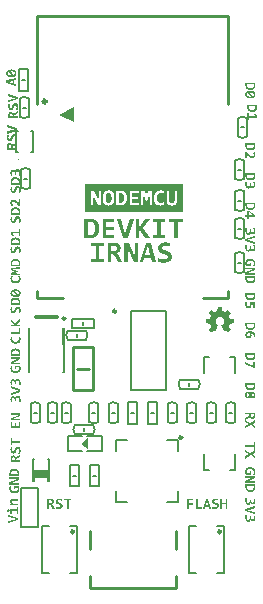
<source format=gto>
G04 Layer_Color=65535*
%FSAX25Y25*%
%MOIN*%
G70*
G01*
G75*
%ADD29C,0.01000*%
%ADD34C,0.01181*%
%ADD50C,0.00500*%
%ADD51C,0.00984*%
%ADD52C,0.00394*%
%ADD53C,0.00800*%
%ADD54C,0.00591*%
%ADD55C,0.00787*%
%ADD56C,0.01200*%
%ADD57R,0.05512X0.02756*%
%ADD58R,0.00787X0.02165*%
G36*
X0348760Y0323268D02*
X0346789Y0322719D01*
X0346145Y0322541D01*
X0346828Y0322358D01*
X0348760Y0321808D01*
Y0321153D01*
X0345496Y0322158D01*
Y0322968D01*
X0348760Y0323967D01*
Y0323268D01*
D02*
G37*
G36*
X0346023Y0320798D02*
X0346018Y0320776D01*
X0346012Y0320743D01*
X0346007Y0320704D01*
X0345996Y0320648D01*
X0345990Y0320593D01*
X0345979Y0320526D01*
X0345973Y0320454D01*
Y0320443D01*
Y0320421D01*
X0345968Y0320382D01*
Y0320332D01*
X0345962Y0320271D01*
Y0320199D01*
X0345957Y0320121D01*
Y0320043D01*
Y0320032D01*
Y0320010D01*
Y0319971D01*
X0345962Y0319921D01*
Y0319866D01*
X0345973Y0319805D01*
X0345990Y0319688D01*
Y0319683D01*
X0345996Y0319660D01*
X0346007Y0319638D01*
X0346018Y0319599D01*
X0346045Y0319522D01*
X0346090Y0319444D01*
X0346095Y0319439D01*
X0346101Y0319427D01*
X0346118Y0319411D01*
X0346134Y0319389D01*
X0346184Y0319339D01*
X0346251Y0319300D01*
X0346256D01*
X0346268Y0319294D01*
X0346290Y0319283D01*
X0346318Y0319272D01*
X0346351Y0319266D01*
X0346390Y0319255D01*
X0346473Y0319250D01*
X0346512D01*
X0346539Y0319255D01*
X0346601Y0319272D01*
X0346667Y0319300D01*
X0346673D01*
X0346684Y0319311D01*
X0346700Y0319322D01*
X0346717Y0319339D01*
X0346767Y0319383D01*
X0346817Y0319450D01*
X0346823Y0319455D01*
X0346828Y0319466D01*
X0346839Y0319489D01*
X0346850Y0319516D01*
X0346867Y0319549D01*
X0346884Y0319594D01*
X0346900Y0319638D01*
X0346911Y0319694D01*
Y0319699D01*
X0346917Y0319722D01*
X0346922Y0319749D01*
X0346934Y0319794D01*
X0346939Y0319844D01*
X0346945Y0319905D01*
X0346950Y0319977D01*
Y0320049D01*
Y0320410D01*
X0347416D01*
Y0320077D01*
Y0320066D01*
Y0320043D01*
Y0320010D01*
X0347422Y0319966D01*
Y0319910D01*
X0347433Y0319860D01*
X0347439Y0319805D01*
X0347450Y0319755D01*
Y0319749D01*
X0347455Y0319733D01*
X0347466Y0319710D01*
X0347477Y0319683D01*
X0347511Y0319616D01*
X0347555Y0319549D01*
X0347561Y0319544D01*
X0347566Y0319538D01*
X0347600Y0319505D01*
X0347650Y0319472D01*
X0347710Y0319439D01*
X0347716D01*
X0347727Y0319433D01*
X0347744Y0319427D01*
X0347766Y0319422D01*
X0347827Y0319411D01*
X0347894Y0319405D01*
X0347927D01*
X0347960Y0319411D01*
X0348005Y0319422D01*
X0348055Y0319439D01*
X0348105Y0319461D01*
X0348154Y0319494D01*
X0348199Y0319538D01*
X0348204Y0319544D01*
X0348216Y0319561D01*
X0348232Y0319594D01*
X0348254Y0319638D01*
X0348271Y0319694D01*
X0348288Y0319760D01*
X0348299Y0319844D01*
X0348304Y0319938D01*
Y0319949D01*
Y0319971D01*
Y0320010D01*
X0348299Y0320060D01*
X0348293Y0320121D01*
X0348288Y0320188D01*
X0348266Y0320326D01*
Y0320332D01*
X0348260Y0320360D01*
X0348249Y0320399D01*
X0348238Y0320443D01*
X0348227Y0320504D01*
X0348204Y0320571D01*
X0348166Y0320715D01*
X0348676D01*
Y0320709D01*
X0348682Y0320698D01*
X0348687Y0320676D01*
X0348698Y0320648D01*
X0348715Y0320576D01*
X0348732Y0320504D01*
Y0320498D01*
X0348737Y0320487D01*
X0348743Y0320465D01*
X0348748Y0320438D01*
X0348765Y0320371D01*
X0348776Y0320299D01*
Y0320293D01*
X0348782Y0320282D01*
Y0320260D01*
X0348787Y0320232D01*
X0348798Y0320165D01*
X0348804Y0320093D01*
Y0320088D01*
Y0320077D01*
X0348809Y0320055D01*
Y0320027D01*
X0348815Y0319955D01*
Y0319871D01*
Y0319866D01*
Y0319860D01*
Y0319827D01*
X0348809Y0319777D01*
Y0319710D01*
X0348798Y0319638D01*
X0348787Y0319561D01*
X0348776Y0319483D01*
X0348754Y0319405D01*
Y0319394D01*
X0348743Y0319372D01*
X0348732Y0319333D01*
X0348715Y0319283D01*
X0348693Y0319233D01*
X0348665Y0319172D01*
X0348632Y0319117D01*
X0348593Y0319061D01*
X0348587Y0319056D01*
X0348576Y0319039D01*
X0348554Y0319011D01*
X0348521Y0318983D01*
X0348482Y0318950D01*
X0348438Y0318911D01*
X0348388Y0318878D01*
X0348332Y0318850D01*
X0348327Y0318845D01*
X0348304Y0318839D01*
X0348277Y0318828D01*
X0348232Y0318811D01*
X0348182Y0318800D01*
X0348127Y0318789D01*
X0348060Y0318784D01*
X0347994Y0318778D01*
X0347944D01*
X0347894Y0318784D01*
X0347821Y0318795D01*
X0347749Y0318811D01*
X0347666Y0318839D01*
X0347588Y0318872D01*
X0347516Y0318917D01*
X0347511Y0318922D01*
X0347488Y0318945D01*
X0347455Y0318972D01*
X0347411Y0319017D01*
X0347366Y0319072D01*
X0347322Y0319139D01*
X0347272Y0319211D01*
X0347233Y0319300D01*
Y0319294D01*
X0347228Y0319272D01*
X0347222Y0319244D01*
X0347211Y0319205D01*
X0347200Y0319161D01*
X0347183Y0319111D01*
X0347144Y0319017D01*
Y0319011D01*
X0347133Y0318994D01*
X0347122Y0318972D01*
X0347100Y0318939D01*
X0347056Y0318872D01*
X0346989Y0318800D01*
X0346984Y0318795D01*
X0346972Y0318784D01*
X0346950Y0318767D01*
X0346928Y0318745D01*
X0346895Y0318723D01*
X0346856Y0318700D01*
X0346767Y0318656D01*
X0346761D01*
X0346745Y0318650D01*
X0346723Y0318639D01*
X0346689Y0318628D01*
X0346645Y0318623D01*
X0346601Y0318612D01*
X0346490Y0318606D01*
X0346451D01*
X0346406Y0318612D01*
X0346345Y0318617D01*
X0346279Y0318628D01*
X0346206Y0318645D01*
X0346129Y0318667D01*
X0346057Y0318700D01*
X0346045Y0318706D01*
X0346023Y0318717D01*
X0345990Y0318739D01*
X0345940Y0318767D01*
X0345890Y0318806D01*
X0345835Y0318856D01*
X0345779Y0318911D01*
X0345724Y0318978D01*
X0345718Y0318983D01*
X0345701Y0319011D01*
X0345679Y0319050D01*
X0345646Y0319106D01*
X0345613Y0319172D01*
X0345579Y0319250D01*
X0345546Y0319344D01*
X0345518Y0319444D01*
Y0319450D01*
X0345513Y0319455D01*
Y0319472D01*
X0345507Y0319494D01*
X0345496Y0319549D01*
X0345485Y0319633D01*
X0345468Y0319727D01*
X0345457Y0319838D01*
X0345452Y0319966D01*
X0345446Y0320105D01*
Y0320110D01*
Y0320121D01*
Y0320138D01*
Y0320160D01*
Y0320216D01*
X0345452Y0320282D01*
Y0320288D01*
Y0320299D01*
Y0320315D01*
X0345457Y0320343D01*
Y0320399D01*
X0345463Y0320471D01*
Y0320476D01*
Y0320487D01*
Y0320504D01*
X0345468Y0320526D01*
X0345474Y0320582D01*
X0345479Y0320648D01*
Y0320654D01*
Y0320665D01*
Y0320682D01*
X0345485Y0320698D01*
X0345491Y0320754D01*
X0345496Y0320804D01*
X0346023D01*
Y0320798D01*
D02*
G37*
G36*
X0269608Y0300279D02*
X0269669Y0300273D01*
X0269747Y0300262D01*
X0269825Y0300240D01*
X0269902Y0300218D01*
X0269980Y0300184D01*
X0269991Y0300179D01*
X0270013Y0300168D01*
X0270046Y0300146D01*
X0270091Y0300112D01*
X0270146Y0300073D01*
X0270196Y0300024D01*
X0270252Y0299968D01*
X0270302Y0299907D01*
X0270307Y0299901D01*
X0270324Y0299874D01*
X0270346Y0299840D01*
X0270374Y0299785D01*
X0270402Y0299724D01*
X0270435Y0299652D01*
X0270463Y0299568D01*
X0270491Y0299480D01*
Y0299468D01*
X0270502Y0299435D01*
X0270507Y0299385D01*
X0270518Y0299324D01*
X0270529Y0299241D01*
X0270540Y0299152D01*
X0270546Y0299052D01*
X0270552Y0298947D01*
Y0298936D01*
Y0298902D01*
Y0298852D01*
X0270546Y0298791D01*
Y0298714D01*
X0270535Y0298630D01*
X0270518Y0298447D01*
Y0298436D01*
X0270513Y0298408D01*
X0270507Y0298358D01*
X0270496Y0298297D01*
X0270479Y0298225D01*
X0270463Y0298148D01*
X0270418Y0297975D01*
X0269813D01*
Y0297981D01*
X0269819Y0297998D01*
X0269830Y0298020D01*
X0269841Y0298048D01*
X0269852Y0298081D01*
X0269863Y0298120D01*
X0269891Y0298209D01*
Y0298214D01*
X0269897Y0298231D01*
X0269902Y0298259D01*
X0269913Y0298286D01*
X0269919Y0298325D01*
X0269930Y0298370D01*
X0269952Y0298464D01*
Y0298469D01*
X0269958Y0298486D01*
X0269963Y0298508D01*
X0269969Y0298542D01*
X0269974Y0298581D01*
X0269980Y0298625D01*
X0269997Y0298714D01*
Y0298719D01*
Y0298736D01*
X0270002Y0298758D01*
Y0298791D01*
X0270008Y0298869D01*
Y0298958D01*
Y0298963D01*
Y0298986D01*
Y0299019D01*
X0270002Y0299063D01*
Y0299108D01*
X0269997Y0299158D01*
X0269980Y0299258D01*
Y0299263D01*
X0269974Y0299280D01*
X0269969Y0299302D01*
X0269958Y0299330D01*
X0269935Y0299396D01*
X0269902Y0299457D01*
Y0299463D01*
X0269891Y0299468D01*
X0269863Y0299502D01*
X0269825Y0299535D01*
X0269775Y0299568D01*
X0269769D01*
X0269763Y0299574D01*
X0269725Y0299591D01*
X0269675Y0299602D01*
X0269614Y0299607D01*
X0269591D01*
X0269569Y0299602D01*
X0269542Y0299596D01*
X0269475Y0299580D01*
X0269447Y0299557D01*
X0269414Y0299535D01*
X0269408Y0299530D01*
X0269397Y0299524D01*
X0269386Y0299507D01*
X0269364Y0299485D01*
X0269320Y0299430D01*
X0269269Y0299352D01*
X0269264Y0299346D01*
X0269258Y0299335D01*
X0269247Y0299307D01*
X0269231Y0299280D01*
X0269214Y0299241D01*
X0269197Y0299197D01*
X0269159Y0299097D01*
Y0299091D01*
X0269147Y0299074D01*
X0269142Y0299041D01*
X0269125Y0299008D01*
X0269109Y0298963D01*
X0269092Y0298914D01*
X0269053Y0298802D01*
X0269047Y0298797D01*
X0269042Y0298780D01*
X0269031Y0298747D01*
X0269014Y0298714D01*
X0268992Y0298669D01*
X0268970Y0298619D01*
X0268920Y0298514D01*
X0268914Y0298508D01*
X0268909Y0298492D01*
X0268892Y0298464D01*
X0268870Y0298425D01*
X0268814Y0298342D01*
X0268742Y0298253D01*
X0268737Y0298248D01*
X0268720Y0298236D01*
X0268698Y0298214D01*
X0268670Y0298192D01*
X0268631Y0298159D01*
X0268587Y0298131D01*
X0268487Y0298075D01*
X0268481D01*
X0268459Y0298064D01*
X0268426Y0298053D01*
X0268387Y0298042D01*
X0268332Y0298031D01*
X0268270Y0298020D01*
X0268204Y0298014D01*
X0268126Y0298009D01*
X0268093D01*
X0268054Y0298014D01*
X0268010Y0298020D01*
X0267949Y0298025D01*
X0267888Y0298037D01*
X0267827Y0298053D01*
X0267760Y0298075D01*
X0267754Y0298081D01*
X0267732Y0298087D01*
X0267699Y0298109D01*
X0267660Y0298131D01*
X0267610Y0298164D01*
X0267560Y0298198D01*
X0267510Y0298248D01*
X0267460Y0298297D01*
X0267455Y0298303D01*
X0267438Y0298325D01*
X0267416Y0298358D01*
X0267388Y0298403D01*
X0267355Y0298458D01*
X0267321Y0298525D01*
X0267288Y0298597D01*
X0267255Y0298680D01*
Y0298686D01*
X0267249Y0298692D01*
X0267244Y0298725D01*
X0267233Y0298775D01*
X0267216Y0298841D01*
X0267199Y0298925D01*
X0267188Y0299025D01*
X0267183Y0299130D01*
X0267177Y0299252D01*
Y0299258D01*
Y0299269D01*
Y0299285D01*
Y0299313D01*
X0267183Y0299374D01*
X0267188Y0299452D01*
Y0299457D01*
Y0299468D01*
X0267194Y0299491D01*
Y0299518D01*
X0267205Y0299591D01*
X0267216Y0299663D01*
Y0299668D01*
Y0299679D01*
X0267222Y0299702D01*
Y0299729D01*
X0267233Y0299790D01*
X0267249Y0299863D01*
Y0299868D01*
Y0299879D01*
X0267255Y0299901D01*
X0267260Y0299924D01*
X0267271Y0299985D01*
X0267283Y0300046D01*
X0267843D01*
Y0300040D01*
X0267838Y0300029D01*
X0267832Y0300012D01*
X0267827Y0299990D01*
X0267810Y0299935D01*
X0267793Y0299868D01*
Y0299863D01*
X0267788Y0299851D01*
X0267782Y0299835D01*
X0267777Y0299807D01*
X0267760Y0299746D01*
X0267749Y0299668D01*
Y0299663D01*
X0267743Y0299652D01*
Y0299629D01*
X0267738Y0299607D01*
X0267727Y0299541D01*
X0267716Y0299463D01*
Y0299457D01*
Y0299446D01*
X0267710Y0299424D01*
Y0299402D01*
X0267704Y0299341D01*
Y0299269D01*
Y0299263D01*
Y0299241D01*
Y0299213D01*
X0267710Y0299174D01*
X0267716Y0299085D01*
X0267732Y0298991D01*
Y0298986D01*
X0267738Y0298974D01*
X0267743Y0298952D01*
X0267754Y0298925D01*
X0267777Y0298869D01*
X0267810Y0298808D01*
Y0298802D01*
X0267815Y0298797D01*
X0267838Y0298769D01*
X0267877Y0298736D01*
X0267921Y0298703D01*
X0267926D01*
X0267932Y0298697D01*
X0267965Y0298692D01*
X0268010Y0298680D01*
X0268071Y0298675D01*
X0268087D01*
X0268104Y0298680D01*
X0268132Y0298686D01*
X0268187Y0298703D01*
X0268221Y0298719D01*
X0268248Y0298741D01*
X0268254Y0298747D01*
X0268259Y0298752D01*
X0268276Y0298769D01*
X0268293Y0298791D01*
X0268337Y0298847D01*
X0268382Y0298919D01*
Y0298925D01*
X0268393Y0298941D01*
X0268404Y0298963D01*
X0268415Y0298997D01*
X0268431Y0299036D01*
X0268448Y0299080D01*
X0268487Y0299180D01*
Y0299185D01*
X0268498Y0299208D01*
X0268504Y0299235D01*
X0268520Y0299269D01*
X0268537Y0299313D01*
X0268554Y0299363D01*
X0268598Y0299474D01*
Y0299480D01*
X0268609Y0299502D01*
X0268620Y0299530D01*
X0268637Y0299568D01*
X0268653Y0299618D01*
X0268676Y0299668D01*
X0268731Y0299774D01*
X0268737Y0299779D01*
X0268742Y0299796D01*
X0268759Y0299824D01*
X0268781Y0299863D01*
X0268837Y0299940D01*
X0268914Y0300029D01*
X0268920Y0300035D01*
X0268931Y0300051D01*
X0268953Y0300068D01*
X0268987Y0300096D01*
X0269025Y0300123D01*
X0269064Y0300157D01*
X0269114Y0300184D01*
X0269170Y0300212D01*
X0269175Y0300218D01*
X0269197Y0300223D01*
X0269225Y0300234D01*
X0269264Y0300251D01*
X0269320Y0300262D01*
X0269375Y0300273D01*
X0269442Y0300279D01*
X0269514Y0300284D01*
X0269558D01*
X0269608Y0300279D01*
D02*
G37*
G36*
X0270496Y0295281D02*
X0268920Y0294304D01*
X0270496D01*
Y0293677D01*
X0267233D01*
Y0294304D01*
X0268726D01*
X0267233Y0295275D01*
Y0296019D01*
X0268792Y0294909D01*
X0270496Y0296075D01*
Y0295281D01*
D02*
G37*
G36*
X0348760Y0309539D02*
Y0309534D01*
Y0309523D01*
Y0309501D01*
Y0309478D01*
Y0309445D01*
X0348754Y0309406D01*
X0348748Y0309317D01*
X0348737Y0309218D01*
X0348721Y0309106D01*
X0348698Y0308996D01*
X0348665Y0308890D01*
Y0308885D01*
X0348660Y0308879D01*
X0348649Y0308840D01*
X0348626Y0308790D01*
X0348593Y0308723D01*
X0348554Y0308651D01*
X0348504Y0308574D01*
X0348443Y0308490D01*
X0348376Y0308418D01*
X0348365Y0308407D01*
X0348343Y0308385D01*
X0348299Y0308352D01*
X0348243Y0308313D01*
X0348171Y0308268D01*
X0348088Y0308219D01*
X0347988Y0308174D01*
X0347883Y0308135D01*
X0347877D01*
X0347871Y0308130D01*
X0347855Y0308124D01*
X0347827Y0308119D01*
X0347799Y0308113D01*
X0347766Y0308107D01*
X0347683Y0308085D01*
X0347577Y0308069D01*
X0347455Y0308057D01*
X0347317Y0308046D01*
X0347167Y0308041D01*
X0347072D01*
X0347033Y0308046D01*
X0346939Y0308052D01*
X0346834Y0308063D01*
X0346717Y0308080D01*
X0346595Y0308102D01*
X0346478Y0308135D01*
X0346473D01*
X0346467Y0308141D01*
X0346451Y0308146D01*
X0346428Y0308152D01*
X0346367Y0308174D01*
X0346295Y0308207D01*
X0346212Y0308246D01*
X0346123Y0308296D01*
X0346034Y0308357D01*
X0345946Y0308429D01*
X0345935Y0308440D01*
X0345912Y0308463D01*
X0345873Y0308507D01*
X0345824Y0308568D01*
X0345768Y0308640D01*
X0345712Y0308729D01*
X0345663Y0308829D01*
X0345613Y0308940D01*
Y0308945D01*
X0345607Y0308951D01*
X0345602Y0308973D01*
X0345596Y0308996D01*
X0345585Y0309023D01*
X0345574Y0309056D01*
X0345563Y0309101D01*
X0345557Y0309145D01*
X0345535Y0309256D01*
X0345513Y0309378D01*
X0345502Y0309523D01*
X0345496Y0309678D01*
Y0310505D01*
X0348760D01*
Y0309539D01*
D02*
G37*
G36*
X0346023Y0326426D02*
X0346018Y0326404D01*
X0346012Y0326370D01*
X0346007Y0326332D01*
X0345996Y0326276D01*
X0345990Y0326221D01*
X0345979Y0326154D01*
X0345973Y0326082D01*
Y0326071D01*
Y0326048D01*
X0345968Y0326010D01*
Y0325960D01*
X0345962Y0325899D01*
Y0325827D01*
X0345957Y0325749D01*
Y0325671D01*
Y0325660D01*
Y0325638D01*
Y0325599D01*
X0345962Y0325549D01*
Y0325494D01*
X0345973Y0325432D01*
X0345990Y0325316D01*
Y0325310D01*
X0345996Y0325288D01*
X0346007Y0325266D01*
X0346018Y0325227D01*
X0346045Y0325149D01*
X0346090Y0325072D01*
X0346095Y0325066D01*
X0346101Y0325055D01*
X0346118Y0325039D01*
X0346134Y0325016D01*
X0346184Y0324966D01*
X0346251Y0324927D01*
X0346256D01*
X0346268Y0324922D01*
X0346290Y0324911D01*
X0346318Y0324900D01*
X0346351Y0324894D01*
X0346390Y0324883D01*
X0346473Y0324878D01*
X0346512D01*
X0346539Y0324883D01*
X0346601Y0324900D01*
X0346667Y0324927D01*
X0346673D01*
X0346684Y0324939D01*
X0346700Y0324950D01*
X0346717Y0324966D01*
X0346767Y0325011D01*
X0346817Y0325077D01*
X0346823Y0325083D01*
X0346828Y0325094D01*
X0346839Y0325116D01*
X0346850Y0325144D01*
X0346867Y0325177D01*
X0346884Y0325222D01*
X0346900Y0325266D01*
X0346911Y0325322D01*
Y0325327D01*
X0346917Y0325349D01*
X0346922Y0325377D01*
X0346934Y0325421D01*
X0346939Y0325471D01*
X0346945Y0325532D01*
X0346950Y0325605D01*
Y0325677D01*
Y0326037D01*
X0347416D01*
Y0325704D01*
Y0325693D01*
Y0325671D01*
Y0325638D01*
X0347422Y0325593D01*
Y0325538D01*
X0347433Y0325488D01*
X0347439Y0325432D01*
X0347450Y0325382D01*
Y0325377D01*
X0347455Y0325360D01*
X0347466Y0325338D01*
X0347477Y0325310D01*
X0347511Y0325244D01*
X0347555Y0325177D01*
X0347561Y0325172D01*
X0347566Y0325166D01*
X0347600Y0325133D01*
X0347650Y0325099D01*
X0347710Y0325066D01*
X0347716D01*
X0347727Y0325061D01*
X0347744Y0325055D01*
X0347766Y0325049D01*
X0347827Y0325039D01*
X0347894Y0325033D01*
X0347927D01*
X0347960Y0325039D01*
X0348005Y0325049D01*
X0348055Y0325066D01*
X0348105Y0325088D01*
X0348154Y0325122D01*
X0348199Y0325166D01*
X0348204Y0325172D01*
X0348216Y0325188D01*
X0348232Y0325222D01*
X0348254Y0325266D01*
X0348271Y0325322D01*
X0348288Y0325388D01*
X0348299Y0325471D01*
X0348304Y0325566D01*
Y0325577D01*
Y0325599D01*
Y0325638D01*
X0348299Y0325688D01*
X0348293Y0325749D01*
X0348288Y0325816D01*
X0348266Y0325954D01*
Y0325960D01*
X0348260Y0325988D01*
X0348249Y0326026D01*
X0348238Y0326071D01*
X0348227Y0326132D01*
X0348204Y0326198D01*
X0348166Y0326343D01*
X0348676D01*
Y0326337D01*
X0348682Y0326326D01*
X0348687Y0326304D01*
X0348698Y0326276D01*
X0348715Y0326204D01*
X0348732Y0326132D01*
Y0326126D01*
X0348737Y0326115D01*
X0348743Y0326093D01*
X0348748Y0326065D01*
X0348765Y0325999D01*
X0348776Y0325926D01*
Y0325921D01*
X0348782Y0325910D01*
Y0325888D01*
X0348787Y0325860D01*
X0348798Y0325793D01*
X0348804Y0325721D01*
Y0325715D01*
Y0325704D01*
X0348809Y0325682D01*
Y0325655D01*
X0348815Y0325582D01*
Y0325499D01*
Y0325494D01*
Y0325488D01*
Y0325455D01*
X0348809Y0325405D01*
Y0325338D01*
X0348798Y0325266D01*
X0348787Y0325188D01*
X0348776Y0325111D01*
X0348754Y0325033D01*
Y0325022D01*
X0348743Y0325000D01*
X0348732Y0324961D01*
X0348715Y0324911D01*
X0348693Y0324861D01*
X0348665Y0324800D01*
X0348632Y0324744D01*
X0348593Y0324689D01*
X0348587Y0324683D01*
X0348576Y0324667D01*
X0348554Y0324639D01*
X0348521Y0324611D01*
X0348482Y0324578D01*
X0348438Y0324539D01*
X0348388Y0324506D01*
X0348332Y0324478D01*
X0348327Y0324472D01*
X0348304Y0324467D01*
X0348277Y0324456D01*
X0348232Y0324439D01*
X0348182Y0324428D01*
X0348127Y0324417D01*
X0348060Y0324411D01*
X0347994Y0324406D01*
X0347944D01*
X0347894Y0324411D01*
X0347821Y0324422D01*
X0347749Y0324439D01*
X0347666Y0324467D01*
X0347588Y0324500D01*
X0347516Y0324545D01*
X0347511Y0324550D01*
X0347488Y0324572D01*
X0347455Y0324600D01*
X0347411Y0324644D01*
X0347366Y0324700D01*
X0347322Y0324766D01*
X0347272Y0324839D01*
X0347233Y0324927D01*
Y0324922D01*
X0347228Y0324900D01*
X0347222Y0324872D01*
X0347211Y0324833D01*
X0347200Y0324789D01*
X0347183Y0324739D01*
X0347144Y0324644D01*
Y0324639D01*
X0347133Y0324622D01*
X0347122Y0324600D01*
X0347100Y0324567D01*
X0347056Y0324500D01*
X0346989Y0324428D01*
X0346984Y0324422D01*
X0346972Y0324411D01*
X0346950Y0324395D01*
X0346928Y0324372D01*
X0346895Y0324350D01*
X0346856Y0324328D01*
X0346767Y0324284D01*
X0346761D01*
X0346745Y0324278D01*
X0346723Y0324267D01*
X0346689Y0324256D01*
X0346645Y0324250D01*
X0346601Y0324239D01*
X0346490Y0324234D01*
X0346451D01*
X0346406Y0324239D01*
X0346345Y0324245D01*
X0346279Y0324256D01*
X0346206Y0324273D01*
X0346129Y0324295D01*
X0346057Y0324328D01*
X0346045Y0324334D01*
X0346023Y0324345D01*
X0345990Y0324367D01*
X0345940Y0324395D01*
X0345890Y0324433D01*
X0345835Y0324483D01*
X0345779Y0324539D01*
X0345724Y0324605D01*
X0345718Y0324611D01*
X0345701Y0324639D01*
X0345679Y0324678D01*
X0345646Y0324733D01*
X0345613Y0324800D01*
X0345579Y0324878D01*
X0345546Y0324972D01*
X0345518Y0325072D01*
Y0325077D01*
X0345513Y0325083D01*
Y0325099D01*
X0345507Y0325122D01*
X0345496Y0325177D01*
X0345485Y0325260D01*
X0345468Y0325355D01*
X0345457Y0325466D01*
X0345452Y0325593D01*
X0345446Y0325732D01*
Y0325738D01*
Y0325749D01*
Y0325765D01*
Y0325788D01*
Y0325843D01*
X0345452Y0325910D01*
Y0325915D01*
Y0325926D01*
Y0325943D01*
X0345457Y0325971D01*
Y0326026D01*
X0345463Y0326098D01*
Y0326104D01*
Y0326115D01*
Y0326132D01*
X0345468Y0326154D01*
X0345474Y0326209D01*
X0345479Y0326276D01*
Y0326282D01*
Y0326293D01*
Y0326309D01*
X0345485Y0326326D01*
X0345491Y0326382D01*
X0345496Y0326431D01*
X0346023D01*
Y0326426D01*
D02*
G37*
G36*
X0348760Y0343809D02*
Y0343804D01*
Y0343792D01*
Y0343770D01*
Y0343748D01*
Y0343715D01*
X0348754Y0343676D01*
X0348748Y0343587D01*
X0348737Y0343487D01*
X0348721Y0343376D01*
X0348698Y0343265D01*
X0348665Y0343160D01*
Y0343154D01*
X0348660Y0343149D01*
X0348649Y0343110D01*
X0348626Y0343060D01*
X0348593Y0342993D01*
X0348554Y0342921D01*
X0348504Y0342843D01*
X0348443Y0342760D01*
X0348376Y0342688D01*
X0348365Y0342677D01*
X0348343Y0342655D01*
X0348299Y0342621D01*
X0348243Y0342583D01*
X0348171Y0342538D01*
X0348088Y0342488D01*
X0347988Y0342444D01*
X0347883Y0342405D01*
X0347877D01*
X0347871Y0342399D01*
X0347855Y0342394D01*
X0347827Y0342388D01*
X0347799Y0342383D01*
X0347766Y0342377D01*
X0347683Y0342355D01*
X0347577Y0342338D01*
X0347455Y0342327D01*
X0347317Y0342316D01*
X0347167Y0342311D01*
X0347072D01*
X0347033Y0342316D01*
X0346939Y0342322D01*
X0346834Y0342333D01*
X0346717Y0342349D01*
X0346595Y0342372D01*
X0346478Y0342405D01*
X0346473D01*
X0346467Y0342410D01*
X0346451Y0342416D01*
X0346428Y0342422D01*
X0346367Y0342444D01*
X0346295Y0342477D01*
X0346212Y0342516D01*
X0346123Y0342566D01*
X0346034Y0342627D01*
X0345946Y0342699D01*
X0345935Y0342710D01*
X0345912Y0342732D01*
X0345873Y0342777D01*
X0345824Y0342838D01*
X0345768Y0342910D01*
X0345712Y0342999D01*
X0345663Y0343099D01*
X0345613Y0343210D01*
Y0343215D01*
X0345607Y0343221D01*
X0345602Y0343243D01*
X0345596Y0343265D01*
X0345585Y0343293D01*
X0345574Y0343326D01*
X0345563Y0343371D01*
X0345557Y0343415D01*
X0345535Y0343526D01*
X0345513Y0343648D01*
X0345502Y0343792D01*
X0345496Y0343948D01*
Y0344775D01*
X0348760D01*
Y0343809D01*
D02*
G37*
G36*
X0346023Y0341822D02*
X0346018Y0341800D01*
X0346012Y0341767D01*
X0346007Y0341728D01*
X0345996Y0341672D01*
X0345990Y0341617D01*
X0345979Y0341550D01*
X0345973Y0341478D01*
Y0341467D01*
Y0341445D01*
X0345968Y0341406D01*
Y0341356D01*
X0345962Y0341295D01*
Y0341223D01*
X0345957Y0341145D01*
Y0341067D01*
Y0341056D01*
Y0341034D01*
Y0340995D01*
X0345962Y0340945D01*
Y0340890D01*
X0345973Y0340829D01*
X0345990Y0340712D01*
Y0340707D01*
X0345996Y0340684D01*
X0346007Y0340662D01*
X0346018Y0340623D01*
X0346045Y0340546D01*
X0346090Y0340468D01*
X0346095Y0340462D01*
X0346101Y0340451D01*
X0346118Y0340435D01*
X0346134Y0340412D01*
X0346184Y0340363D01*
X0346251Y0340324D01*
X0346256D01*
X0346268Y0340318D01*
X0346290Y0340307D01*
X0346318Y0340296D01*
X0346351Y0340290D01*
X0346390Y0340279D01*
X0346473Y0340274D01*
X0346512D01*
X0346539Y0340279D01*
X0346601Y0340296D01*
X0346667Y0340324D01*
X0346673D01*
X0346684Y0340335D01*
X0346700Y0340346D01*
X0346717Y0340363D01*
X0346767Y0340407D01*
X0346817Y0340474D01*
X0346823Y0340479D01*
X0346828Y0340490D01*
X0346839Y0340512D01*
X0346850Y0340540D01*
X0346867Y0340573D01*
X0346884Y0340618D01*
X0346900Y0340662D01*
X0346911Y0340718D01*
Y0340723D01*
X0346917Y0340745D01*
X0346922Y0340773D01*
X0346934Y0340818D01*
X0346939Y0340867D01*
X0346945Y0340929D01*
X0346950Y0341001D01*
Y0341073D01*
Y0341434D01*
X0347416D01*
Y0341101D01*
Y0341090D01*
Y0341067D01*
Y0341034D01*
X0347422Y0340990D01*
Y0340934D01*
X0347433Y0340884D01*
X0347439Y0340829D01*
X0347450Y0340779D01*
Y0340773D01*
X0347455Y0340757D01*
X0347466Y0340734D01*
X0347477Y0340707D01*
X0347511Y0340640D01*
X0347555Y0340573D01*
X0347561Y0340568D01*
X0347566Y0340562D01*
X0347600Y0340529D01*
X0347650Y0340496D01*
X0347710Y0340462D01*
X0347716D01*
X0347727Y0340457D01*
X0347744Y0340451D01*
X0347766Y0340446D01*
X0347827Y0340435D01*
X0347894Y0340429D01*
X0347927D01*
X0347960Y0340435D01*
X0348005Y0340446D01*
X0348055Y0340462D01*
X0348105Y0340485D01*
X0348154Y0340518D01*
X0348199Y0340562D01*
X0348204Y0340568D01*
X0348216Y0340584D01*
X0348232Y0340618D01*
X0348254Y0340662D01*
X0348271Y0340718D01*
X0348288Y0340784D01*
X0348299Y0340867D01*
X0348304Y0340962D01*
Y0340973D01*
Y0340995D01*
Y0341034D01*
X0348299Y0341084D01*
X0348293Y0341145D01*
X0348288Y0341212D01*
X0348266Y0341350D01*
Y0341356D01*
X0348260Y0341384D01*
X0348249Y0341423D01*
X0348238Y0341467D01*
X0348227Y0341528D01*
X0348204Y0341595D01*
X0348166Y0341739D01*
X0348676D01*
Y0341733D01*
X0348682Y0341722D01*
X0348687Y0341700D01*
X0348698Y0341672D01*
X0348715Y0341600D01*
X0348732Y0341528D01*
Y0341522D01*
X0348737Y0341511D01*
X0348743Y0341489D01*
X0348748Y0341461D01*
X0348765Y0341395D01*
X0348776Y0341323D01*
Y0341317D01*
X0348782Y0341306D01*
Y0341284D01*
X0348787Y0341256D01*
X0348798Y0341189D01*
X0348804Y0341117D01*
Y0341112D01*
Y0341101D01*
X0348809Y0341078D01*
Y0341051D01*
X0348815Y0340979D01*
Y0340895D01*
Y0340890D01*
Y0340884D01*
Y0340851D01*
X0348809Y0340801D01*
Y0340734D01*
X0348798Y0340662D01*
X0348787Y0340584D01*
X0348776Y0340507D01*
X0348754Y0340429D01*
Y0340418D01*
X0348743Y0340396D01*
X0348732Y0340357D01*
X0348715Y0340307D01*
X0348693Y0340257D01*
X0348665Y0340196D01*
X0348632Y0340141D01*
X0348593Y0340085D01*
X0348587Y0340079D01*
X0348576Y0340063D01*
X0348554Y0340035D01*
X0348521Y0340007D01*
X0348482Y0339974D01*
X0348438Y0339935D01*
X0348388Y0339902D01*
X0348332Y0339874D01*
X0348327Y0339868D01*
X0348304Y0339863D01*
X0348277Y0339852D01*
X0348232Y0339835D01*
X0348182Y0339824D01*
X0348127Y0339813D01*
X0348060Y0339808D01*
X0347994Y0339802D01*
X0347944D01*
X0347894Y0339808D01*
X0347821Y0339819D01*
X0347749Y0339835D01*
X0347666Y0339863D01*
X0347588Y0339896D01*
X0347516Y0339941D01*
X0347511Y0339946D01*
X0347488Y0339968D01*
X0347455Y0339996D01*
X0347411Y0340041D01*
X0347366Y0340096D01*
X0347322Y0340163D01*
X0347272Y0340235D01*
X0347233Y0340324D01*
Y0340318D01*
X0347228Y0340296D01*
X0347222Y0340268D01*
X0347211Y0340229D01*
X0347200Y0340185D01*
X0347183Y0340135D01*
X0347144Y0340041D01*
Y0340035D01*
X0347133Y0340018D01*
X0347122Y0339996D01*
X0347100Y0339963D01*
X0347056Y0339896D01*
X0346989Y0339824D01*
X0346984Y0339819D01*
X0346972Y0339808D01*
X0346950Y0339791D01*
X0346928Y0339769D01*
X0346895Y0339746D01*
X0346856Y0339724D01*
X0346767Y0339680D01*
X0346761D01*
X0346745Y0339674D01*
X0346723Y0339663D01*
X0346689Y0339652D01*
X0346645Y0339647D01*
X0346601Y0339635D01*
X0346490Y0339630D01*
X0346451D01*
X0346406Y0339635D01*
X0346345Y0339641D01*
X0346279Y0339652D01*
X0346206Y0339669D01*
X0346129Y0339691D01*
X0346057Y0339724D01*
X0346045Y0339730D01*
X0346023Y0339741D01*
X0345990Y0339763D01*
X0345940Y0339791D01*
X0345890Y0339830D01*
X0345835Y0339880D01*
X0345779Y0339935D01*
X0345724Y0340002D01*
X0345718Y0340007D01*
X0345701Y0340035D01*
X0345679Y0340074D01*
X0345646Y0340129D01*
X0345613Y0340196D01*
X0345579Y0340274D01*
X0345546Y0340368D01*
X0345518Y0340468D01*
Y0340474D01*
X0345513Y0340479D01*
Y0340496D01*
X0345507Y0340518D01*
X0345496Y0340573D01*
X0345485Y0340657D01*
X0345468Y0340751D01*
X0345457Y0340862D01*
X0345452Y0340990D01*
X0345446Y0341128D01*
Y0341134D01*
Y0341145D01*
Y0341162D01*
Y0341184D01*
Y0341239D01*
X0345452Y0341306D01*
Y0341312D01*
Y0341323D01*
Y0341339D01*
X0345457Y0341367D01*
Y0341423D01*
X0345463Y0341495D01*
Y0341500D01*
Y0341511D01*
Y0341528D01*
X0345468Y0341550D01*
X0345474Y0341606D01*
X0345479Y0341672D01*
Y0341678D01*
Y0341689D01*
Y0341706D01*
X0345485Y0341722D01*
X0345491Y0341778D01*
X0345496Y0341828D01*
X0346023D01*
Y0341822D01*
D02*
G37*
G36*
X0268998Y0306034D02*
X0269092Y0306029D01*
X0269203Y0306017D01*
X0269325Y0306001D01*
X0269447Y0305979D01*
X0269569Y0305951D01*
X0269575D01*
X0269580Y0305945D01*
X0269597Y0305940D01*
X0269619Y0305934D01*
X0269680Y0305912D01*
X0269752Y0305884D01*
X0269841Y0305851D01*
X0269930Y0305801D01*
X0270019Y0305751D01*
X0270108Y0305690D01*
X0270119Y0305684D01*
X0270141Y0305662D01*
X0270180Y0305623D01*
X0270230Y0305579D01*
X0270285Y0305518D01*
X0270341Y0305446D01*
X0270391Y0305368D01*
X0270441Y0305279D01*
X0270446Y0305268D01*
X0270457Y0305235D01*
X0270474Y0305185D01*
X0270496Y0305124D01*
X0270518Y0305041D01*
X0270535Y0304946D01*
X0270546Y0304841D01*
X0270552Y0304730D01*
Y0304724D01*
Y0304719D01*
Y0304685D01*
X0270546Y0304630D01*
X0270540Y0304563D01*
X0270529Y0304491D01*
X0270513Y0304402D01*
X0270491Y0304319D01*
X0270457Y0304230D01*
X0270452Y0304219D01*
X0270441Y0304191D01*
X0270418Y0304147D01*
X0270385Y0304097D01*
X0270346Y0304036D01*
X0270291Y0303970D01*
X0270235Y0303903D01*
X0270163Y0303836D01*
X0270152Y0303831D01*
X0270124Y0303809D01*
X0270080Y0303781D01*
X0270019Y0303742D01*
X0269947Y0303703D01*
X0269858Y0303659D01*
X0269752Y0303620D01*
X0269641Y0303581D01*
X0269636D01*
X0269625Y0303575D01*
X0269608D01*
X0269586Y0303570D01*
X0269553Y0303559D01*
X0269519Y0303553D01*
X0269475Y0303548D01*
X0269425Y0303537D01*
X0269314Y0303520D01*
X0269186Y0303509D01*
X0269042Y0303498D01*
X0268881Y0303492D01*
X0268781D01*
X0268737Y0303498D01*
X0268642Y0303503D01*
X0268531Y0303514D01*
X0268409Y0303525D01*
X0268287Y0303548D01*
X0268165Y0303575D01*
X0268160D01*
X0268148Y0303581D01*
X0268132Y0303587D01*
X0268110Y0303592D01*
X0268054Y0303614D01*
X0267982Y0303642D01*
X0267893Y0303675D01*
X0267804Y0303720D01*
X0267716Y0303770D01*
X0267632Y0303831D01*
X0267621Y0303836D01*
X0267593Y0303864D01*
X0267555Y0303897D01*
X0267505Y0303947D01*
X0267449Y0304008D01*
X0267394Y0304081D01*
X0267344Y0304158D01*
X0267294Y0304247D01*
Y0304253D01*
X0267288Y0304258D01*
X0267277Y0304291D01*
X0267255Y0304341D01*
X0267233Y0304408D01*
X0267216Y0304491D01*
X0267194Y0304586D01*
X0267183Y0304691D01*
X0267177Y0304802D01*
Y0304808D01*
Y0304813D01*
Y0304846D01*
X0267183Y0304896D01*
X0267188Y0304963D01*
X0267199Y0305041D01*
X0267222Y0305124D01*
X0267244Y0305207D01*
X0267277Y0305296D01*
X0267283Y0305307D01*
X0267294Y0305335D01*
X0267316Y0305379D01*
X0267349Y0305429D01*
X0267394Y0305490D01*
X0267444Y0305557D01*
X0267505Y0305623D01*
X0267577Y0305684D01*
X0267588Y0305690D01*
X0267610Y0305712D01*
X0267654Y0305740D01*
X0267716Y0305779D01*
X0267788Y0305823D01*
X0267877Y0305868D01*
X0267982Y0305907D01*
X0268093Y0305945D01*
X0268098D01*
X0268110Y0305951D01*
X0268126Y0305956D01*
X0268148Y0305962D01*
X0268182Y0305967D01*
X0268215Y0305973D01*
X0268259Y0305984D01*
X0268304Y0305995D01*
X0268415Y0306012D01*
X0268548Y0306023D01*
X0268692Y0306034D01*
X0268853Y0306040D01*
X0268953D01*
X0268998Y0306034D01*
D02*
G37*
G36*
X0348760Y0333967D02*
Y0333961D01*
Y0333950D01*
Y0333928D01*
Y0333906D01*
Y0333873D01*
X0348754Y0333834D01*
X0348748Y0333745D01*
X0348737Y0333645D01*
X0348721Y0333534D01*
X0348698Y0333423D01*
X0348665Y0333318D01*
Y0333312D01*
X0348660Y0333307D01*
X0348649Y0333268D01*
X0348626Y0333218D01*
X0348593Y0333151D01*
X0348554Y0333079D01*
X0348504Y0333001D01*
X0348443Y0332918D01*
X0348376Y0332846D01*
X0348365Y0332835D01*
X0348343Y0332813D01*
X0348299Y0332779D01*
X0348243Y0332740D01*
X0348171Y0332696D01*
X0348088Y0332646D01*
X0347988Y0332602D01*
X0347883Y0332563D01*
X0347877D01*
X0347871Y0332557D01*
X0347855Y0332552D01*
X0347827Y0332546D01*
X0347799Y0332541D01*
X0347766Y0332535D01*
X0347683Y0332513D01*
X0347577Y0332496D01*
X0347455Y0332485D01*
X0347317Y0332474D01*
X0347167Y0332469D01*
X0347072D01*
X0347033Y0332474D01*
X0346939Y0332480D01*
X0346834Y0332491D01*
X0346717Y0332507D01*
X0346595Y0332529D01*
X0346478Y0332563D01*
X0346473D01*
X0346467Y0332568D01*
X0346451Y0332574D01*
X0346428Y0332579D01*
X0346367Y0332602D01*
X0346295Y0332635D01*
X0346212Y0332674D01*
X0346123Y0332724D01*
X0346034Y0332785D01*
X0345946Y0332857D01*
X0345935Y0332868D01*
X0345912Y0332890D01*
X0345873Y0332935D01*
X0345824Y0332996D01*
X0345768Y0333068D01*
X0345712Y0333157D01*
X0345663Y0333257D01*
X0345613Y0333368D01*
Y0333373D01*
X0345607Y0333379D01*
X0345602Y0333401D01*
X0345596Y0333423D01*
X0345585Y0333451D01*
X0345574Y0333484D01*
X0345563Y0333528D01*
X0345557Y0333573D01*
X0345535Y0333684D01*
X0345513Y0333806D01*
X0345502Y0333950D01*
X0345496Y0334106D01*
Y0334933D01*
X0348760D01*
Y0333967D01*
D02*
G37*
G36*
X0268959Y0303220D02*
X0269053Y0303215D01*
X0269159Y0303204D01*
X0269275Y0303187D01*
X0269397Y0303165D01*
X0269514Y0303132D01*
X0269519D01*
X0269525Y0303126D01*
X0269542Y0303120D01*
X0269564Y0303115D01*
X0269625Y0303093D01*
X0269697Y0303059D01*
X0269780Y0303021D01*
X0269869Y0302971D01*
X0269958Y0302909D01*
X0270046Y0302837D01*
X0270058Y0302826D01*
X0270080Y0302804D01*
X0270119Y0302760D01*
X0270169Y0302699D01*
X0270224Y0302626D01*
X0270280Y0302538D01*
X0270330Y0302438D01*
X0270379Y0302327D01*
Y0302321D01*
X0270385Y0302316D01*
X0270391Y0302293D01*
X0270396Y0302271D01*
X0270407Y0302243D01*
X0270418Y0302210D01*
X0270429Y0302166D01*
X0270435Y0302121D01*
X0270457Y0302010D01*
X0270479Y0301888D01*
X0270491Y0301744D01*
X0270496Y0301589D01*
Y0300762D01*
X0267233D01*
Y0301727D01*
Y0301733D01*
Y0301744D01*
Y0301766D01*
Y0301788D01*
Y0301822D01*
X0267238Y0301860D01*
X0267244Y0301949D01*
X0267255Y0302049D01*
X0267271Y0302160D01*
X0267294Y0302271D01*
X0267327Y0302377D01*
Y0302382D01*
X0267333Y0302388D01*
X0267344Y0302427D01*
X0267366Y0302477D01*
X0267399Y0302543D01*
X0267438Y0302615D01*
X0267488Y0302693D01*
X0267549Y0302776D01*
X0267616Y0302848D01*
X0267627Y0302859D01*
X0267649Y0302882D01*
X0267693Y0302915D01*
X0267749Y0302954D01*
X0267821Y0302998D01*
X0267904Y0303048D01*
X0268004Y0303093D01*
X0268110Y0303132D01*
X0268115D01*
X0268121Y0303137D01*
X0268137Y0303143D01*
X0268165Y0303148D01*
X0268193Y0303154D01*
X0268226Y0303159D01*
X0268309Y0303181D01*
X0268415Y0303198D01*
X0268537Y0303209D01*
X0268676Y0303220D01*
X0268826Y0303226D01*
X0268920D01*
X0268959Y0303220D01*
D02*
G37*
G36*
X0348760Y0330964D02*
Y0330121D01*
X0346700D01*
Y0329627D01*
X0346162D01*
Y0330121D01*
X0345496D01*
Y0330720D01*
X0346162D01*
Y0332235D01*
X0346684D01*
X0348760Y0330964D01*
D02*
G37*
G36*
Y0312547D02*
X0346795Y0311660D01*
X0346417Y0311498D01*
X0348760D01*
Y0310938D01*
X0345496D01*
Y0311693D01*
X0347439Y0312564D01*
X0347860Y0312742D01*
X0345496D01*
Y0313302D01*
X0348760D01*
Y0312547D01*
D02*
G37*
G36*
Y0283844D02*
Y0283839D01*
Y0283827D01*
Y0283805D01*
Y0283783D01*
Y0283750D01*
X0348754Y0283711D01*
X0348748Y0283622D01*
X0348737Y0283522D01*
X0348721Y0283411D01*
X0348698Y0283300D01*
X0348665Y0283195D01*
Y0283189D01*
X0348660Y0283184D01*
X0348649Y0283145D01*
X0348626Y0283095D01*
X0348593Y0283028D01*
X0348554Y0282956D01*
X0348504Y0282878D01*
X0348443Y0282795D01*
X0348376Y0282723D01*
X0348365Y0282712D01*
X0348343Y0282690D01*
X0348299Y0282656D01*
X0348243Y0282617D01*
X0348171Y0282573D01*
X0348088Y0282523D01*
X0347988Y0282479D01*
X0347883Y0282440D01*
X0347877D01*
X0347871Y0282434D01*
X0347855Y0282429D01*
X0347827Y0282423D01*
X0347799Y0282418D01*
X0347766Y0282412D01*
X0347683Y0282390D01*
X0347577Y0282373D01*
X0347455Y0282362D01*
X0347317Y0282351D01*
X0347167Y0282346D01*
X0347072D01*
X0347033Y0282351D01*
X0346939Y0282357D01*
X0346834Y0282368D01*
X0346717Y0282384D01*
X0346595Y0282407D01*
X0346478Y0282440D01*
X0346473D01*
X0346467Y0282445D01*
X0346451Y0282451D01*
X0346428Y0282456D01*
X0346367Y0282479D01*
X0346295Y0282512D01*
X0346212Y0282551D01*
X0346123Y0282601D01*
X0346034Y0282662D01*
X0345946Y0282734D01*
X0345935Y0282745D01*
X0345912Y0282767D01*
X0345873Y0282812D01*
X0345824Y0282873D01*
X0345768Y0282945D01*
X0345712Y0283034D01*
X0345663Y0283134D01*
X0345613Y0283245D01*
Y0283250D01*
X0345607Y0283256D01*
X0345602Y0283278D01*
X0345596Y0283300D01*
X0345585Y0283328D01*
X0345574Y0283361D01*
X0345563Y0283406D01*
X0345557Y0283450D01*
X0345535Y0283561D01*
X0345513Y0283683D01*
X0345502Y0283827D01*
X0345496Y0283983D01*
Y0284810D01*
X0348760D01*
Y0283844D01*
D02*
G37*
G36*
Y0279676D02*
X0348227D01*
X0345496Y0280991D01*
Y0281685D01*
X0348171Y0280381D01*
Y0281946D01*
X0348760D01*
Y0279676D01*
D02*
G37*
G36*
Y0293955D02*
Y0293949D01*
Y0293938D01*
Y0293916D01*
Y0293894D01*
Y0293861D01*
X0348754Y0293822D01*
X0348748Y0293733D01*
X0348737Y0293633D01*
X0348721Y0293522D01*
X0348698Y0293411D01*
X0348665Y0293306D01*
Y0293300D01*
X0348660Y0293295D01*
X0348649Y0293256D01*
X0348626Y0293206D01*
X0348593Y0293139D01*
X0348554Y0293067D01*
X0348504Y0292989D01*
X0348443Y0292906D01*
X0348376Y0292834D01*
X0348365Y0292823D01*
X0348343Y0292801D01*
X0348299Y0292767D01*
X0348243Y0292728D01*
X0348171Y0292684D01*
X0348088Y0292634D01*
X0347988Y0292590D01*
X0347883Y0292551D01*
X0347877D01*
X0347871Y0292545D01*
X0347855Y0292540D01*
X0347827Y0292534D01*
X0347799Y0292529D01*
X0347766Y0292523D01*
X0347683Y0292501D01*
X0347577Y0292484D01*
X0347455Y0292473D01*
X0347317Y0292462D01*
X0347167Y0292456D01*
X0347072D01*
X0347033Y0292462D01*
X0346939Y0292467D01*
X0346834Y0292479D01*
X0346717Y0292495D01*
X0346595Y0292517D01*
X0346478Y0292551D01*
X0346473D01*
X0346467Y0292556D01*
X0346451Y0292562D01*
X0346428Y0292567D01*
X0346367Y0292590D01*
X0346295Y0292623D01*
X0346212Y0292662D01*
X0346123Y0292712D01*
X0346034Y0292773D01*
X0345946Y0292845D01*
X0345935Y0292856D01*
X0345912Y0292878D01*
X0345873Y0292923D01*
X0345824Y0292984D01*
X0345768Y0293056D01*
X0345712Y0293145D01*
X0345663Y0293245D01*
X0345613Y0293355D01*
Y0293361D01*
X0345607Y0293367D01*
X0345602Y0293389D01*
X0345596Y0293411D01*
X0345585Y0293439D01*
X0345574Y0293472D01*
X0345563Y0293516D01*
X0345557Y0293561D01*
X0345535Y0293672D01*
X0345513Y0293794D01*
X0345502Y0293938D01*
X0345496Y0294094D01*
Y0294921D01*
X0348760D01*
Y0293955D01*
D02*
G37*
G36*
X0270496Y0282673D02*
X0268554Y0281801D01*
X0268132Y0281624D01*
X0270496D01*
Y0281063D01*
X0267233D01*
Y0281818D01*
X0269197Y0282706D01*
X0269575Y0282867D01*
X0267233D01*
Y0283427D01*
X0270496D01*
Y0282673D01*
D02*
G37*
G36*
X0346362Y0271963D02*
X0346406Y0271958D01*
X0346456Y0271952D01*
X0346556Y0271924D01*
X0346562D01*
X0346578Y0271913D01*
X0346606Y0271902D01*
X0346634Y0271891D01*
X0346711Y0271847D01*
X0346795Y0271791D01*
X0346800Y0271786D01*
X0346811Y0271775D01*
X0346834Y0271758D01*
X0346861Y0271730D01*
X0346922Y0271669D01*
X0346989Y0271591D01*
X0346995Y0271586D01*
X0347006Y0271569D01*
X0347022Y0271547D01*
X0347044Y0271519D01*
X0347067Y0271486D01*
X0347094Y0271447D01*
X0347150Y0271358D01*
X0347155Y0271364D01*
X0347161Y0271375D01*
X0347172Y0271397D01*
X0347189Y0271425D01*
X0347233Y0271492D01*
X0347289Y0271569D01*
X0347294Y0271575D01*
X0347300Y0271586D01*
X0347317Y0271603D01*
X0347339Y0271630D01*
X0347394Y0271686D01*
X0347461Y0271747D01*
X0347466Y0271753D01*
X0347477Y0271758D01*
X0347500Y0271775D01*
X0347527Y0271786D01*
X0347594Y0271825D01*
X0347677Y0271864D01*
X0347683D01*
X0347699Y0271869D01*
X0347722Y0271875D01*
X0347761Y0271880D01*
X0347799Y0271891D01*
X0347844Y0271897D01*
X0347955Y0271902D01*
X0347983D01*
X0348021Y0271897D01*
X0348066Y0271891D01*
X0348116Y0271886D01*
X0348171Y0271875D01*
X0348227Y0271858D01*
X0348288Y0271836D01*
X0348293Y0271830D01*
X0348316Y0271825D01*
X0348343Y0271808D01*
X0348382Y0271786D01*
X0348421Y0271758D01*
X0348471Y0271725D01*
X0348515Y0271680D01*
X0348560Y0271636D01*
X0348565Y0271630D01*
X0348582Y0271608D01*
X0348599Y0271580D01*
X0348626Y0271542D01*
X0348654Y0271492D01*
X0348687Y0271431D01*
X0348715Y0271364D01*
X0348743Y0271292D01*
X0348748Y0271281D01*
X0348754Y0271253D01*
X0348765Y0271209D01*
X0348782Y0271153D01*
X0348793Y0271081D01*
X0348804Y0270998D01*
X0348809Y0270903D01*
X0348815Y0270803D01*
Y0270798D01*
Y0270792D01*
Y0270759D01*
Y0270715D01*
X0348809Y0270648D01*
X0348804Y0270581D01*
X0348793Y0270504D01*
X0348760Y0270348D01*
Y0270337D01*
X0348748Y0270315D01*
X0348737Y0270276D01*
X0348721Y0270232D01*
X0348698Y0270176D01*
X0348671Y0270121D01*
X0348637Y0270065D01*
X0348604Y0270015D01*
X0348599Y0270010D01*
X0348587Y0269993D01*
X0348565Y0269965D01*
X0348537Y0269938D01*
X0348504Y0269904D01*
X0348460Y0269865D01*
X0348415Y0269832D01*
X0348365Y0269804D01*
X0348360Y0269799D01*
X0348343Y0269793D01*
X0348316Y0269782D01*
X0348277Y0269766D01*
X0348232Y0269755D01*
X0348177Y0269743D01*
X0348121Y0269738D01*
X0348060Y0269732D01*
X0348005D01*
X0347966Y0269738D01*
X0347921Y0269743D01*
X0347877Y0269749D01*
X0347777Y0269777D01*
X0347772D01*
X0347755Y0269782D01*
X0347733Y0269793D01*
X0347705Y0269810D01*
X0347633Y0269843D01*
X0347555Y0269893D01*
X0347550Y0269899D01*
X0347538Y0269904D01*
X0347522Y0269921D01*
X0347494Y0269943D01*
X0347439Y0269999D01*
X0347372Y0270065D01*
X0347366Y0270071D01*
X0347361Y0270082D01*
X0347344Y0270104D01*
X0347322Y0270126D01*
X0347278Y0270198D01*
X0347222Y0270276D01*
X0347217Y0270271D01*
X0347211Y0270254D01*
X0347194Y0270232D01*
X0347178Y0270198D01*
X0347133Y0270126D01*
X0347072Y0270043D01*
X0347067Y0270038D01*
X0347061Y0270026D01*
X0347044Y0270004D01*
X0347022Y0269976D01*
X0346961Y0269915D01*
X0346884Y0269849D01*
X0346878Y0269843D01*
X0346867Y0269832D01*
X0346845Y0269821D01*
X0346817Y0269799D01*
X0346778Y0269782D01*
X0346739Y0269760D01*
X0346645Y0269716D01*
X0346639D01*
X0346623Y0269710D01*
X0346595Y0269699D01*
X0346556Y0269688D01*
X0346512Y0269682D01*
X0346462Y0269671D01*
X0346345Y0269666D01*
X0346306D01*
X0346268Y0269671D01*
X0346212Y0269677D01*
X0346151Y0269688D01*
X0346084Y0269705D01*
X0346018Y0269727D01*
X0345951Y0269760D01*
X0345946Y0269766D01*
X0345923Y0269777D01*
X0345890Y0269799D01*
X0345851Y0269827D01*
X0345807Y0269860D01*
X0345762Y0269904D01*
X0345712Y0269954D01*
X0345668Y0270010D01*
X0345663Y0270015D01*
X0345652Y0270038D01*
X0345629Y0270071D01*
X0345602Y0270115D01*
X0345574Y0270171D01*
X0345546Y0270232D01*
X0345518Y0270304D01*
X0345496Y0270382D01*
Y0270393D01*
X0345485Y0270421D01*
X0345479Y0270459D01*
X0345468Y0270520D01*
X0345457Y0270587D01*
X0345452Y0270665D01*
X0345441Y0270748D01*
Y0270842D01*
Y0270848D01*
Y0270853D01*
Y0270887D01*
X0345446Y0270937D01*
Y0271003D01*
X0345452Y0271081D01*
X0345463Y0271159D01*
X0345479Y0271242D01*
X0345496Y0271325D01*
X0345502Y0271336D01*
X0345507Y0271358D01*
X0345524Y0271397D01*
X0345540Y0271447D01*
X0345563Y0271503D01*
X0345590Y0271564D01*
X0345624Y0271625D01*
X0345663Y0271680D01*
X0345668Y0271686D01*
X0345679Y0271703D01*
X0345701Y0271730D01*
X0345735Y0271764D01*
X0345774Y0271797D01*
X0345812Y0271830D01*
X0345862Y0271869D01*
X0345918Y0271897D01*
X0345923Y0271902D01*
X0345946Y0271908D01*
X0345979Y0271919D01*
X0346018Y0271930D01*
X0346068Y0271947D01*
X0346129Y0271958D01*
X0346195Y0271963D01*
X0346262Y0271969D01*
X0346323D01*
X0346362Y0271963D01*
D02*
G37*
G36*
X0268959Y0286319D02*
X0269053Y0286313D01*
X0269159Y0286302D01*
X0269275Y0286286D01*
X0269397Y0286263D01*
X0269514Y0286230D01*
X0269519D01*
X0269525Y0286225D01*
X0269542Y0286219D01*
X0269564Y0286213D01*
X0269625Y0286191D01*
X0269697Y0286158D01*
X0269780Y0286119D01*
X0269869Y0286069D01*
X0269958Y0286008D01*
X0270046Y0285936D01*
X0270058Y0285925D01*
X0270080Y0285903D01*
X0270119Y0285858D01*
X0270169Y0285797D01*
X0270224Y0285725D01*
X0270280Y0285636D01*
X0270330Y0285536D01*
X0270379Y0285425D01*
Y0285420D01*
X0270385Y0285414D01*
X0270391Y0285392D01*
X0270396Y0285370D01*
X0270407Y0285342D01*
X0270418Y0285309D01*
X0270429Y0285264D01*
X0270435Y0285220D01*
X0270457Y0285109D01*
X0270479Y0284987D01*
X0270491Y0284843D01*
X0270496Y0284687D01*
Y0283860D01*
X0267233D01*
Y0284826D01*
Y0284832D01*
Y0284843D01*
Y0284865D01*
Y0284887D01*
Y0284920D01*
X0267238Y0284959D01*
X0267244Y0285048D01*
X0267255Y0285148D01*
X0267271Y0285259D01*
X0267294Y0285370D01*
X0267327Y0285475D01*
Y0285481D01*
X0267333Y0285486D01*
X0267344Y0285525D01*
X0267366Y0285575D01*
X0267399Y0285642D01*
X0267438Y0285714D01*
X0267488Y0285792D01*
X0267549Y0285875D01*
X0267616Y0285947D01*
X0267627Y0285958D01*
X0267649Y0285980D01*
X0267693Y0286014D01*
X0267749Y0286052D01*
X0267821Y0286097D01*
X0267904Y0286147D01*
X0268004Y0286191D01*
X0268110Y0286230D01*
X0268115D01*
X0268121Y0286236D01*
X0268137Y0286241D01*
X0268165Y0286247D01*
X0268193Y0286252D01*
X0268226Y0286258D01*
X0268309Y0286280D01*
X0268415Y0286297D01*
X0268537Y0286308D01*
X0268676Y0286319D01*
X0268826Y0286325D01*
X0268920D01*
X0268959Y0286319D01*
D02*
G37*
G36*
X0348760Y0303867D02*
Y0303861D01*
Y0303850D01*
Y0303828D01*
Y0303806D01*
Y0303773D01*
X0348754Y0303734D01*
X0348748Y0303645D01*
X0348737Y0303545D01*
X0348721Y0303434D01*
X0348698Y0303323D01*
X0348665Y0303218D01*
Y0303212D01*
X0348660Y0303206D01*
X0348649Y0303168D01*
X0348626Y0303118D01*
X0348593Y0303051D01*
X0348554Y0302979D01*
X0348504Y0302901D01*
X0348443Y0302818D01*
X0348376Y0302746D01*
X0348365Y0302735D01*
X0348343Y0302713D01*
X0348299Y0302679D01*
X0348243Y0302640D01*
X0348171Y0302596D01*
X0348088Y0302546D01*
X0347988Y0302502D01*
X0347883Y0302463D01*
X0347877D01*
X0347871Y0302457D01*
X0347855Y0302452D01*
X0347827Y0302446D01*
X0347799Y0302441D01*
X0347766Y0302435D01*
X0347683Y0302413D01*
X0347577Y0302396D01*
X0347455Y0302385D01*
X0347317Y0302374D01*
X0347167Y0302368D01*
X0347072D01*
X0347033Y0302374D01*
X0346939Y0302380D01*
X0346834Y0302391D01*
X0346717Y0302407D01*
X0346595Y0302430D01*
X0346478Y0302463D01*
X0346473D01*
X0346467Y0302468D01*
X0346451Y0302474D01*
X0346428Y0302480D01*
X0346367Y0302502D01*
X0346295Y0302535D01*
X0346212Y0302574D01*
X0346123Y0302624D01*
X0346034Y0302685D01*
X0345946Y0302757D01*
X0345935Y0302768D01*
X0345912Y0302790D01*
X0345873Y0302835D01*
X0345824Y0302896D01*
X0345768Y0302968D01*
X0345712Y0303057D01*
X0345663Y0303157D01*
X0345613Y0303268D01*
Y0303273D01*
X0345607Y0303279D01*
X0345602Y0303301D01*
X0345596Y0303323D01*
X0345585Y0303351D01*
X0345574Y0303384D01*
X0345563Y0303429D01*
X0345557Y0303473D01*
X0345535Y0303584D01*
X0345513Y0303706D01*
X0345502Y0303850D01*
X0345496Y0304006D01*
Y0304833D01*
X0348760D01*
Y0303867D01*
D02*
G37*
G36*
X0346040Y0301841D02*
X0346034Y0301825D01*
X0346029Y0301791D01*
X0346018Y0301752D01*
X0346007Y0301708D01*
X0345996Y0301653D01*
X0345990Y0301591D01*
X0345979Y0301525D01*
Y0301514D01*
Y0301492D01*
X0345973Y0301453D01*
Y0301408D01*
X0345968Y0301347D01*
Y0301286D01*
X0345962Y0301148D01*
Y0301142D01*
Y0301131D01*
Y0301109D01*
Y0301086D01*
X0345968Y0301053D01*
Y0301020D01*
X0345979Y0300937D01*
X0345996Y0300842D01*
X0346023Y0300748D01*
X0346057Y0300654D01*
X0346101Y0300576D01*
X0346107Y0300565D01*
X0346129Y0300542D01*
X0346162Y0300515D01*
X0346206Y0300476D01*
X0346262Y0300437D01*
X0346329Y0300409D01*
X0346412Y0300387D01*
X0346501Y0300376D01*
X0346545D01*
X0346589Y0300387D01*
X0346645Y0300398D01*
X0346711Y0300420D01*
X0346773Y0300454D01*
X0346834Y0300498D01*
X0346889Y0300559D01*
X0346895Y0300570D01*
X0346911Y0300592D01*
X0346934Y0300637D01*
X0346956Y0300704D01*
X0346978Y0300781D01*
X0347000Y0300887D01*
X0347017Y0301003D01*
X0347022Y0301148D01*
Y0301786D01*
X0348760D01*
Y0299899D01*
X0348182D01*
Y0301214D01*
X0347522D01*
Y0300981D01*
Y0300975D01*
Y0300970D01*
Y0300937D01*
Y0300892D01*
X0347516Y0300826D01*
X0347511Y0300753D01*
X0347500Y0300676D01*
X0347472Y0300504D01*
Y0300493D01*
X0347461Y0300465D01*
X0347450Y0300420D01*
X0347439Y0300371D01*
X0347416Y0300304D01*
X0347389Y0300237D01*
X0347355Y0300171D01*
X0347317Y0300104D01*
X0347311Y0300098D01*
X0347294Y0300076D01*
X0347272Y0300043D01*
X0347239Y0300004D01*
X0347194Y0299960D01*
X0347144Y0299915D01*
X0347083Y0299871D01*
X0347017Y0299827D01*
X0347006Y0299821D01*
X0346984Y0299810D01*
X0346945Y0299793D01*
X0346889Y0299771D01*
X0346817Y0299754D01*
X0346734Y0299738D01*
X0346645Y0299727D01*
X0346539Y0299721D01*
X0346495D01*
X0346445Y0299727D01*
X0346378Y0299732D01*
X0346306Y0299749D01*
X0346229Y0299765D01*
X0346145Y0299793D01*
X0346068Y0299832D01*
X0346057Y0299838D01*
X0346034Y0299854D01*
X0345996Y0299876D01*
X0345951Y0299910D01*
X0345896Y0299954D01*
X0345840Y0300010D01*
X0345785Y0300071D01*
X0345729Y0300137D01*
X0345724Y0300149D01*
X0345707Y0300171D01*
X0345679Y0300215D01*
X0345652Y0300265D01*
X0345618Y0300337D01*
X0345579Y0300415D01*
X0345546Y0300504D01*
X0345518Y0300598D01*
Y0300604D01*
X0345513Y0300609D01*
Y0300626D01*
X0345507Y0300642D01*
X0345496Y0300698D01*
X0345485Y0300770D01*
X0345468Y0300853D01*
X0345457Y0300953D01*
X0345452Y0301059D01*
X0345446Y0301175D01*
Y0301181D01*
Y0301186D01*
Y0301203D01*
Y0301225D01*
Y0301281D01*
X0345452Y0301342D01*
Y0301347D01*
Y0301358D01*
Y0301375D01*
X0345457Y0301397D01*
X0345463Y0301453D01*
X0345468Y0301519D01*
Y0301525D01*
Y0301536D01*
Y0301553D01*
X0345474Y0301575D01*
X0345479Y0301630D01*
X0345485Y0301691D01*
Y0301697D01*
Y0301708D01*
X0345491Y0301719D01*
Y0301741D01*
X0345502Y0301791D01*
X0345507Y0301847D01*
X0346040D01*
Y0301841D01*
D02*
G37*
G36*
X0347183Y0316227D02*
X0347228D01*
X0347322Y0316222D01*
X0347439Y0316205D01*
X0347561Y0316188D01*
X0347688Y0316160D01*
X0347810Y0316127D01*
X0347816D01*
X0347827Y0316122D01*
X0347844Y0316116D01*
X0347866Y0316105D01*
X0347921Y0316083D01*
X0347999Y0316050D01*
X0348082Y0316005D01*
X0348177Y0315955D01*
X0348266Y0315894D01*
X0348354Y0315822D01*
X0348365Y0315811D01*
X0348393Y0315783D01*
X0348432Y0315739D01*
X0348482Y0315683D01*
X0348537Y0315611D01*
X0348593Y0315522D01*
X0348643Y0315428D01*
X0348693Y0315322D01*
Y0315317D01*
X0348698Y0315311D01*
X0348704Y0315295D01*
X0348710Y0315267D01*
X0348721Y0315239D01*
X0348732Y0315206D01*
X0348754Y0315123D01*
X0348776Y0315023D01*
X0348798Y0314912D01*
X0348809Y0314784D01*
X0348815Y0314645D01*
Y0314634D01*
Y0314606D01*
Y0314562D01*
X0348809Y0314507D01*
X0348804Y0314440D01*
X0348798Y0314368D01*
X0348771Y0314212D01*
Y0314201D01*
X0348765Y0314174D01*
X0348754Y0314135D01*
X0348743Y0314079D01*
X0348732Y0314013D01*
X0348710Y0313941D01*
X0348671Y0313780D01*
X0348066D01*
X0348071Y0313791D01*
X0348082Y0313813D01*
X0348094Y0313852D01*
X0348116Y0313902D01*
X0348138Y0313963D01*
X0348160Y0314035D01*
X0348182Y0314107D01*
X0348204Y0314190D01*
X0348210Y0314201D01*
X0348216Y0314229D01*
X0348227Y0314274D01*
X0348238Y0314329D01*
X0348249Y0314396D01*
X0348254Y0314473D01*
X0348266Y0314557D01*
Y0314640D01*
Y0314651D01*
Y0314679D01*
X0348260Y0314723D01*
X0348254Y0314773D01*
X0348243Y0314840D01*
X0348232Y0314906D01*
X0348210Y0314978D01*
X0348182Y0315045D01*
X0348177Y0315051D01*
X0348166Y0315073D01*
X0348149Y0315106D01*
X0348127Y0315150D01*
X0348094Y0315195D01*
X0348055Y0315245D01*
X0348010Y0315295D01*
X0347955Y0315339D01*
X0347949Y0315345D01*
X0347927Y0315356D01*
X0347899Y0315378D01*
X0347855Y0315406D01*
X0347805Y0315434D01*
X0347744Y0315461D01*
X0347672Y0315489D01*
X0347594Y0315517D01*
X0347583D01*
X0347555Y0315528D01*
X0347511Y0315533D01*
X0347455Y0315545D01*
X0347383Y0315556D01*
X0347300Y0315567D01*
X0347211Y0315572D01*
X0347111Y0315578D01*
X0347017D01*
X0346956Y0315572D01*
X0346884Y0315567D01*
X0346800Y0315561D01*
X0346639Y0315533D01*
X0346628D01*
X0346606Y0315522D01*
X0346567Y0315511D01*
X0346517Y0315494D01*
X0346462Y0315472D01*
X0346401Y0315445D01*
X0346284Y0315378D01*
X0346279Y0315372D01*
X0346262Y0315361D01*
X0346234Y0315334D01*
X0346201Y0315306D01*
X0346168Y0315267D01*
X0346129Y0315217D01*
X0346095Y0315167D01*
X0346062Y0315106D01*
X0346057Y0315101D01*
X0346051Y0315078D01*
X0346040Y0315039D01*
X0346029Y0314995D01*
X0346012Y0314934D01*
X0346001Y0314867D01*
X0345996Y0314784D01*
X0345990Y0314701D01*
Y0314695D01*
Y0314690D01*
Y0314668D01*
Y0314634D01*
Y0314601D01*
Y0314595D01*
X0345996Y0314573D01*
Y0314545D01*
X0346001Y0314518D01*
Y0314512D01*
X0346007Y0314495D01*
X0346012Y0314473D01*
X0346018Y0314446D01*
Y0314440D01*
X0346023Y0314423D01*
X0346034Y0314401D01*
X0346040Y0314373D01*
X0346878D01*
Y0314928D01*
X0347383D01*
Y0313769D01*
X0345640D01*
X0345635Y0313780D01*
X0345624Y0313807D01*
X0345607Y0313852D01*
X0345585Y0313913D01*
X0345557Y0313985D01*
X0345535Y0314063D01*
X0345507Y0314151D01*
X0345491Y0314240D01*
Y0314251D01*
X0345485Y0314285D01*
X0345474Y0314335D01*
X0345468Y0314396D01*
X0345457Y0314479D01*
X0345446Y0314568D01*
X0345441Y0314668D01*
Y0314773D01*
Y0314779D01*
Y0314790D01*
Y0314806D01*
Y0314828D01*
X0345446Y0314862D01*
Y0314895D01*
X0345452Y0314978D01*
X0345463Y0315073D01*
X0345485Y0315173D01*
X0345507Y0315278D01*
X0345540Y0315384D01*
Y0315389D01*
X0345546Y0315395D01*
X0345563Y0315428D01*
X0345585Y0315478D01*
X0345618Y0315545D01*
X0345663Y0315617D01*
X0345718Y0315694D01*
X0345779Y0315772D01*
X0345851Y0315844D01*
X0345862Y0315850D01*
X0345890Y0315878D01*
X0345935Y0315911D01*
X0345996Y0315950D01*
X0346068Y0316000D01*
X0346157Y0316044D01*
X0346256Y0316094D01*
X0346367Y0316133D01*
X0346373D01*
X0346384Y0316138D01*
X0346401Y0316144D01*
X0346423Y0316149D01*
X0346451Y0316155D01*
X0346490Y0316166D01*
X0346573Y0316183D01*
X0346678Y0316199D01*
X0346800Y0316216D01*
X0346934Y0316227D01*
X0347078Y0316233D01*
X0347150D01*
X0347183Y0316227D01*
D02*
G37*
G36*
X0270374Y0290225D02*
X0270385Y0290197D01*
X0270396Y0290153D01*
X0270418Y0290097D01*
X0270441Y0290036D01*
X0270457Y0289964D01*
X0270496Y0289809D01*
Y0289797D01*
X0270502Y0289775D01*
X0270507Y0289736D01*
X0270518Y0289681D01*
X0270524Y0289620D01*
X0270535Y0289548D01*
X0270540Y0289470D01*
Y0289387D01*
Y0289381D01*
Y0289370D01*
Y0289353D01*
Y0289326D01*
X0270535Y0289298D01*
Y0289265D01*
X0270529Y0289176D01*
X0270518Y0289082D01*
X0270496Y0288976D01*
X0270474Y0288871D01*
X0270441Y0288765D01*
Y0288760D01*
X0270435Y0288754D01*
X0270418Y0288721D01*
X0270396Y0288671D01*
X0270363Y0288604D01*
X0270319Y0288532D01*
X0270263Y0288454D01*
X0270202Y0288377D01*
X0270130Y0288304D01*
X0270119Y0288299D01*
X0270091Y0288277D01*
X0270046Y0288244D01*
X0269991Y0288199D01*
X0269913Y0288155D01*
X0269830Y0288110D01*
X0269730Y0288066D01*
X0269625Y0288027D01*
X0269619D01*
X0269608Y0288021D01*
X0269591Y0288016D01*
X0269569Y0288010D01*
X0269542Y0288005D01*
X0269508Y0287999D01*
X0269419Y0287983D01*
X0269320Y0287960D01*
X0269197Y0287949D01*
X0269059Y0287938D01*
X0268914Y0287933D01*
X0268842D01*
X0268809Y0287938D01*
X0268764D01*
X0268670Y0287944D01*
X0268554Y0287955D01*
X0268431Y0287977D01*
X0268304Y0287999D01*
X0268182Y0288033D01*
X0268176D01*
X0268165Y0288038D01*
X0268148Y0288044D01*
X0268126Y0288055D01*
X0268071Y0288077D01*
X0267993Y0288110D01*
X0267910Y0288155D01*
X0267815Y0288205D01*
X0267727Y0288266D01*
X0267638Y0288332D01*
X0267627Y0288343D01*
X0267599Y0288366D01*
X0267560Y0288410D01*
X0267510Y0288465D01*
X0267455Y0288538D01*
X0267399Y0288621D01*
X0267349Y0288710D01*
X0267299Y0288810D01*
Y0288815D01*
X0267294Y0288821D01*
X0267288Y0288837D01*
X0267283Y0288860D01*
X0267260Y0288915D01*
X0267238Y0288993D01*
X0267222Y0289082D01*
X0267199Y0289187D01*
X0267188Y0289303D01*
X0267183Y0289431D01*
Y0289437D01*
Y0289453D01*
Y0289476D01*
Y0289503D01*
Y0289570D01*
X0267188Y0289642D01*
Y0289648D01*
Y0289659D01*
Y0289681D01*
X0267194Y0289703D01*
X0267199Y0289764D01*
X0267211Y0289836D01*
Y0289842D01*
Y0289853D01*
X0267216Y0289870D01*
Y0289897D01*
X0267227Y0289958D01*
X0267244Y0290031D01*
Y0290036D01*
X0267249Y0290047D01*
X0267255Y0290069D01*
X0267260Y0290092D01*
X0267277Y0290158D01*
X0267299Y0290236D01*
X0267910D01*
X0267904Y0290225D01*
X0267893Y0290197D01*
X0267877Y0290158D01*
X0267854Y0290103D01*
X0267832Y0290042D01*
X0267810Y0289969D01*
X0267771Y0289825D01*
Y0289820D01*
X0267765Y0289792D01*
X0267754Y0289759D01*
X0267749Y0289714D01*
X0267738Y0289659D01*
X0267732Y0289603D01*
X0267727Y0289481D01*
Y0289470D01*
Y0289442D01*
X0267732Y0289398D01*
X0267738Y0289342D01*
X0267749Y0289281D01*
X0267765Y0289215D01*
X0267788Y0289148D01*
X0267815Y0289082D01*
X0267821Y0289076D01*
X0267832Y0289054D01*
X0267849Y0289026D01*
X0267877Y0288987D01*
X0267910Y0288943D01*
X0267949Y0288898D01*
X0267993Y0288854D01*
X0268049Y0288810D01*
X0268054Y0288804D01*
X0268076Y0288793D01*
X0268110Y0288776D01*
X0268148Y0288749D01*
X0268204Y0288726D01*
X0268265Y0288699D01*
X0268332Y0288676D01*
X0268409Y0288654D01*
X0268420D01*
X0268443Y0288649D01*
X0268487Y0288643D01*
X0268543Y0288632D01*
X0268609Y0288626D01*
X0268687Y0288615D01*
X0268776Y0288610D01*
X0268909D01*
X0268959Y0288615D01*
X0269025D01*
X0269097Y0288621D01*
X0269175Y0288632D01*
X0269342Y0288660D01*
X0269353D01*
X0269375Y0288671D01*
X0269414Y0288682D01*
X0269464Y0288699D01*
X0269519Y0288721D01*
X0269575Y0288749D01*
X0269636Y0288776D01*
X0269691Y0288815D01*
X0269697Y0288821D01*
X0269713Y0288837D01*
X0269741Y0288860D01*
X0269775Y0288893D01*
X0269808Y0288932D01*
X0269847Y0288982D01*
X0269880Y0289032D01*
X0269913Y0289093D01*
X0269919Y0289098D01*
X0269924Y0289120D01*
X0269935Y0289159D01*
X0269947Y0289204D01*
X0269963Y0289265D01*
X0269974Y0289331D01*
X0269980Y0289403D01*
X0269986Y0289487D01*
Y0289492D01*
Y0289503D01*
Y0289520D01*
Y0289542D01*
X0269980Y0289598D01*
X0269974Y0289664D01*
Y0289670D01*
X0269969Y0289681D01*
Y0289703D01*
X0269963Y0289725D01*
X0269947Y0289786D01*
X0269930Y0289859D01*
Y0289864D01*
X0269924Y0289875D01*
X0269919Y0289897D01*
X0269913Y0289920D01*
X0269891Y0289981D01*
X0269869Y0290053D01*
Y0290058D01*
X0269863Y0290069D01*
X0269852Y0290092D01*
X0269847Y0290114D01*
X0269819Y0290175D01*
X0269791Y0290236D01*
X0270368D01*
X0270374Y0290225D01*
D02*
G37*
G36*
X0347061Y0292073D02*
X0347139D01*
X0347228Y0292068D01*
X0347405Y0292051D01*
X0347416D01*
X0347444Y0292046D01*
X0347494Y0292035D01*
X0347555Y0292023D01*
X0347622Y0292007D01*
X0347699Y0291990D01*
X0347855Y0291940D01*
X0347866Y0291935D01*
X0347888Y0291924D01*
X0347933Y0291907D01*
X0347983Y0291885D01*
X0348038Y0291857D01*
X0348105Y0291818D01*
X0348232Y0291735D01*
X0348238Y0291729D01*
X0348260Y0291713D01*
X0348293Y0291685D01*
X0348332Y0291646D01*
X0348376Y0291602D01*
X0348421Y0291546D01*
X0348471Y0291485D01*
X0348515Y0291419D01*
X0348521Y0291407D01*
X0348532Y0291385D01*
X0348554Y0291341D01*
X0348582Y0291291D01*
X0348610Y0291224D01*
X0348637Y0291147D01*
X0348665Y0291058D01*
X0348693Y0290964D01*
Y0290958D01*
X0348698Y0290952D01*
Y0290936D01*
X0348704Y0290914D01*
X0348715Y0290864D01*
X0348726Y0290786D01*
X0348737Y0290697D01*
X0348748Y0290592D01*
X0348760Y0290475D01*
Y0290353D01*
Y0289976D01*
X0348243D01*
Y0290414D01*
Y0290420D01*
Y0290425D01*
Y0290458D01*
Y0290508D01*
X0348238Y0290569D01*
X0348232Y0290642D01*
X0348221Y0290714D01*
X0348204Y0290791D01*
X0348188Y0290864D01*
Y0290869D01*
X0348177Y0290891D01*
X0348166Y0290930D01*
X0348149Y0290969D01*
X0348099Y0291069D01*
X0348066Y0291119D01*
X0348027Y0291163D01*
X0348021Y0291169D01*
X0348010Y0291180D01*
X0347988Y0291202D01*
X0347960Y0291230D01*
X0347921Y0291258D01*
X0347877Y0291285D01*
X0347833Y0291313D01*
X0347777Y0291335D01*
X0347772D01*
X0347749Y0291347D01*
X0347722Y0291352D01*
X0347683Y0291363D01*
X0347633Y0291380D01*
X0347577Y0291391D01*
X0347511Y0291402D01*
X0347444Y0291407D01*
X0347389Y0291413D01*
X0347394Y0291407D01*
X0347400Y0291391D01*
X0347411Y0291363D01*
X0347422Y0291330D01*
X0347439Y0291285D01*
X0347455Y0291235D01*
X0347472Y0291180D01*
X0347488Y0291119D01*
Y0291113D01*
X0347494Y0291091D01*
X0347505Y0291058D01*
X0347511Y0291014D01*
X0347522Y0290958D01*
X0347527Y0290902D01*
X0347533Y0290769D01*
Y0290764D01*
Y0290758D01*
Y0290725D01*
X0347527Y0290675D01*
X0347522Y0290614D01*
X0347516Y0290542D01*
X0347505Y0290464D01*
X0347483Y0290386D01*
X0347461Y0290309D01*
X0347455Y0290298D01*
X0347450Y0290275D01*
X0347433Y0290236D01*
X0347411Y0290192D01*
X0347383Y0290137D01*
X0347350Y0290081D01*
X0347305Y0290026D01*
X0347261Y0289976D01*
X0347255Y0289970D01*
X0347239Y0289953D01*
X0347211Y0289926D01*
X0347172Y0289898D01*
X0347128Y0289865D01*
X0347072Y0289831D01*
X0347011Y0289798D01*
X0346945Y0289770D01*
X0346939Y0289765D01*
X0346911Y0289759D01*
X0346872Y0289748D01*
X0346823Y0289737D01*
X0346761Y0289726D01*
X0346689Y0289715D01*
X0346612Y0289704D01*
X0346490D01*
X0346440Y0289709D01*
X0346378Y0289715D01*
X0346312Y0289726D01*
X0346234Y0289742D01*
X0346157Y0289765D01*
X0346079Y0289798D01*
X0346068Y0289804D01*
X0346045Y0289815D01*
X0346007Y0289837D01*
X0345962Y0289865D01*
X0345907Y0289898D01*
X0345851Y0289942D01*
X0345790Y0289992D01*
X0345735Y0290048D01*
X0345729Y0290053D01*
X0345712Y0290075D01*
X0345685Y0290109D01*
X0345652Y0290153D01*
X0345618Y0290209D01*
X0345579Y0290270D01*
X0345546Y0290347D01*
X0345513Y0290425D01*
X0345507Y0290436D01*
X0345502Y0290464D01*
X0345491Y0290508D01*
X0345479Y0290564D01*
X0345463Y0290636D01*
X0345452Y0290719D01*
X0345446Y0290808D01*
X0345441Y0290908D01*
Y0290914D01*
Y0290930D01*
Y0290964D01*
X0345446Y0291002D01*
X0345452Y0291052D01*
X0345457Y0291102D01*
X0345468Y0291163D01*
X0345485Y0291230D01*
X0345529Y0291374D01*
X0345557Y0291446D01*
X0345590Y0291518D01*
X0345629Y0291585D01*
X0345679Y0291657D01*
X0345735Y0291718D01*
X0345796Y0291779D01*
X0345801Y0291785D01*
X0345812Y0291791D01*
X0345835Y0291807D01*
X0345862Y0291824D01*
X0345901Y0291846D01*
X0345951Y0291874D01*
X0346007Y0291901D01*
X0346068Y0291929D01*
X0346140Y0291957D01*
X0346223Y0291985D01*
X0346312Y0292007D01*
X0346412Y0292035D01*
X0346517Y0292051D01*
X0346634Y0292068D01*
X0346761Y0292073D01*
X0346895Y0292079D01*
X0346995D01*
X0347061Y0292073D01*
D02*
G37*
G36*
X0270496Y0291035D02*
X0267233D01*
Y0291662D01*
X0269969D01*
Y0293039D01*
X0270496D01*
Y0291035D01*
D02*
G37*
G36*
X0348760Y0353809D02*
Y0353803D01*
Y0353792D01*
Y0353770D01*
Y0353748D01*
Y0353715D01*
X0348754Y0353676D01*
X0348748Y0353587D01*
X0348737Y0353487D01*
X0348721Y0353376D01*
X0348698Y0353265D01*
X0348665Y0353160D01*
Y0353154D01*
X0348660Y0353149D01*
X0348649Y0353110D01*
X0348626Y0353060D01*
X0348593Y0352993D01*
X0348554Y0352921D01*
X0348504Y0352843D01*
X0348443Y0352760D01*
X0348376Y0352688D01*
X0348365Y0352677D01*
X0348343Y0352655D01*
X0348299Y0352621D01*
X0348243Y0352583D01*
X0348171Y0352538D01*
X0348088Y0352488D01*
X0347988Y0352444D01*
X0347883Y0352405D01*
X0347877D01*
X0347871Y0352399D01*
X0347855Y0352394D01*
X0347827Y0352388D01*
X0347799Y0352383D01*
X0347766Y0352377D01*
X0347683Y0352355D01*
X0347577Y0352338D01*
X0347455Y0352327D01*
X0347317Y0352316D01*
X0347167Y0352310D01*
X0347072D01*
X0347033Y0352316D01*
X0346939Y0352322D01*
X0346834Y0352333D01*
X0346717Y0352349D01*
X0346595Y0352372D01*
X0346478Y0352405D01*
X0346473D01*
X0346467Y0352410D01*
X0346451Y0352416D01*
X0346428Y0352421D01*
X0346367Y0352444D01*
X0346295Y0352477D01*
X0346212Y0352516D01*
X0346123Y0352566D01*
X0346034Y0352627D01*
X0345946Y0352699D01*
X0345935Y0352710D01*
X0345912Y0352732D01*
X0345873Y0352777D01*
X0345824Y0352838D01*
X0345768Y0352910D01*
X0345712Y0352999D01*
X0345663Y0353099D01*
X0345613Y0353210D01*
Y0353215D01*
X0345607Y0353221D01*
X0345602Y0353243D01*
X0345596Y0353265D01*
X0345585Y0353293D01*
X0345574Y0353326D01*
X0345563Y0353371D01*
X0345557Y0353415D01*
X0345535Y0353526D01*
X0345513Y0353648D01*
X0345502Y0353792D01*
X0345496Y0353948D01*
Y0354775D01*
X0348760D01*
Y0353809D01*
D02*
G37*
G36*
X0268408Y0357672D02*
X0268469Y0357666D01*
X0268547Y0357655D01*
X0268624Y0357633D01*
X0268702Y0357611D01*
X0268780Y0357578D01*
X0268791Y0357572D01*
X0268813Y0357561D01*
X0268847Y0357539D01*
X0268891Y0357506D01*
X0268946Y0357467D01*
X0268996Y0357417D01*
X0269052Y0357361D01*
X0269102Y0357300D01*
X0269107Y0357295D01*
X0269124Y0357267D01*
X0269146Y0357234D01*
X0269174Y0357178D01*
X0269202Y0357117D01*
X0269235Y0357045D01*
X0269263Y0356962D01*
X0269290Y0356873D01*
Y0356862D01*
X0269302Y0356828D01*
X0269307Y0356779D01*
X0269318Y0356717D01*
X0269329Y0356634D01*
X0269340Y0356545D01*
X0269346Y0356446D01*
X0269352Y0356340D01*
Y0356329D01*
Y0356296D01*
Y0356246D01*
X0269346Y0356185D01*
Y0356107D01*
X0269335Y0356024D01*
X0269318Y0355841D01*
Y0355830D01*
X0269313Y0355802D01*
X0269307Y0355752D01*
X0269296Y0355691D01*
X0269279Y0355619D01*
X0269263Y0355541D01*
X0269218Y0355369D01*
X0268613D01*
Y0355374D01*
X0268619Y0355391D01*
X0268630Y0355413D01*
X0268641Y0355441D01*
X0268652Y0355474D01*
X0268663Y0355513D01*
X0268691Y0355602D01*
Y0355608D01*
X0268697Y0355624D01*
X0268702Y0355652D01*
X0268713Y0355680D01*
X0268719Y0355718D01*
X0268730Y0355763D01*
X0268752Y0355857D01*
Y0355863D01*
X0268758Y0355879D01*
X0268763Y0355902D01*
X0268769Y0355935D01*
X0268774Y0355974D01*
X0268780Y0356018D01*
X0268797Y0356107D01*
Y0356113D01*
Y0356129D01*
X0268802Y0356151D01*
Y0356185D01*
X0268808Y0356262D01*
Y0356351D01*
Y0356357D01*
Y0356379D01*
Y0356412D01*
X0268802Y0356457D01*
Y0356501D01*
X0268797Y0356551D01*
X0268780Y0356651D01*
Y0356656D01*
X0268774Y0356673D01*
X0268769Y0356695D01*
X0268758Y0356723D01*
X0268736Y0356790D01*
X0268702Y0356851D01*
Y0356856D01*
X0268691Y0356862D01*
X0268663Y0356895D01*
X0268624Y0356928D01*
X0268575Y0356962D01*
X0268569D01*
X0268564Y0356967D01*
X0268525Y0356984D01*
X0268475Y0356995D01*
X0268414Y0357000D01*
X0268391D01*
X0268369Y0356995D01*
X0268341Y0356989D01*
X0268275Y0356973D01*
X0268247Y0356951D01*
X0268214Y0356928D01*
X0268208Y0356923D01*
X0268197Y0356917D01*
X0268186Y0356901D01*
X0268164Y0356878D01*
X0268120Y0356823D01*
X0268070Y0356745D01*
X0268064Y0356740D01*
X0268058Y0356729D01*
X0268047Y0356701D01*
X0268031Y0356673D01*
X0268014Y0356634D01*
X0267997Y0356590D01*
X0267958Y0356490D01*
Y0356484D01*
X0267947Y0356468D01*
X0267942Y0356434D01*
X0267925Y0356401D01*
X0267909Y0356357D01*
X0267892Y0356307D01*
X0267853Y0356196D01*
X0267847Y0356190D01*
X0267842Y0356174D01*
X0267831Y0356140D01*
X0267814Y0356107D01*
X0267792Y0356063D01*
X0267770Y0356013D01*
X0267720Y0355907D01*
X0267714Y0355902D01*
X0267709Y0355885D01*
X0267692Y0355857D01*
X0267670Y0355818D01*
X0267614Y0355735D01*
X0267542Y0355646D01*
X0267537Y0355641D01*
X0267520Y0355630D01*
X0267498Y0355608D01*
X0267470Y0355585D01*
X0267431Y0355552D01*
X0267387Y0355524D01*
X0267287Y0355469D01*
X0267281D01*
X0267259Y0355458D01*
X0267226Y0355447D01*
X0267187Y0355435D01*
X0267132Y0355424D01*
X0267071Y0355413D01*
X0267004Y0355408D01*
X0266926Y0355402D01*
X0266893D01*
X0266854Y0355408D01*
X0266810Y0355413D01*
X0266749Y0355419D01*
X0266688Y0355430D01*
X0266627Y0355447D01*
X0266560Y0355469D01*
X0266554Y0355474D01*
X0266532Y0355480D01*
X0266499Y0355502D01*
X0266460Y0355524D01*
X0266410Y0355557D01*
X0266360Y0355591D01*
X0266310Y0355641D01*
X0266260Y0355691D01*
X0266255Y0355696D01*
X0266238Y0355718D01*
X0266216Y0355752D01*
X0266188Y0355796D01*
X0266155Y0355852D01*
X0266122Y0355918D01*
X0266088Y0355990D01*
X0266055Y0356074D01*
Y0356079D01*
X0266049Y0356085D01*
X0266044Y0356118D01*
X0266033Y0356168D01*
X0266016Y0356235D01*
X0265999Y0356318D01*
X0265988Y0356418D01*
X0265983Y0356523D01*
X0265977Y0356645D01*
Y0356651D01*
Y0356662D01*
Y0356679D01*
Y0356706D01*
X0265983Y0356767D01*
X0265988Y0356845D01*
Y0356851D01*
Y0356862D01*
X0265994Y0356884D01*
Y0356912D01*
X0266005Y0356984D01*
X0266016Y0357056D01*
Y0357062D01*
Y0357073D01*
X0266022Y0357095D01*
Y0357123D01*
X0266033Y0357184D01*
X0266049Y0357256D01*
Y0357261D01*
Y0357273D01*
X0266055Y0357295D01*
X0266060Y0357317D01*
X0266072Y0357378D01*
X0266083Y0357439D01*
X0266643D01*
Y0357433D01*
X0266638Y0357422D01*
X0266632Y0357406D01*
X0266627Y0357383D01*
X0266610Y0357328D01*
X0266593Y0357261D01*
Y0357256D01*
X0266588Y0357245D01*
X0266582Y0357228D01*
X0266577Y0357200D01*
X0266560Y0357139D01*
X0266549Y0357062D01*
Y0357056D01*
X0266543Y0357045D01*
Y0357023D01*
X0266538Y0357000D01*
X0266527Y0356934D01*
X0266515Y0356856D01*
Y0356851D01*
Y0356840D01*
X0266510Y0356817D01*
Y0356795D01*
X0266504Y0356734D01*
Y0356662D01*
Y0356656D01*
Y0356634D01*
Y0356607D01*
X0266510Y0356568D01*
X0266515Y0356479D01*
X0266532Y0356384D01*
Y0356379D01*
X0266538Y0356368D01*
X0266543Y0356346D01*
X0266554Y0356318D01*
X0266577Y0356262D01*
X0266610Y0356201D01*
Y0356196D01*
X0266615Y0356190D01*
X0266638Y0356163D01*
X0266676Y0356129D01*
X0266721Y0356096D01*
X0266726D01*
X0266732Y0356090D01*
X0266765Y0356085D01*
X0266810Y0356074D01*
X0266871Y0356068D01*
X0266887D01*
X0266904Y0356074D01*
X0266932Y0356079D01*
X0266987Y0356096D01*
X0267021Y0356113D01*
X0267048Y0356135D01*
X0267054Y0356140D01*
X0267059Y0356146D01*
X0267076Y0356163D01*
X0267093Y0356185D01*
X0267137Y0356240D01*
X0267181Y0356312D01*
Y0356318D01*
X0267193Y0356334D01*
X0267204Y0356357D01*
X0267215Y0356390D01*
X0267231Y0356429D01*
X0267248Y0356473D01*
X0267287Y0356573D01*
Y0356579D01*
X0267298Y0356601D01*
X0267304Y0356629D01*
X0267320Y0356662D01*
X0267337Y0356706D01*
X0267354Y0356756D01*
X0267398Y0356867D01*
Y0356873D01*
X0267409Y0356895D01*
X0267420Y0356923D01*
X0267437Y0356962D01*
X0267454Y0357012D01*
X0267476Y0357062D01*
X0267531Y0357167D01*
X0267537Y0357173D01*
X0267542Y0357189D01*
X0267559Y0357217D01*
X0267581Y0357256D01*
X0267637Y0357333D01*
X0267714Y0357422D01*
X0267720Y0357428D01*
X0267731Y0357445D01*
X0267753Y0357461D01*
X0267787Y0357489D01*
X0267825Y0357517D01*
X0267864Y0357550D01*
X0267914Y0357578D01*
X0267970Y0357606D01*
X0267975Y0357611D01*
X0267997Y0357617D01*
X0268025Y0357628D01*
X0268064Y0357644D01*
X0268120Y0357655D01*
X0268175Y0357666D01*
X0268242Y0357672D01*
X0268314Y0357678D01*
X0268358D01*
X0268408Y0357672D01*
D02*
G37*
G36*
X0269296Y0354275D02*
X0268247Y0353815D01*
X0268242D01*
X0268225Y0353804D01*
X0268197Y0353787D01*
X0268164Y0353770D01*
X0268086Y0353715D01*
X0268053Y0353676D01*
X0268020Y0353637D01*
X0268014Y0353632D01*
X0268008Y0353615D01*
X0267997Y0353593D01*
X0267981Y0353559D01*
X0267964Y0353521D01*
X0267953Y0353476D01*
X0267947Y0353421D01*
X0267942Y0353365D01*
Y0353249D01*
X0269296D01*
Y0352633D01*
X0266033D01*
Y0353582D01*
Y0353587D01*
Y0353593D01*
Y0353626D01*
Y0353676D01*
X0266038Y0353743D01*
X0266044Y0353820D01*
X0266055Y0353898D01*
X0266083Y0354070D01*
Y0354081D01*
X0266094Y0354109D01*
X0266105Y0354148D01*
X0266116Y0354198D01*
X0266138Y0354259D01*
X0266166Y0354320D01*
X0266199Y0354381D01*
X0266238Y0354442D01*
X0266244Y0354448D01*
X0266255Y0354470D01*
X0266282Y0354498D01*
X0266310Y0354531D01*
X0266355Y0354570D01*
X0266399Y0354608D01*
X0266455Y0354647D01*
X0266515Y0354681D01*
X0266521Y0354686D01*
X0266549Y0354697D01*
X0266582Y0354708D01*
X0266632Y0354725D01*
X0266693Y0354742D01*
X0266765Y0354758D01*
X0266848Y0354764D01*
X0266937Y0354769D01*
X0266998D01*
X0267043Y0354764D01*
X0267093Y0354758D01*
X0267148Y0354747D01*
X0267254Y0354714D01*
X0267259D01*
X0267276Y0354703D01*
X0267304Y0354692D01*
X0267337Y0354675D01*
X0267415Y0354631D01*
X0267498Y0354570D01*
X0267503Y0354564D01*
X0267514Y0354553D01*
X0267531Y0354531D01*
X0267553Y0354509D01*
X0267581Y0354475D01*
X0267609Y0354436D01*
X0267659Y0354342D01*
Y0354337D01*
X0267670Y0354320D01*
X0267681Y0354292D01*
X0267692Y0354259D01*
X0267709Y0354214D01*
X0267720Y0354165D01*
X0267748Y0354053D01*
Y0354059D01*
X0267753Y0354076D01*
X0267759Y0354098D01*
X0267770Y0354126D01*
X0267792Y0354159D01*
X0267814Y0354198D01*
X0267842Y0354237D01*
X0267881Y0354275D01*
X0267886Y0354281D01*
X0267903Y0354292D01*
X0267925Y0354314D01*
X0267964Y0354337D01*
X0268008Y0354370D01*
X0268064Y0354403D01*
X0268131Y0354436D01*
X0268203Y0354475D01*
X0269296Y0354997D01*
Y0354275D01*
D02*
G37*
G36*
X0269586Y0346072D02*
X0269647Y0346067D01*
X0269713Y0346056D01*
X0269786Y0346039D01*
X0269863Y0346017D01*
X0269935Y0345984D01*
X0269947Y0345978D01*
X0269969Y0345967D01*
X0270002Y0345945D01*
X0270052Y0345917D01*
X0270102Y0345878D01*
X0270158Y0345828D01*
X0270213Y0345773D01*
X0270269Y0345706D01*
X0270274Y0345701D01*
X0270291Y0345673D01*
X0270313Y0345634D01*
X0270346Y0345578D01*
X0270379Y0345512D01*
X0270413Y0345434D01*
X0270446Y0345340D01*
X0270474Y0345240D01*
Y0345234D01*
X0270479Y0345229D01*
Y0345212D01*
X0270485Y0345190D01*
X0270496Y0345134D01*
X0270507Y0345051D01*
X0270524Y0344957D01*
X0270535Y0344846D01*
X0270540Y0344718D01*
X0270546Y0344579D01*
Y0344574D01*
Y0344563D01*
Y0344546D01*
Y0344524D01*
Y0344468D01*
X0270540Y0344402D01*
Y0344396D01*
Y0344385D01*
Y0344369D01*
X0270535Y0344341D01*
Y0344285D01*
X0270529Y0344213D01*
Y0344208D01*
Y0344196D01*
Y0344180D01*
X0270524Y0344158D01*
X0270518Y0344102D01*
X0270513Y0344036D01*
Y0344030D01*
Y0344019D01*
Y0344002D01*
X0270507Y0343986D01*
X0270502Y0343930D01*
X0270496Y0343880D01*
X0269969D01*
Y0343886D01*
X0269974Y0343908D01*
X0269980Y0343941D01*
X0269986Y0343980D01*
X0269997Y0344036D01*
X0270002Y0344091D01*
X0270013Y0344158D01*
X0270019Y0344230D01*
Y0344241D01*
Y0344263D01*
X0270024Y0344302D01*
Y0344352D01*
X0270030Y0344413D01*
Y0344485D01*
X0270035Y0344563D01*
Y0344640D01*
Y0344652D01*
Y0344674D01*
Y0344713D01*
X0270030Y0344762D01*
Y0344818D01*
X0270019Y0344879D01*
X0270002Y0344996D01*
Y0345001D01*
X0269997Y0345023D01*
X0269986Y0345046D01*
X0269974Y0345084D01*
X0269947Y0345162D01*
X0269902Y0345240D01*
X0269897Y0345245D01*
X0269891Y0345256D01*
X0269875Y0345273D01*
X0269858Y0345295D01*
X0269808Y0345345D01*
X0269741Y0345384D01*
X0269736D01*
X0269725Y0345390D01*
X0269702Y0345401D01*
X0269675Y0345412D01*
X0269641Y0345417D01*
X0269602Y0345428D01*
X0269519Y0345434D01*
X0269480D01*
X0269453Y0345428D01*
X0269392Y0345412D01*
X0269325Y0345384D01*
X0269320D01*
X0269308Y0345373D01*
X0269292Y0345362D01*
X0269275Y0345345D01*
X0269225Y0345301D01*
X0269175Y0345234D01*
X0269170Y0345229D01*
X0269164Y0345218D01*
X0269153Y0345195D01*
X0269142Y0345168D01*
X0269125Y0345134D01*
X0269109Y0345090D01*
X0269092Y0345046D01*
X0269081Y0344990D01*
Y0344985D01*
X0269075Y0344962D01*
X0269070Y0344935D01*
X0269059Y0344890D01*
X0269053Y0344840D01*
X0269047Y0344779D01*
X0269042Y0344707D01*
Y0344635D01*
Y0344274D01*
X0268576D01*
Y0344607D01*
Y0344618D01*
Y0344640D01*
Y0344674D01*
X0268570Y0344718D01*
Y0344774D01*
X0268559Y0344824D01*
X0268554Y0344879D01*
X0268543Y0344929D01*
Y0344935D01*
X0268537Y0344951D01*
X0268526Y0344973D01*
X0268515Y0345001D01*
X0268481Y0345068D01*
X0268437Y0345134D01*
X0268431Y0345140D01*
X0268426Y0345146D01*
X0268393Y0345179D01*
X0268343Y0345212D01*
X0268282Y0345245D01*
X0268276D01*
X0268265Y0345251D01*
X0268248Y0345256D01*
X0268226Y0345262D01*
X0268165Y0345273D01*
X0268098Y0345279D01*
X0268065D01*
X0268032Y0345273D01*
X0267987Y0345262D01*
X0267937Y0345245D01*
X0267888Y0345223D01*
X0267838Y0345190D01*
X0267793Y0345146D01*
X0267788Y0345140D01*
X0267777Y0345123D01*
X0267760Y0345090D01*
X0267738Y0345046D01*
X0267721Y0344990D01*
X0267704Y0344923D01*
X0267693Y0344840D01*
X0267688Y0344746D01*
Y0344735D01*
Y0344713D01*
Y0344674D01*
X0267693Y0344624D01*
X0267699Y0344563D01*
X0267704Y0344496D01*
X0267727Y0344357D01*
Y0344352D01*
X0267732Y0344324D01*
X0267743Y0344285D01*
X0267754Y0344241D01*
X0267765Y0344180D01*
X0267788Y0344113D01*
X0267827Y0343969D01*
X0267316D01*
Y0343974D01*
X0267310Y0343986D01*
X0267305Y0344008D01*
X0267294Y0344036D01*
X0267277Y0344108D01*
X0267260Y0344180D01*
Y0344185D01*
X0267255Y0344196D01*
X0267249Y0344219D01*
X0267244Y0344246D01*
X0267227Y0344313D01*
X0267216Y0344385D01*
Y0344391D01*
X0267211Y0344402D01*
Y0344424D01*
X0267205Y0344452D01*
X0267194Y0344518D01*
X0267188Y0344590D01*
Y0344596D01*
Y0344607D01*
X0267183Y0344629D01*
Y0344657D01*
X0267177Y0344729D01*
Y0344812D01*
Y0344818D01*
Y0344824D01*
Y0344857D01*
X0267183Y0344907D01*
Y0344973D01*
X0267194Y0345046D01*
X0267205Y0345123D01*
X0267216Y0345201D01*
X0267238Y0345279D01*
Y0345290D01*
X0267249Y0345312D01*
X0267260Y0345351D01*
X0267277Y0345401D01*
X0267299Y0345451D01*
X0267327Y0345512D01*
X0267360Y0345567D01*
X0267399Y0345623D01*
X0267405Y0345628D01*
X0267416Y0345645D01*
X0267438Y0345673D01*
X0267471Y0345701D01*
X0267510Y0345734D01*
X0267555Y0345773D01*
X0267604Y0345806D01*
X0267660Y0345834D01*
X0267666Y0345839D01*
X0267688Y0345845D01*
X0267716Y0345856D01*
X0267760Y0345872D01*
X0267810Y0345884D01*
X0267865Y0345895D01*
X0267932Y0345900D01*
X0267999Y0345906D01*
X0268049D01*
X0268098Y0345900D01*
X0268171Y0345889D01*
X0268243Y0345872D01*
X0268326Y0345845D01*
X0268404Y0345812D01*
X0268476Y0345767D01*
X0268481Y0345761D01*
X0268504Y0345739D01*
X0268537Y0345712D01*
X0268581Y0345667D01*
X0268626Y0345612D01*
X0268670Y0345545D01*
X0268720Y0345473D01*
X0268759Y0345384D01*
Y0345390D01*
X0268764Y0345412D01*
X0268770Y0345440D01*
X0268781Y0345479D01*
X0268792Y0345523D01*
X0268809Y0345573D01*
X0268848Y0345667D01*
Y0345673D01*
X0268859Y0345689D01*
X0268870Y0345712D01*
X0268892Y0345745D01*
X0268936Y0345812D01*
X0269003Y0345884D01*
X0269009Y0345889D01*
X0269020Y0345900D01*
X0269042Y0345917D01*
X0269064Y0345939D01*
X0269097Y0345961D01*
X0269136Y0345984D01*
X0269225Y0346028D01*
X0269231D01*
X0269247Y0346034D01*
X0269269Y0346045D01*
X0269303Y0346056D01*
X0269347Y0346061D01*
X0269392Y0346072D01*
X0269503Y0346078D01*
X0269542D01*
X0269586Y0346072D01*
D02*
G37*
G36*
X0269696Y0364675D02*
X0268647Y0364215D01*
X0268642D01*
X0268625Y0364204D01*
X0268597Y0364187D01*
X0268564Y0364170D01*
X0268486Y0364115D01*
X0268453Y0364076D01*
X0268420Y0364037D01*
X0268414Y0364032D01*
X0268408Y0364015D01*
X0268397Y0363993D01*
X0268381Y0363960D01*
X0268364Y0363921D01*
X0268353Y0363876D01*
X0268347Y0363821D01*
X0268342Y0363765D01*
Y0363649D01*
X0269696D01*
Y0363033D01*
X0266433D01*
Y0363982D01*
Y0363987D01*
Y0363993D01*
Y0364026D01*
Y0364076D01*
X0266438Y0364143D01*
X0266444Y0364220D01*
X0266455Y0364298D01*
X0266483Y0364470D01*
Y0364481D01*
X0266494Y0364509D01*
X0266505Y0364548D01*
X0266516Y0364598D01*
X0266538Y0364659D01*
X0266566Y0364720D01*
X0266599Y0364781D01*
X0266638Y0364842D01*
X0266644Y0364847D01*
X0266655Y0364870D01*
X0266682Y0364897D01*
X0266710Y0364931D01*
X0266755Y0364970D01*
X0266799Y0365008D01*
X0266855Y0365047D01*
X0266915Y0365081D01*
X0266921Y0365086D01*
X0266949Y0365097D01*
X0266982Y0365108D01*
X0267032Y0365125D01*
X0267093Y0365142D01*
X0267165Y0365158D01*
X0267249Y0365164D01*
X0267337Y0365169D01*
X0267398D01*
X0267443Y0365164D01*
X0267493Y0365158D01*
X0267548Y0365147D01*
X0267654Y0365114D01*
X0267659D01*
X0267676Y0365103D01*
X0267704Y0365092D01*
X0267737Y0365075D01*
X0267815Y0365031D01*
X0267898Y0364970D01*
X0267903Y0364964D01*
X0267915Y0364953D01*
X0267931Y0364931D01*
X0267953Y0364909D01*
X0267981Y0364875D01*
X0268009Y0364836D01*
X0268059Y0364742D01*
Y0364737D01*
X0268070Y0364720D01*
X0268081Y0364692D01*
X0268092Y0364659D01*
X0268109Y0364614D01*
X0268120Y0364564D01*
X0268148Y0364454D01*
Y0364459D01*
X0268153Y0364476D01*
X0268159Y0364498D01*
X0268170Y0364526D01*
X0268192Y0364559D01*
X0268214Y0364598D01*
X0268242Y0364637D01*
X0268281Y0364675D01*
X0268286Y0364681D01*
X0268303Y0364692D01*
X0268325Y0364714D01*
X0268364Y0364737D01*
X0268408Y0364770D01*
X0268464Y0364803D01*
X0268531Y0364836D01*
X0268603Y0364875D01*
X0269696Y0365397D01*
Y0364675D01*
D02*
G37*
G36*
X0268959Y0323306D02*
X0269053Y0323300D01*
X0269159Y0323289D01*
X0269275Y0323273D01*
X0269397Y0323251D01*
X0269514Y0323217D01*
X0269519D01*
X0269525Y0323212D01*
X0269542Y0323206D01*
X0269564Y0323200D01*
X0269625Y0323178D01*
X0269697Y0323145D01*
X0269780Y0323106D01*
X0269869Y0323056D01*
X0269958Y0322995D01*
X0270046Y0322923D01*
X0270058Y0322912D01*
X0270080Y0322890D01*
X0270119Y0322845D01*
X0270169Y0322784D01*
X0270224Y0322712D01*
X0270280Y0322623D01*
X0270330Y0322523D01*
X0270379Y0322412D01*
Y0322407D01*
X0270385Y0322401D01*
X0270391Y0322379D01*
X0270396Y0322357D01*
X0270407Y0322329D01*
X0270418Y0322296D01*
X0270429Y0322252D01*
X0270435Y0322207D01*
X0270457Y0322096D01*
X0270479Y0321974D01*
X0270491Y0321830D01*
X0270496Y0321674D01*
Y0320847D01*
X0267233D01*
Y0321813D01*
Y0321819D01*
Y0321830D01*
Y0321852D01*
Y0321874D01*
Y0321907D01*
X0267238Y0321946D01*
X0267244Y0322035D01*
X0267255Y0322135D01*
X0267271Y0322246D01*
X0267294Y0322357D01*
X0267327Y0322462D01*
Y0322468D01*
X0267333Y0322474D01*
X0267344Y0322512D01*
X0267366Y0322562D01*
X0267399Y0322629D01*
X0267438Y0322701D01*
X0267488Y0322779D01*
X0267549Y0322862D01*
X0267616Y0322934D01*
X0267627Y0322945D01*
X0267649Y0322967D01*
X0267693Y0323001D01*
X0267749Y0323040D01*
X0267821Y0323084D01*
X0267904Y0323134D01*
X0268004Y0323178D01*
X0268110Y0323217D01*
X0268115D01*
X0268121Y0323223D01*
X0268137Y0323228D01*
X0268165Y0323234D01*
X0268193Y0323239D01*
X0268226Y0323245D01*
X0268309Y0323267D01*
X0268415Y0323284D01*
X0268537Y0323295D01*
X0268676Y0323306D01*
X0268826Y0323311D01*
X0268920D01*
X0268959Y0323306D01*
D02*
G37*
G36*
X0269296Y0359748D02*
Y0358938D01*
X0266033Y0357939D01*
Y0358638D01*
X0268003Y0359187D01*
X0268647Y0359365D01*
X0267964Y0359548D01*
X0266033Y0360097D01*
Y0360752D01*
X0269296Y0359748D01*
D02*
G37*
G36*
X0270496Y0333809D02*
X0270052D01*
X0269275Y0334575D01*
X0269264Y0334587D01*
X0269236Y0334614D01*
X0269197Y0334653D01*
X0269147Y0334703D01*
X0269086Y0334758D01*
X0269025Y0334814D01*
X0268964Y0334875D01*
X0268903Y0334925D01*
X0268898Y0334931D01*
X0268876Y0334947D01*
X0268848Y0334969D01*
X0268809Y0335003D01*
X0268764Y0335031D01*
X0268720Y0335064D01*
X0268670Y0335097D01*
X0268626Y0335125D01*
X0268620Y0335130D01*
X0268603Y0335136D01*
X0268581Y0335147D01*
X0268548Y0335164D01*
X0268476Y0335197D01*
X0268393Y0335219D01*
X0268387D01*
X0268376Y0335225D01*
X0268354Y0335230D01*
X0268326Y0335236D01*
X0268254Y0335241D01*
X0268176Y0335247D01*
X0268143D01*
X0268121Y0335241D01*
X0268060Y0335236D01*
X0267999Y0335214D01*
X0267993D01*
X0267982Y0335208D01*
X0267949Y0335191D01*
X0267904Y0335164D01*
X0267854Y0335125D01*
X0267849D01*
X0267843Y0335114D01*
X0267821Y0335086D01*
X0267788Y0335042D01*
X0267760Y0334981D01*
Y0334975D01*
X0267754Y0334964D01*
X0267749Y0334947D01*
X0267738Y0334925D01*
X0267727Y0334858D01*
X0267721Y0334781D01*
Y0334775D01*
Y0334747D01*
X0267727Y0334714D01*
X0267732Y0334664D01*
X0267743Y0334609D01*
X0267754Y0334553D01*
X0267777Y0334487D01*
X0267804Y0334425D01*
X0267810Y0334420D01*
X0267821Y0334398D01*
X0267838Y0334365D01*
X0267865Y0334326D01*
X0267893Y0334276D01*
X0267932Y0334226D01*
X0267976Y0334170D01*
X0268026Y0334115D01*
X0267616Y0333793D01*
X0267604Y0333804D01*
X0267582Y0333832D01*
X0267544Y0333876D01*
X0267499Y0333932D01*
X0267449Y0334004D01*
X0267399Y0334081D01*
X0267344Y0334176D01*
X0267299Y0334270D01*
Y0334276D01*
X0267294Y0334281D01*
X0267288Y0334298D01*
X0267283Y0334314D01*
X0267260Y0334370D01*
X0267238Y0334442D01*
X0267216Y0334531D01*
X0267194Y0334625D01*
X0267183Y0334731D01*
X0267177Y0334847D01*
Y0334853D01*
Y0334858D01*
Y0334886D01*
X0267183Y0334931D01*
Y0334992D01*
X0267194Y0335058D01*
X0267205Y0335130D01*
X0267222Y0335208D01*
X0267244Y0335280D01*
Y0335291D01*
X0267255Y0335314D01*
X0267271Y0335347D01*
X0267288Y0335397D01*
X0267316Y0335447D01*
X0267349Y0335502D01*
X0267383Y0335558D01*
X0267427Y0335613D01*
X0267432Y0335619D01*
X0267449Y0335635D01*
X0267471Y0335663D01*
X0267510Y0335691D01*
X0267549Y0335730D01*
X0267604Y0335763D01*
X0267660Y0335796D01*
X0267727Y0335830D01*
X0267732Y0335835D01*
X0267760Y0335841D01*
X0267793Y0335852D01*
X0267843Y0335869D01*
X0267904Y0335885D01*
X0267976Y0335896D01*
X0268054Y0335902D01*
X0268137Y0335907D01*
X0268210D01*
X0268254Y0335902D01*
X0268309Y0335896D01*
X0268376Y0335885D01*
X0268504Y0335852D01*
X0268509D01*
X0268531Y0335841D01*
X0268565Y0335830D01*
X0268609Y0335813D01*
X0268659Y0335791D01*
X0268714Y0335769D01*
X0268831Y0335702D01*
X0268837Y0335697D01*
X0268859Y0335685D01*
X0268887Y0335663D01*
X0268931Y0335635D01*
X0268975Y0335597D01*
X0269031Y0335552D01*
X0269086Y0335508D01*
X0269147Y0335452D01*
X0269153Y0335447D01*
X0269175Y0335424D01*
X0269209Y0335397D01*
X0269247Y0335358D01*
X0269303Y0335308D01*
X0269358Y0335252D01*
X0269419Y0335186D01*
X0269486Y0335119D01*
X0269935Y0334647D01*
Y0336024D01*
X0270496D01*
Y0333809D01*
D02*
G37*
G36*
X0269608Y0330407D02*
X0269669Y0330402D01*
X0269747Y0330391D01*
X0269825Y0330368D01*
X0269902Y0330346D01*
X0269980Y0330313D01*
X0269991Y0330307D01*
X0270013Y0330296D01*
X0270046Y0330274D01*
X0270091Y0330241D01*
X0270146Y0330202D01*
X0270196Y0330152D01*
X0270252Y0330097D01*
X0270302Y0330035D01*
X0270307Y0330030D01*
X0270324Y0330002D01*
X0270346Y0329969D01*
X0270374Y0329913D01*
X0270402Y0329852D01*
X0270435Y0329780D01*
X0270463Y0329697D01*
X0270491Y0329608D01*
Y0329597D01*
X0270502Y0329564D01*
X0270507Y0329514D01*
X0270518Y0329453D01*
X0270529Y0329369D01*
X0270540Y0329281D01*
X0270546Y0329181D01*
X0270552Y0329075D01*
Y0329064D01*
Y0329031D01*
Y0328981D01*
X0270546Y0328920D01*
Y0328842D01*
X0270535Y0328759D01*
X0270518Y0328576D01*
Y0328565D01*
X0270513Y0328537D01*
X0270507Y0328487D01*
X0270496Y0328426D01*
X0270479Y0328354D01*
X0270463Y0328276D01*
X0270418Y0328104D01*
X0269813D01*
Y0328110D01*
X0269819Y0328126D01*
X0269830Y0328149D01*
X0269841Y0328176D01*
X0269852Y0328209D01*
X0269863Y0328248D01*
X0269891Y0328337D01*
Y0328343D01*
X0269897Y0328359D01*
X0269902Y0328387D01*
X0269913Y0328415D01*
X0269919Y0328454D01*
X0269930Y0328498D01*
X0269952Y0328592D01*
Y0328598D01*
X0269958Y0328615D01*
X0269963Y0328637D01*
X0269969Y0328670D01*
X0269974Y0328709D01*
X0269980Y0328753D01*
X0269997Y0328842D01*
Y0328848D01*
Y0328864D01*
X0270002Y0328887D01*
Y0328920D01*
X0270008Y0328998D01*
Y0329086D01*
Y0329092D01*
Y0329114D01*
Y0329148D01*
X0270002Y0329192D01*
Y0329236D01*
X0269997Y0329286D01*
X0269980Y0329386D01*
Y0329392D01*
X0269974Y0329408D01*
X0269969Y0329431D01*
X0269958Y0329458D01*
X0269935Y0329525D01*
X0269902Y0329586D01*
Y0329591D01*
X0269891Y0329597D01*
X0269863Y0329630D01*
X0269825Y0329664D01*
X0269775Y0329697D01*
X0269769D01*
X0269763Y0329702D01*
X0269725Y0329719D01*
X0269675Y0329730D01*
X0269614Y0329736D01*
X0269591D01*
X0269569Y0329730D01*
X0269542Y0329725D01*
X0269475Y0329708D01*
X0269447Y0329686D01*
X0269414Y0329664D01*
X0269408Y0329658D01*
X0269397Y0329653D01*
X0269386Y0329636D01*
X0269364Y0329614D01*
X0269320Y0329558D01*
X0269269Y0329481D01*
X0269264Y0329475D01*
X0269258Y0329464D01*
X0269247Y0329436D01*
X0269231Y0329408D01*
X0269214Y0329369D01*
X0269197Y0329325D01*
X0269159Y0329225D01*
Y0329220D01*
X0269147Y0329203D01*
X0269142Y0329170D01*
X0269125Y0329136D01*
X0269109Y0329092D01*
X0269092Y0329042D01*
X0269053Y0328931D01*
X0269047Y0328925D01*
X0269042Y0328909D01*
X0269031Y0328875D01*
X0269014Y0328842D01*
X0268992Y0328798D01*
X0268970Y0328748D01*
X0268920Y0328642D01*
X0268914Y0328637D01*
X0268909Y0328620D01*
X0268892Y0328592D01*
X0268870Y0328554D01*
X0268814Y0328470D01*
X0268742Y0328382D01*
X0268737Y0328376D01*
X0268720Y0328365D01*
X0268698Y0328343D01*
X0268670Y0328321D01*
X0268631Y0328287D01*
X0268587Y0328259D01*
X0268487Y0328204D01*
X0268481D01*
X0268459Y0328193D01*
X0268426Y0328182D01*
X0268387Y0328171D01*
X0268332Y0328160D01*
X0268270Y0328149D01*
X0268204Y0328143D01*
X0268126Y0328137D01*
X0268093D01*
X0268054Y0328143D01*
X0268010Y0328149D01*
X0267949Y0328154D01*
X0267888Y0328165D01*
X0267827Y0328182D01*
X0267760Y0328204D01*
X0267754Y0328209D01*
X0267732Y0328215D01*
X0267699Y0328237D01*
X0267660Y0328259D01*
X0267610Y0328293D01*
X0267560Y0328326D01*
X0267510Y0328376D01*
X0267460Y0328426D01*
X0267455Y0328432D01*
X0267438Y0328454D01*
X0267416Y0328487D01*
X0267388Y0328531D01*
X0267355Y0328587D01*
X0267321Y0328654D01*
X0267288Y0328726D01*
X0267255Y0328809D01*
Y0328815D01*
X0267249Y0328820D01*
X0267244Y0328853D01*
X0267233Y0328903D01*
X0267216Y0328970D01*
X0267199Y0329053D01*
X0267188Y0329153D01*
X0267183Y0329258D01*
X0267177Y0329381D01*
Y0329386D01*
Y0329397D01*
Y0329414D01*
Y0329442D01*
X0267183Y0329503D01*
X0267188Y0329580D01*
Y0329586D01*
Y0329597D01*
X0267194Y0329619D01*
Y0329647D01*
X0267205Y0329719D01*
X0267216Y0329791D01*
Y0329797D01*
Y0329808D01*
X0267222Y0329830D01*
Y0329858D01*
X0267233Y0329919D01*
X0267249Y0329991D01*
Y0329997D01*
Y0330008D01*
X0267255Y0330030D01*
X0267260Y0330052D01*
X0267271Y0330113D01*
X0267283Y0330174D01*
X0267843D01*
Y0330169D01*
X0267838Y0330158D01*
X0267832Y0330141D01*
X0267827Y0330119D01*
X0267810Y0330063D01*
X0267793Y0329997D01*
Y0329991D01*
X0267788Y0329980D01*
X0267782Y0329963D01*
X0267777Y0329936D01*
X0267760Y0329874D01*
X0267749Y0329797D01*
Y0329791D01*
X0267743Y0329780D01*
Y0329758D01*
X0267738Y0329736D01*
X0267727Y0329669D01*
X0267716Y0329591D01*
Y0329586D01*
Y0329575D01*
X0267710Y0329553D01*
Y0329530D01*
X0267704Y0329469D01*
Y0329397D01*
Y0329392D01*
Y0329369D01*
Y0329342D01*
X0267710Y0329303D01*
X0267716Y0329214D01*
X0267732Y0329120D01*
Y0329114D01*
X0267738Y0329103D01*
X0267743Y0329081D01*
X0267754Y0329053D01*
X0267777Y0328998D01*
X0267810Y0328937D01*
Y0328931D01*
X0267815Y0328925D01*
X0267838Y0328898D01*
X0267877Y0328864D01*
X0267921Y0328831D01*
X0267926D01*
X0267932Y0328826D01*
X0267965Y0328820D01*
X0268010Y0328809D01*
X0268071Y0328803D01*
X0268087D01*
X0268104Y0328809D01*
X0268132Y0328815D01*
X0268187Y0328831D01*
X0268221Y0328848D01*
X0268248Y0328870D01*
X0268254Y0328875D01*
X0268259Y0328881D01*
X0268276Y0328898D01*
X0268293Y0328920D01*
X0268337Y0328975D01*
X0268382Y0329048D01*
Y0329053D01*
X0268393Y0329070D01*
X0268404Y0329092D01*
X0268415Y0329125D01*
X0268431Y0329164D01*
X0268448Y0329208D01*
X0268487Y0329308D01*
Y0329314D01*
X0268498Y0329336D01*
X0268504Y0329364D01*
X0268520Y0329397D01*
X0268537Y0329442D01*
X0268554Y0329492D01*
X0268598Y0329603D01*
Y0329608D01*
X0268609Y0329630D01*
X0268620Y0329658D01*
X0268637Y0329697D01*
X0268653Y0329747D01*
X0268676Y0329797D01*
X0268731Y0329902D01*
X0268737Y0329908D01*
X0268742Y0329925D01*
X0268759Y0329952D01*
X0268781Y0329991D01*
X0268837Y0330069D01*
X0268914Y0330158D01*
X0268920Y0330163D01*
X0268931Y0330180D01*
X0268953Y0330196D01*
X0268987Y0330224D01*
X0269025Y0330252D01*
X0269064Y0330285D01*
X0269114Y0330313D01*
X0269170Y0330341D01*
X0269175Y0330346D01*
X0269197Y0330352D01*
X0269225Y0330363D01*
X0269264Y0330380D01*
X0269320Y0330391D01*
X0269375Y0330402D01*
X0269442Y0330407D01*
X0269514Y0330413D01*
X0269558D01*
X0269608Y0330407D01*
D02*
G37*
G36*
X0268959Y0333349D02*
X0269053Y0333343D01*
X0269159Y0333332D01*
X0269275Y0333315D01*
X0269397Y0333293D01*
X0269514Y0333260D01*
X0269519D01*
X0269525Y0333255D01*
X0269542Y0333249D01*
X0269564Y0333243D01*
X0269625Y0333221D01*
X0269697Y0333188D01*
X0269780Y0333149D01*
X0269869Y0333099D01*
X0269958Y0333038D01*
X0270046Y0332966D01*
X0270058Y0332955D01*
X0270080Y0332933D01*
X0270119Y0332888D01*
X0270169Y0332827D01*
X0270224Y0332755D01*
X0270280Y0332666D01*
X0270330Y0332566D01*
X0270379Y0332455D01*
Y0332450D01*
X0270385Y0332444D01*
X0270391Y0332422D01*
X0270396Y0332400D01*
X0270407Y0332372D01*
X0270418Y0332339D01*
X0270429Y0332294D01*
X0270435Y0332250D01*
X0270457Y0332139D01*
X0270479Y0332017D01*
X0270491Y0331873D01*
X0270496Y0331717D01*
Y0330890D01*
X0267233D01*
Y0331856D01*
Y0331861D01*
Y0331873D01*
Y0331895D01*
Y0331917D01*
Y0331950D01*
X0267238Y0331989D01*
X0267244Y0332078D01*
X0267255Y0332178D01*
X0267271Y0332289D01*
X0267294Y0332400D01*
X0267327Y0332505D01*
Y0332511D01*
X0267333Y0332516D01*
X0267344Y0332555D01*
X0267366Y0332605D01*
X0267399Y0332672D01*
X0267438Y0332744D01*
X0267488Y0332822D01*
X0267549Y0332905D01*
X0267616Y0332977D01*
X0267627Y0332988D01*
X0267649Y0333010D01*
X0267693Y0333044D01*
X0267749Y0333082D01*
X0267821Y0333127D01*
X0267904Y0333177D01*
X0268004Y0333221D01*
X0268110Y0333260D01*
X0268115D01*
X0268121Y0333266D01*
X0268137Y0333271D01*
X0268165Y0333277D01*
X0268193Y0333282D01*
X0268226Y0333288D01*
X0268309Y0333310D01*
X0268415Y0333327D01*
X0268537Y0333338D01*
X0268676Y0333349D01*
X0268826Y0333354D01*
X0268920D01*
X0268959Y0333349D01*
D02*
G37*
G36*
X0270496Y0323822D02*
X0269952D01*
Y0324655D01*
X0267860D01*
X0268254Y0323928D01*
X0267754Y0323728D01*
X0267211Y0324766D01*
Y0325282D01*
X0269952D01*
Y0325998D01*
X0270496D01*
Y0323822D01*
D02*
G37*
G36*
X0268959Y0343392D02*
X0269053Y0343386D01*
X0269159Y0343375D01*
X0269275Y0343358D01*
X0269397Y0343336D01*
X0269514Y0343303D01*
X0269519D01*
X0269525Y0343297D01*
X0269542Y0343292D01*
X0269564Y0343286D01*
X0269625Y0343264D01*
X0269697Y0343231D01*
X0269780Y0343192D01*
X0269869Y0343142D01*
X0269958Y0343081D01*
X0270046Y0343009D01*
X0270058Y0342998D01*
X0270080Y0342975D01*
X0270119Y0342931D01*
X0270169Y0342870D01*
X0270224Y0342798D01*
X0270280Y0342709D01*
X0270330Y0342609D01*
X0270379Y0342498D01*
Y0342493D01*
X0270385Y0342487D01*
X0270391Y0342465D01*
X0270396Y0342443D01*
X0270407Y0342415D01*
X0270418Y0342382D01*
X0270429Y0342337D01*
X0270435Y0342293D01*
X0270457Y0342182D01*
X0270479Y0342060D01*
X0270491Y0341915D01*
X0270496Y0341760D01*
Y0340933D01*
X0267233D01*
Y0341899D01*
Y0341904D01*
Y0341915D01*
Y0341938D01*
Y0341960D01*
Y0341993D01*
X0267238Y0342032D01*
X0267244Y0342121D01*
X0267255Y0342221D01*
X0267271Y0342332D01*
X0267294Y0342443D01*
X0267327Y0342548D01*
Y0342554D01*
X0267333Y0342559D01*
X0267344Y0342598D01*
X0267366Y0342648D01*
X0267399Y0342715D01*
X0267438Y0342787D01*
X0267488Y0342864D01*
X0267549Y0342948D01*
X0267616Y0343020D01*
X0267627Y0343031D01*
X0267649Y0343053D01*
X0267693Y0343086D01*
X0267749Y0343125D01*
X0267821Y0343170D01*
X0267904Y0343220D01*
X0268004Y0343264D01*
X0268110Y0343303D01*
X0268115D01*
X0268121Y0343308D01*
X0268137Y0343314D01*
X0268165Y0343320D01*
X0268193Y0343325D01*
X0268226Y0343331D01*
X0268309Y0343353D01*
X0268415Y0343370D01*
X0268537Y0343381D01*
X0268676Y0343392D01*
X0268826Y0343397D01*
X0268920D01*
X0268959Y0343392D01*
D02*
G37*
G36*
X0269608Y0340450D02*
X0269669Y0340445D01*
X0269747Y0340434D01*
X0269825Y0340411D01*
X0269902Y0340389D01*
X0269980Y0340356D01*
X0269991Y0340350D01*
X0270013Y0340339D01*
X0270046Y0340317D01*
X0270091Y0340284D01*
X0270146Y0340245D01*
X0270196Y0340195D01*
X0270252Y0340139D01*
X0270302Y0340078D01*
X0270307Y0340073D01*
X0270324Y0340045D01*
X0270346Y0340012D01*
X0270374Y0339956D01*
X0270402Y0339895D01*
X0270435Y0339823D01*
X0270463Y0339740D01*
X0270491Y0339651D01*
Y0339640D01*
X0270502Y0339607D01*
X0270507Y0339557D01*
X0270518Y0339496D01*
X0270529Y0339412D01*
X0270540Y0339323D01*
X0270546Y0339224D01*
X0270552Y0339118D01*
Y0339107D01*
Y0339074D01*
Y0339024D01*
X0270546Y0338963D01*
Y0338885D01*
X0270535Y0338802D01*
X0270518Y0338619D01*
Y0338608D01*
X0270513Y0338580D01*
X0270507Y0338530D01*
X0270496Y0338469D01*
X0270479Y0338397D01*
X0270463Y0338319D01*
X0270418Y0338147D01*
X0269813D01*
Y0338153D01*
X0269819Y0338169D01*
X0269830Y0338191D01*
X0269841Y0338219D01*
X0269852Y0338252D01*
X0269863Y0338291D01*
X0269891Y0338380D01*
Y0338386D01*
X0269897Y0338402D01*
X0269902Y0338430D01*
X0269913Y0338458D01*
X0269919Y0338497D01*
X0269930Y0338541D01*
X0269952Y0338635D01*
Y0338641D01*
X0269958Y0338657D01*
X0269963Y0338680D01*
X0269969Y0338713D01*
X0269974Y0338752D01*
X0269980Y0338796D01*
X0269997Y0338885D01*
Y0338891D01*
Y0338907D01*
X0270002Y0338930D01*
Y0338963D01*
X0270008Y0339040D01*
Y0339129D01*
Y0339135D01*
Y0339157D01*
Y0339190D01*
X0270002Y0339235D01*
Y0339279D01*
X0269997Y0339329D01*
X0269980Y0339429D01*
Y0339435D01*
X0269974Y0339451D01*
X0269969Y0339473D01*
X0269958Y0339501D01*
X0269935Y0339568D01*
X0269902Y0339629D01*
Y0339634D01*
X0269891Y0339640D01*
X0269863Y0339673D01*
X0269825Y0339706D01*
X0269775Y0339740D01*
X0269769D01*
X0269763Y0339745D01*
X0269725Y0339762D01*
X0269675Y0339773D01*
X0269614Y0339779D01*
X0269591D01*
X0269569Y0339773D01*
X0269542Y0339768D01*
X0269475Y0339751D01*
X0269447Y0339729D01*
X0269414Y0339706D01*
X0269408Y0339701D01*
X0269397Y0339695D01*
X0269386Y0339679D01*
X0269364Y0339656D01*
X0269320Y0339601D01*
X0269269Y0339523D01*
X0269264Y0339518D01*
X0269258Y0339507D01*
X0269247Y0339479D01*
X0269231Y0339451D01*
X0269214Y0339412D01*
X0269197Y0339368D01*
X0269159Y0339268D01*
Y0339263D01*
X0269147Y0339246D01*
X0269142Y0339212D01*
X0269125Y0339179D01*
X0269109Y0339135D01*
X0269092Y0339085D01*
X0269053Y0338974D01*
X0269047Y0338968D01*
X0269042Y0338952D01*
X0269031Y0338918D01*
X0269014Y0338885D01*
X0268992Y0338841D01*
X0268970Y0338791D01*
X0268920Y0338685D01*
X0268914Y0338680D01*
X0268909Y0338663D01*
X0268892Y0338635D01*
X0268870Y0338597D01*
X0268814Y0338513D01*
X0268742Y0338424D01*
X0268737Y0338419D01*
X0268720Y0338408D01*
X0268698Y0338386D01*
X0268670Y0338363D01*
X0268631Y0338330D01*
X0268587Y0338302D01*
X0268487Y0338247D01*
X0268481D01*
X0268459Y0338236D01*
X0268426Y0338225D01*
X0268387Y0338213D01*
X0268332Y0338202D01*
X0268270Y0338191D01*
X0268204Y0338186D01*
X0268126Y0338180D01*
X0268093D01*
X0268054Y0338186D01*
X0268010Y0338191D01*
X0267949Y0338197D01*
X0267888Y0338208D01*
X0267827Y0338225D01*
X0267760Y0338247D01*
X0267754Y0338252D01*
X0267732Y0338258D01*
X0267699Y0338280D01*
X0267660Y0338302D01*
X0267610Y0338336D01*
X0267560Y0338369D01*
X0267510Y0338419D01*
X0267460Y0338469D01*
X0267455Y0338474D01*
X0267438Y0338497D01*
X0267416Y0338530D01*
X0267388Y0338574D01*
X0267355Y0338630D01*
X0267321Y0338696D01*
X0267288Y0338769D01*
X0267255Y0338852D01*
Y0338857D01*
X0267249Y0338863D01*
X0267244Y0338896D01*
X0267233Y0338946D01*
X0267216Y0339013D01*
X0267199Y0339096D01*
X0267188Y0339196D01*
X0267183Y0339301D01*
X0267177Y0339423D01*
Y0339429D01*
Y0339440D01*
Y0339457D01*
Y0339485D01*
X0267183Y0339545D01*
X0267188Y0339623D01*
Y0339629D01*
Y0339640D01*
X0267194Y0339662D01*
Y0339690D01*
X0267205Y0339762D01*
X0267216Y0339834D01*
Y0339840D01*
Y0339851D01*
X0267222Y0339873D01*
Y0339901D01*
X0267233Y0339962D01*
X0267249Y0340034D01*
Y0340039D01*
Y0340051D01*
X0267255Y0340073D01*
X0267260Y0340095D01*
X0267271Y0340156D01*
X0267283Y0340217D01*
X0267843D01*
Y0340212D01*
X0267838Y0340200D01*
X0267832Y0340184D01*
X0267827Y0340162D01*
X0267810Y0340106D01*
X0267793Y0340039D01*
Y0340034D01*
X0267788Y0340023D01*
X0267782Y0340006D01*
X0267777Y0339978D01*
X0267760Y0339917D01*
X0267749Y0339840D01*
Y0339834D01*
X0267743Y0339823D01*
Y0339801D01*
X0267738Y0339779D01*
X0267727Y0339712D01*
X0267716Y0339634D01*
Y0339629D01*
Y0339618D01*
X0267710Y0339596D01*
Y0339573D01*
X0267704Y0339512D01*
Y0339440D01*
Y0339435D01*
Y0339412D01*
Y0339385D01*
X0267710Y0339346D01*
X0267716Y0339257D01*
X0267732Y0339163D01*
Y0339157D01*
X0267738Y0339146D01*
X0267743Y0339124D01*
X0267754Y0339096D01*
X0267777Y0339040D01*
X0267810Y0338979D01*
Y0338974D01*
X0267815Y0338968D01*
X0267838Y0338941D01*
X0267877Y0338907D01*
X0267921Y0338874D01*
X0267926D01*
X0267932Y0338868D01*
X0267965Y0338863D01*
X0268010Y0338852D01*
X0268071Y0338846D01*
X0268087D01*
X0268104Y0338852D01*
X0268132Y0338857D01*
X0268187Y0338874D01*
X0268221Y0338891D01*
X0268248Y0338913D01*
X0268254Y0338918D01*
X0268259Y0338924D01*
X0268276Y0338941D01*
X0268293Y0338963D01*
X0268337Y0339018D01*
X0268382Y0339090D01*
Y0339096D01*
X0268393Y0339113D01*
X0268404Y0339135D01*
X0268415Y0339168D01*
X0268431Y0339207D01*
X0268448Y0339251D01*
X0268487Y0339351D01*
Y0339357D01*
X0268498Y0339379D01*
X0268504Y0339407D01*
X0268520Y0339440D01*
X0268537Y0339485D01*
X0268554Y0339534D01*
X0268598Y0339645D01*
Y0339651D01*
X0268609Y0339673D01*
X0268620Y0339701D01*
X0268637Y0339740D01*
X0268653Y0339790D01*
X0268676Y0339840D01*
X0268731Y0339945D01*
X0268737Y0339951D01*
X0268742Y0339967D01*
X0268759Y0339995D01*
X0268781Y0340034D01*
X0268837Y0340112D01*
X0268914Y0340200D01*
X0268920Y0340206D01*
X0268931Y0340223D01*
X0268953Y0340239D01*
X0268987Y0340267D01*
X0269025Y0340295D01*
X0269064Y0340328D01*
X0269114Y0340356D01*
X0269170Y0340384D01*
X0269175Y0340389D01*
X0269197Y0340395D01*
X0269225Y0340406D01*
X0269264Y0340422D01*
X0269320Y0340434D01*
X0269375Y0340445D01*
X0269442Y0340450D01*
X0269514Y0340456D01*
X0269558D01*
X0269608Y0340450D01*
D02*
G37*
G36*
X0268808Y0368072D02*
X0268869Y0368067D01*
X0268947Y0368055D01*
X0269024Y0368033D01*
X0269102Y0368011D01*
X0269180Y0367978D01*
X0269191Y0367972D01*
X0269213Y0367961D01*
X0269247Y0367939D01*
X0269291Y0367906D01*
X0269346Y0367867D01*
X0269396Y0367817D01*
X0269452Y0367761D01*
X0269502Y0367700D01*
X0269507Y0367695D01*
X0269524Y0367667D01*
X0269546Y0367634D01*
X0269574Y0367578D01*
X0269602Y0367517D01*
X0269635Y0367445D01*
X0269663Y0367362D01*
X0269690Y0367273D01*
Y0367262D01*
X0269702Y0367229D01*
X0269707Y0367179D01*
X0269718Y0367118D01*
X0269729Y0367034D01*
X0269741Y0366945D01*
X0269746Y0366845D01*
X0269752Y0366740D01*
Y0366729D01*
Y0366696D01*
Y0366646D01*
X0269746Y0366585D01*
Y0366507D01*
X0269735Y0366424D01*
X0269718Y0366241D01*
Y0366230D01*
X0269713Y0366202D01*
X0269707Y0366152D01*
X0269696Y0366091D01*
X0269679Y0366019D01*
X0269663Y0365941D01*
X0269618Y0365769D01*
X0269013D01*
Y0365774D01*
X0269019Y0365791D01*
X0269030Y0365813D01*
X0269041Y0365841D01*
X0269052Y0365874D01*
X0269063Y0365913D01*
X0269091Y0366002D01*
Y0366007D01*
X0269097Y0366024D01*
X0269102Y0366052D01*
X0269113Y0366080D01*
X0269119Y0366119D01*
X0269130Y0366163D01*
X0269152Y0366257D01*
Y0366263D01*
X0269158Y0366279D01*
X0269163Y0366302D01*
X0269169Y0366335D01*
X0269174Y0366374D01*
X0269180Y0366418D01*
X0269197Y0366507D01*
Y0366512D01*
Y0366529D01*
X0269202Y0366551D01*
Y0366585D01*
X0269208Y0366662D01*
Y0366751D01*
Y0366757D01*
Y0366779D01*
Y0366812D01*
X0269202Y0366857D01*
Y0366901D01*
X0269197Y0366951D01*
X0269180Y0367051D01*
Y0367056D01*
X0269174Y0367073D01*
X0269169Y0367095D01*
X0269158Y0367123D01*
X0269135Y0367190D01*
X0269102Y0367251D01*
Y0367256D01*
X0269091Y0367262D01*
X0269063Y0367295D01*
X0269024Y0367328D01*
X0268975Y0367362D01*
X0268969D01*
X0268964Y0367367D01*
X0268925Y0367384D01*
X0268875Y0367395D01*
X0268814Y0367401D01*
X0268791D01*
X0268769Y0367395D01*
X0268741Y0367389D01*
X0268675Y0367373D01*
X0268647Y0367351D01*
X0268614Y0367328D01*
X0268608Y0367323D01*
X0268597Y0367317D01*
X0268586Y0367301D01*
X0268564Y0367278D01*
X0268519Y0367223D01*
X0268470Y0367145D01*
X0268464Y0367140D01*
X0268458Y0367129D01*
X0268447Y0367101D01*
X0268431Y0367073D01*
X0268414Y0367034D01*
X0268397Y0366990D01*
X0268358Y0366890D01*
Y0366884D01*
X0268347Y0366868D01*
X0268342Y0366834D01*
X0268325Y0366801D01*
X0268309Y0366757D01*
X0268292Y0366707D01*
X0268253Y0366596D01*
X0268248Y0366590D01*
X0268242Y0366574D01*
X0268231Y0366540D01*
X0268214Y0366507D01*
X0268192Y0366463D01*
X0268170Y0366413D01*
X0268120Y0366307D01*
X0268114Y0366302D01*
X0268109Y0366285D01*
X0268092Y0366257D01*
X0268070Y0366218D01*
X0268014Y0366135D01*
X0267942Y0366046D01*
X0267937Y0366041D01*
X0267920Y0366030D01*
X0267898Y0366007D01*
X0267870Y0365985D01*
X0267831Y0365952D01*
X0267787Y0365924D01*
X0267687Y0365869D01*
X0267681D01*
X0267659Y0365858D01*
X0267626Y0365846D01*
X0267587Y0365835D01*
X0267532Y0365824D01*
X0267471Y0365813D01*
X0267404Y0365808D01*
X0267326Y0365802D01*
X0267293D01*
X0267254Y0365808D01*
X0267210Y0365813D01*
X0267149Y0365819D01*
X0267088Y0365830D01*
X0267026Y0365846D01*
X0266960Y0365869D01*
X0266954Y0365874D01*
X0266932Y0365880D01*
X0266899Y0365902D01*
X0266860Y0365924D01*
X0266810Y0365957D01*
X0266760Y0365991D01*
X0266710Y0366041D01*
X0266660Y0366091D01*
X0266655Y0366096D01*
X0266638Y0366119D01*
X0266616Y0366152D01*
X0266588Y0366196D01*
X0266555Y0366252D01*
X0266522Y0366318D01*
X0266488Y0366390D01*
X0266455Y0366474D01*
Y0366479D01*
X0266449Y0366485D01*
X0266444Y0366518D01*
X0266433Y0366568D01*
X0266416Y0366635D01*
X0266399Y0366718D01*
X0266388Y0366818D01*
X0266383Y0366923D01*
X0266377Y0367045D01*
Y0367051D01*
Y0367062D01*
Y0367079D01*
Y0367106D01*
X0266383Y0367167D01*
X0266388Y0367245D01*
Y0367251D01*
Y0367262D01*
X0266394Y0367284D01*
Y0367312D01*
X0266405Y0367384D01*
X0266416Y0367456D01*
Y0367462D01*
Y0367473D01*
X0266422Y0367495D01*
Y0367523D01*
X0266433Y0367584D01*
X0266449Y0367656D01*
Y0367661D01*
Y0367672D01*
X0266455Y0367695D01*
X0266460Y0367717D01*
X0266472Y0367778D01*
X0266483Y0367839D01*
X0267043D01*
Y0367833D01*
X0267038Y0367822D01*
X0267032Y0367806D01*
X0267026Y0367783D01*
X0267010Y0367728D01*
X0266993Y0367661D01*
Y0367656D01*
X0266988Y0367645D01*
X0266982Y0367628D01*
X0266977Y0367600D01*
X0266960Y0367539D01*
X0266949Y0367462D01*
Y0367456D01*
X0266943Y0367445D01*
Y0367423D01*
X0266938Y0367401D01*
X0266927Y0367334D01*
X0266915Y0367256D01*
Y0367251D01*
Y0367240D01*
X0266910Y0367217D01*
Y0367195D01*
X0266904Y0367134D01*
Y0367062D01*
Y0367056D01*
Y0367034D01*
Y0367006D01*
X0266910Y0366968D01*
X0266915Y0366879D01*
X0266932Y0366785D01*
Y0366779D01*
X0266938Y0366768D01*
X0266943Y0366746D01*
X0266954Y0366718D01*
X0266977Y0366662D01*
X0267010Y0366601D01*
Y0366596D01*
X0267015Y0366590D01*
X0267038Y0366563D01*
X0267076Y0366529D01*
X0267121Y0366496D01*
X0267126D01*
X0267132Y0366490D01*
X0267165Y0366485D01*
X0267210Y0366474D01*
X0267271Y0366468D01*
X0267287D01*
X0267304Y0366474D01*
X0267332Y0366479D01*
X0267387Y0366496D01*
X0267421Y0366512D01*
X0267448Y0366535D01*
X0267454Y0366540D01*
X0267459Y0366546D01*
X0267476Y0366563D01*
X0267493Y0366585D01*
X0267537Y0366640D01*
X0267582Y0366712D01*
Y0366718D01*
X0267593Y0366735D01*
X0267604Y0366757D01*
X0267615Y0366790D01*
X0267632Y0366829D01*
X0267648Y0366873D01*
X0267687Y0366973D01*
Y0366979D01*
X0267698Y0367001D01*
X0267704Y0367029D01*
X0267720Y0367062D01*
X0267737Y0367106D01*
X0267754Y0367156D01*
X0267798Y0367267D01*
Y0367273D01*
X0267809Y0367295D01*
X0267820Y0367323D01*
X0267837Y0367362D01*
X0267853Y0367412D01*
X0267876Y0367462D01*
X0267931Y0367567D01*
X0267937Y0367573D01*
X0267942Y0367589D01*
X0267959Y0367617D01*
X0267981Y0367656D01*
X0268037Y0367734D01*
X0268114Y0367822D01*
X0268120Y0367828D01*
X0268131Y0367845D01*
X0268153Y0367861D01*
X0268186Y0367889D01*
X0268225Y0367917D01*
X0268264Y0367950D01*
X0268314Y0367978D01*
X0268370Y0368005D01*
X0268375Y0368011D01*
X0268397Y0368017D01*
X0268425Y0368028D01*
X0268464Y0368044D01*
X0268519Y0368055D01*
X0268575Y0368067D01*
X0268642Y0368072D01*
X0268714Y0368078D01*
X0268758D01*
X0268808Y0368072D01*
D02*
G37*
G36*
X0348760Y0373967D02*
Y0373961D01*
Y0373950D01*
Y0373928D01*
Y0373906D01*
Y0373873D01*
X0348754Y0373834D01*
X0348748Y0373745D01*
X0348737Y0373645D01*
X0348721Y0373534D01*
X0348698Y0373423D01*
X0348665Y0373318D01*
Y0373312D01*
X0348660Y0373306D01*
X0348649Y0373268D01*
X0348626Y0373218D01*
X0348593Y0373151D01*
X0348554Y0373079D01*
X0348504Y0373001D01*
X0348443Y0372918D01*
X0348376Y0372846D01*
X0348365Y0372835D01*
X0348343Y0372813D01*
X0348299Y0372779D01*
X0348243Y0372740D01*
X0348171Y0372696D01*
X0348088Y0372646D01*
X0347988Y0372602D01*
X0347883Y0372563D01*
X0347877D01*
X0347871Y0372557D01*
X0347855Y0372552D01*
X0347827Y0372546D01*
X0347799Y0372541D01*
X0347766Y0372535D01*
X0347683Y0372513D01*
X0347577Y0372496D01*
X0347455Y0372485D01*
X0347317Y0372474D01*
X0347167Y0372468D01*
X0347072D01*
X0347033Y0372474D01*
X0346939Y0372480D01*
X0346834Y0372491D01*
X0346717Y0372507D01*
X0346595Y0372530D01*
X0346478Y0372563D01*
X0346473D01*
X0346467Y0372568D01*
X0346451Y0372574D01*
X0346428Y0372580D01*
X0346367Y0372602D01*
X0346295Y0372635D01*
X0346212Y0372674D01*
X0346123Y0372724D01*
X0346034Y0372785D01*
X0345946Y0372857D01*
X0345935Y0372868D01*
X0345912Y0372890D01*
X0345873Y0372935D01*
X0345824Y0372996D01*
X0345768Y0373068D01*
X0345712Y0373157D01*
X0345663Y0373257D01*
X0345613Y0373368D01*
Y0373373D01*
X0345607Y0373379D01*
X0345602Y0373401D01*
X0345596Y0373423D01*
X0345585Y0373451D01*
X0345574Y0373484D01*
X0345563Y0373529D01*
X0345557Y0373573D01*
X0345535Y0373684D01*
X0345513Y0373806D01*
X0345502Y0373950D01*
X0345496Y0374106D01*
Y0374933D01*
X0348760D01*
Y0373967D01*
D02*
G37*
G36*
X0270374Y0310311D02*
X0270385Y0310283D01*
X0270396Y0310238D01*
X0270418Y0310183D01*
X0270441Y0310122D01*
X0270457Y0310050D01*
X0270496Y0309894D01*
Y0309883D01*
X0270502Y0309861D01*
X0270507Y0309822D01*
X0270518Y0309767D01*
X0270524Y0309706D01*
X0270535Y0309633D01*
X0270540Y0309556D01*
Y0309472D01*
Y0309467D01*
Y0309456D01*
Y0309439D01*
Y0309411D01*
X0270535Y0309384D01*
Y0309350D01*
X0270529Y0309262D01*
X0270518Y0309167D01*
X0270496Y0309062D01*
X0270474Y0308956D01*
X0270441Y0308851D01*
Y0308845D01*
X0270435Y0308840D01*
X0270418Y0308806D01*
X0270396Y0308756D01*
X0270363Y0308690D01*
X0270319Y0308618D01*
X0270263Y0308540D01*
X0270202Y0308462D01*
X0270130Y0308390D01*
X0270119Y0308385D01*
X0270091Y0308363D01*
X0270046Y0308329D01*
X0269991Y0308285D01*
X0269913Y0308240D01*
X0269830Y0308196D01*
X0269730Y0308152D01*
X0269625Y0308113D01*
X0269619D01*
X0269608Y0308107D01*
X0269591Y0308102D01*
X0269569Y0308096D01*
X0269542Y0308090D01*
X0269508Y0308085D01*
X0269419Y0308068D01*
X0269320Y0308046D01*
X0269197Y0308035D01*
X0269059Y0308024D01*
X0268914Y0308018D01*
X0268842D01*
X0268809Y0308024D01*
X0268764D01*
X0268670Y0308030D01*
X0268554Y0308041D01*
X0268431Y0308063D01*
X0268304Y0308085D01*
X0268182Y0308118D01*
X0268176D01*
X0268165Y0308124D01*
X0268148Y0308129D01*
X0268126Y0308140D01*
X0268071Y0308163D01*
X0267993Y0308196D01*
X0267910Y0308240D01*
X0267815Y0308290D01*
X0267727Y0308351D01*
X0267638Y0308418D01*
X0267627Y0308429D01*
X0267599Y0308451D01*
X0267560Y0308496D01*
X0267510Y0308551D01*
X0267455Y0308623D01*
X0267399Y0308707D01*
X0267349Y0308795D01*
X0267299Y0308895D01*
Y0308901D01*
X0267294Y0308906D01*
X0267288Y0308923D01*
X0267283Y0308945D01*
X0267260Y0309001D01*
X0267238Y0309078D01*
X0267222Y0309167D01*
X0267199Y0309273D01*
X0267188Y0309389D01*
X0267183Y0309517D01*
Y0309522D01*
Y0309539D01*
Y0309561D01*
Y0309589D01*
Y0309656D01*
X0267188Y0309728D01*
Y0309733D01*
Y0309744D01*
Y0309767D01*
X0267194Y0309789D01*
X0267199Y0309850D01*
X0267211Y0309922D01*
Y0309928D01*
Y0309939D01*
X0267216Y0309955D01*
Y0309983D01*
X0267227Y0310044D01*
X0267244Y0310116D01*
Y0310122D01*
X0267249Y0310133D01*
X0267255Y0310155D01*
X0267260Y0310177D01*
X0267277Y0310244D01*
X0267299Y0310322D01*
X0267910D01*
X0267904Y0310311D01*
X0267893Y0310283D01*
X0267877Y0310244D01*
X0267854Y0310188D01*
X0267832Y0310127D01*
X0267810Y0310055D01*
X0267771Y0309911D01*
Y0309905D01*
X0267765Y0309878D01*
X0267754Y0309844D01*
X0267749Y0309800D01*
X0267738Y0309744D01*
X0267732Y0309689D01*
X0267727Y0309567D01*
Y0309556D01*
Y0309528D01*
X0267732Y0309484D01*
X0267738Y0309428D01*
X0267749Y0309367D01*
X0267765Y0309300D01*
X0267788Y0309234D01*
X0267815Y0309167D01*
X0267821Y0309162D01*
X0267832Y0309139D01*
X0267849Y0309112D01*
X0267877Y0309073D01*
X0267910Y0309029D01*
X0267949Y0308984D01*
X0267993Y0308940D01*
X0268049Y0308895D01*
X0268054Y0308890D01*
X0268076Y0308879D01*
X0268110Y0308862D01*
X0268148Y0308834D01*
X0268204Y0308812D01*
X0268265Y0308784D01*
X0268332Y0308762D01*
X0268409Y0308740D01*
X0268420D01*
X0268443Y0308734D01*
X0268487Y0308729D01*
X0268543Y0308718D01*
X0268609Y0308712D01*
X0268687Y0308701D01*
X0268776Y0308696D01*
X0268909D01*
X0268959Y0308701D01*
X0269025D01*
X0269097Y0308707D01*
X0269175Y0308718D01*
X0269342Y0308745D01*
X0269353D01*
X0269375Y0308756D01*
X0269414Y0308768D01*
X0269464Y0308784D01*
X0269519Y0308806D01*
X0269575Y0308834D01*
X0269636Y0308862D01*
X0269691Y0308901D01*
X0269697Y0308906D01*
X0269713Y0308923D01*
X0269741Y0308945D01*
X0269775Y0308979D01*
X0269808Y0309017D01*
X0269847Y0309067D01*
X0269880Y0309117D01*
X0269913Y0309178D01*
X0269919Y0309184D01*
X0269924Y0309206D01*
X0269935Y0309245D01*
X0269947Y0309289D01*
X0269963Y0309350D01*
X0269974Y0309417D01*
X0269980Y0309489D01*
X0269986Y0309572D01*
Y0309578D01*
Y0309589D01*
Y0309606D01*
Y0309628D01*
X0269980Y0309683D01*
X0269974Y0309750D01*
Y0309755D01*
X0269969Y0309767D01*
Y0309789D01*
X0269963Y0309811D01*
X0269947Y0309872D01*
X0269930Y0309944D01*
Y0309950D01*
X0269924Y0309961D01*
X0269919Y0309983D01*
X0269913Y0310005D01*
X0269891Y0310066D01*
X0269869Y0310139D01*
Y0310144D01*
X0269863Y0310155D01*
X0269852Y0310177D01*
X0269847Y0310199D01*
X0269819Y0310261D01*
X0269791Y0310322D01*
X0270368D01*
X0270374Y0310311D01*
D02*
G37*
G36*
X0270496Y0312780D02*
X0268653Y0312719D01*
X0267915Y0312697D01*
X0268415Y0312542D01*
X0269525Y0312181D01*
Y0311792D01*
X0268415Y0311465D01*
X0267915Y0311326D01*
X0268637Y0311310D01*
X0270496Y0311254D01*
Y0310732D01*
X0267233Y0310893D01*
Y0311587D01*
X0268165Y0311876D01*
X0268687Y0312014D01*
X0268193Y0312153D01*
X0267233Y0312453D01*
Y0313163D01*
X0270496Y0313324D01*
Y0312780D01*
D02*
G37*
G36*
X0348388Y0351861D02*
X0348410Y0351833D01*
X0348449Y0351789D01*
X0348493Y0351733D01*
X0348543Y0351661D01*
X0348593Y0351584D01*
X0348649Y0351489D01*
X0348693Y0351395D01*
Y0351389D01*
X0348698Y0351384D01*
X0348704Y0351367D01*
X0348710Y0351350D01*
X0348732Y0351295D01*
X0348754Y0351223D01*
X0348776Y0351134D01*
X0348798Y0351040D01*
X0348809Y0350934D01*
X0348815Y0350818D01*
Y0350812D01*
Y0350806D01*
Y0350779D01*
X0348809Y0350734D01*
Y0350673D01*
X0348798Y0350607D01*
X0348787Y0350535D01*
X0348771Y0350457D01*
X0348748Y0350385D01*
Y0350374D01*
X0348737Y0350351D01*
X0348721Y0350318D01*
X0348704Y0350268D01*
X0348676Y0350218D01*
X0348643Y0350163D01*
X0348610Y0350107D01*
X0348565Y0350052D01*
X0348560Y0350046D01*
X0348543Y0350029D01*
X0348521Y0350002D01*
X0348482Y0349974D01*
X0348443Y0349935D01*
X0348388Y0349902D01*
X0348332Y0349868D01*
X0348266Y0349835D01*
X0348260Y0349830D01*
X0348232Y0349824D01*
X0348199Y0349813D01*
X0348149Y0349796D01*
X0348088Y0349780D01*
X0348016Y0349769D01*
X0347938Y0349763D01*
X0347855Y0349758D01*
X0347783D01*
X0347738Y0349763D01*
X0347683Y0349769D01*
X0347616Y0349780D01*
X0347488Y0349813D01*
X0347483D01*
X0347461Y0349824D01*
X0347428Y0349835D01*
X0347383Y0349852D01*
X0347333Y0349874D01*
X0347278Y0349896D01*
X0347161Y0349963D01*
X0347155Y0349968D01*
X0347133Y0349979D01*
X0347106Y0350002D01*
X0347061Y0350029D01*
X0347017Y0350068D01*
X0346961Y0350113D01*
X0346906Y0350157D01*
X0346845Y0350213D01*
X0346839Y0350218D01*
X0346817Y0350240D01*
X0346784Y0350268D01*
X0346745Y0350307D01*
X0346689Y0350357D01*
X0346634Y0350412D01*
X0346573Y0350479D01*
X0346506Y0350546D01*
X0346057Y0351017D01*
Y0349641D01*
X0345496D01*
Y0351855D01*
X0345940D01*
X0346717Y0351090D01*
X0346728Y0351078D01*
X0346756Y0351051D01*
X0346795Y0351012D01*
X0346845Y0350962D01*
X0346906Y0350906D01*
X0346967Y0350851D01*
X0347028Y0350790D01*
X0347089Y0350740D01*
X0347094Y0350734D01*
X0347117Y0350718D01*
X0347144Y0350695D01*
X0347183Y0350662D01*
X0347228Y0350634D01*
X0347272Y0350601D01*
X0347322Y0350568D01*
X0347366Y0350540D01*
X0347372Y0350535D01*
X0347389Y0350529D01*
X0347411Y0350518D01*
X0347444Y0350501D01*
X0347516Y0350468D01*
X0347600Y0350446D01*
X0347605D01*
X0347616Y0350440D01*
X0347638Y0350435D01*
X0347666Y0350429D01*
X0347738Y0350424D01*
X0347816Y0350418D01*
X0347849D01*
X0347871Y0350424D01*
X0347933Y0350429D01*
X0347994Y0350451D01*
X0347999D01*
X0348010Y0350457D01*
X0348043Y0350473D01*
X0348088Y0350501D01*
X0348138Y0350540D01*
X0348143D01*
X0348149Y0350551D01*
X0348171Y0350579D01*
X0348204Y0350623D01*
X0348232Y0350684D01*
Y0350690D01*
X0348238Y0350701D01*
X0348243Y0350718D01*
X0348254Y0350740D01*
X0348266Y0350806D01*
X0348271Y0350884D01*
Y0350890D01*
Y0350918D01*
X0348266Y0350951D01*
X0348260Y0351001D01*
X0348249Y0351056D01*
X0348238Y0351112D01*
X0348216Y0351178D01*
X0348188Y0351239D01*
X0348182Y0351245D01*
X0348171Y0351267D01*
X0348154Y0351300D01*
X0348127Y0351339D01*
X0348099Y0351389D01*
X0348060Y0351439D01*
X0348016Y0351495D01*
X0347966Y0351550D01*
X0348376Y0351872D01*
X0348388Y0351861D01*
D02*
G37*
G36*
X0349359Y0366667D02*
Y0366661D01*
Y0366650D01*
Y0366628D01*
Y0366606D01*
Y0366573D01*
X0349354Y0366534D01*
X0349348Y0366445D01*
X0349337Y0366345D01*
X0349321Y0366234D01*
X0349298Y0366123D01*
X0349265Y0366018D01*
Y0366012D01*
X0349260Y0366006D01*
X0349249Y0365968D01*
X0349226Y0365918D01*
X0349193Y0365851D01*
X0349154Y0365779D01*
X0349104Y0365701D01*
X0349043Y0365618D01*
X0348976Y0365546D01*
X0348965Y0365535D01*
X0348943Y0365513D01*
X0348899Y0365479D01*
X0348843Y0365440D01*
X0348771Y0365396D01*
X0348688Y0365346D01*
X0348588Y0365302D01*
X0348483Y0365263D01*
X0348477D01*
X0348471Y0365257D01*
X0348455Y0365252D01*
X0348427Y0365246D01*
X0348399Y0365241D01*
X0348366Y0365235D01*
X0348283Y0365213D01*
X0348177Y0365196D01*
X0348055Y0365185D01*
X0347917Y0365174D01*
X0347767Y0365168D01*
X0347672D01*
X0347633Y0365174D01*
X0347539Y0365180D01*
X0347434Y0365191D01*
X0347317Y0365207D01*
X0347195Y0365230D01*
X0347078Y0365263D01*
X0347073D01*
X0347067Y0365268D01*
X0347051Y0365274D01*
X0347028Y0365280D01*
X0346967Y0365302D01*
X0346895Y0365335D01*
X0346812Y0365374D01*
X0346723Y0365424D01*
X0346634Y0365485D01*
X0346546Y0365557D01*
X0346534Y0365568D01*
X0346512Y0365590D01*
X0346474Y0365635D01*
X0346424Y0365696D01*
X0346368Y0365768D01*
X0346312Y0365857D01*
X0346263Y0365957D01*
X0346213Y0366068D01*
Y0366073D01*
X0346207Y0366079D01*
X0346201Y0366101D01*
X0346196Y0366123D01*
X0346185Y0366151D01*
X0346174Y0366184D01*
X0346163Y0366229D01*
X0346157Y0366273D01*
X0346135Y0366384D01*
X0346113Y0366506D01*
X0346102Y0366650D01*
X0346096Y0366806D01*
Y0367633D01*
X0349359D01*
Y0366667D01*
D02*
G37*
G36*
X0349382Y0363714D02*
Y0363198D01*
X0346640D01*
Y0362482D01*
X0346096D01*
Y0364658D01*
X0346640D01*
Y0363825D01*
X0348732D01*
X0348338Y0364552D01*
X0348838Y0364752D01*
X0349382Y0363714D01*
D02*
G37*
G36*
X0269608Y0320364D02*
X0269669Y0320359D01*
X0269747Y0320348D01*
X0269825Y0320326D01*
X0269902Y0320303D01*
X0269980Y0320270D01*
X0269991Y0320265D01*
X0270013Y0320253D01*
X0270046Y0320231D01*
X0270091Y0320198D01*
X0270146Y0320159D01*
X0270196Y0320109D01*
X0270252Y0320054D01*
X0270302Y0319993D01*
X0270307Y0319987D01*
X0270324Y0319959D01*
X0270346Y0319926D01*
X0270374Y0319870D01*
X0270402Y0319810D01*
X0270435Y0319737D01*
X0270463Y0319654D01*
X0270491Y0319565D01*
Y0319554D01*
X0270502Y0319521D01*
X0270507Y0319471D01*
X0270518Y0319410D01*
X0270529Y0319327D01*
X0270540Y0319238D01*
X0270546Y0319138D01*
X0270552Y0319033D01*
Y0319021D01*
Y0318988D01*
Y0318938D01*
X0270546Y0318877D01*
Y0318799D01*
X0270535Y0318716D01*
X0270518Y0318533D01*
Y0318522D01*
X0270513Y0318494D01*
X0270507Y0318444D01*
X0270496Y0318383D01*
X0270479Y0318311D01*
X0270463Y0318233D01*
X0270418Y0318061D01*
X0269813D01*
Y0318067D01*
X0269819Y0318083D01*
X0269830Y0318106D01*
X0269841Y0318133D01*
X0269852Y0318167D01*
X0269863Y0318205D01*
X0269891Y0318294D01*
Y0318300D01*
X0269897Y0318317D01*
X0269902Y0318344D01*
X0269913Y0318372D01*
X0269919Y0318411D01*
X0269930Y0318455D01*
X0269952Y0318550D01*
Y0318555D01*
X0269958Y0318572D01*
X0269963Y0318594D01*
X0269969Y0318627D01*
X0269974Y0318666D01*
X0269980Y0318711D01*
X0269997Y0318799D01*
Y0318805D01*
Y0318822D01*
X0270002Y0318844D01*
Y0318877D01*
X0270008Y0318955D01*
Y0319044D01*
Y0319049D01*
Y0319071D01*
Y0319105D01*
X0270002Y0319149D01*
Y0319193D01*
X0269997Y0319243D01*
X0269980Y0319343D01*
Y0319349D01*
X0269974Y0319366D01*
X0269969Y0319388D01*
X0269958Y0319415D01*
X0269935Y0319482D01*
X0269902Y0319543D01*
Y0319549D01*
X0269891Y0319554D01*
X0269863Y0319587D01*
X0269825Y0319621D01*
X0269775Y0319654D01*
X0269769D01*
X0269763Y0319660D01*
X0269725Y0319676D01*
X0269675Y0319687D01*
X0269614Y0319693D01*
X0269591D01*
X0269569Y0319687D01*
X0269542Y0319682D01*
X0269475Y0319665D01*
X0269447Y0319643D01*
X0269414Y0319621D01*
X0269408Y0319615D01*
X0269397Y0319610D01*
X0269386Y0319593D01*
X0269364Y0319571D01*
X0269320Y0319515D01*
X0269269Y0319438D01*
X0269264Y0319432D01*
X0269258Y0319421D01*
X0269247Y0319393D01*
X0269231Y0319366D01*
X0269214Y0319327D01*
X0269197Y0319282D01*
X0269159Y0319182D01*
Y0319177D01*
X0269147Y0319160D01*
X0269142Y0319127D01*
X0269125Y0319093D01*
X0269109Y0319049D01*
X0269092Y0318999D01*
X0269053Y0318888D01*
X0269047Y0318883D01*
X0269042Y0318866D01*
X0269031Y0318833D01*
X0269014Y0318799D01*
X0268992Y0318755D01*
X0268970Y0318705D01*
X0268920Y0318600D01*
X0268914Y0318594D01*
X0268909Y0318577D01*
X0268892Y0318550D01*
X0268870Y0318511D01*
X0268814Y0318427D01*
X0268742Y0318339D01*
X0268737Y0318333D01*
X0268720Y0318322D01*
X0268698Y0318300D01*
X0268670Y0318278D01*
X0268631Y0318244D01*
X0268587Y0318217D01*
X0268487Y0318161D01*
X0268481D01*
X0268459Y0318150D01*
X0268426Y0318139D01*
X0268387Y0318128D01*
X0268332Y0318117D01*
X0268270Y0318106D01*
X0268204Y0318100D01*
X0268126Y0318094D01*
X0268093D01*
X0268054Y0318100D01*
X0268010Y0318106D01*
X0267949Y0318111D01*
X0267888Y0318122D01*
X0267827Y0318139D01*
X0267760Y0318161D01*
X0267754Y0318167D01*
X0267732Y0318172D01*
X0267699Y0318194D01*
X0267660Y0318217D01*
X0267610Y0318250D01*
X0267560Y0318283D01*
X0267510Y0318333D01*
X0267460Y0318383D01*
X0267455Y0318389D01*
X0267438Y0318411D01*
X0267416Y0318444D01*
X0267388Y0318489D01*
X0267355Y0318544D01*
X0267321Y0318611D01*
X0267288Y0318683D01*
X0267255Y0318766D01*
Y0318772D01*
X0267249Y0318777D01*
X0267244Y0318811D01*
X0267233Y0318860D01*
X0267216Y0318927D01*
X0267199Y0319010D01*
X0267188Y0319110D01*
X0267183Y0319216D01*
X0267177Y0319338D01*
Y0319343D01*
Y0319354D01*
Y0319371D01*
Y0319399D01*
X0267183Y0319460D01*
X0267188Y0319537D01*
Y0319543D01*
Y0319554D01*
X0267194Y0319576D01*
Y0319604D01*
X0267205Y0319676D01*
X0267216Y0319748D01*
Y0319754D01*
Y0319765D01*
X0267222Y0319787D01*
Y0319815D01*
X0267233Y0319876D01*
X0267249Y0319948D01*
Y0319954D01*
Y0319965D01*
X0267255Y0319987D01*
X0267260Y0320009D01*
X0267271Y0320070D01*
X0267283Y0320131D01*
X0267843D01*
Y0320126D01*
X0267838Y0320115D01*
X0267832Y0320098D01*
X0267827Y0320076D01*
X0267810Y0320020D01*
X0267793Y0319954D01*
Y0319948D01*
X0267788Y0319937D01*
X0267782Y0319920D01*
X0267777Y0319893D01*
X0267760Y0319832D01*
X0267749Y0319754D01*
Y0319748D01*
X0267743Y0319737D01*
Y0319715D01*
X0267738Y0319693D01*
X0267727Y0319626D01*
X0267716Y0319549D01*
Y0319543D01*
Y0319532D01*
X0267710Y0319510D01*
Y0319488D01*
X0267704Y0319426D01*
Y0319354D01*
Y0319349D01*
Y0319327D01*
Y0319299D01*
X0267710Y0319260D01*
X0267716Y0319171D01*
X0267732Y0319077D01*
Y0319071D01*
X0267738Y0319060D01*
X0267743Y0319038D01*
X0267754Y0319010D01*
X0267777Y0318955D01*
X0267810Y0318894D01*
Y0318888D01*
X0267815Y0318883D01*
X0267838Y0318855D01*
X0267877Y0318822D01*
X0267921Y0318788D01*
X0267926D01*
X0267932Y0318783D01*
X0267965Y0318777D01*
X0268010Y0318766D01*
X0268071Y0318760D01*
X0268087D01*
X0268104Y0318766D01*
X0268132Y0318772D01*
X0268187Y0318788D01*
X0268221Y0318805D01*
X0268248Y0318827D01*
X0268254Y0318833D01*
X0268259Y0318838D01*
X0268276Y0318855D01*
X0268293Y0318877D01*
X0268337Y0318933D01*
X0268382Y0319005D01*
Y0319010D01*
X0268393Y0319027D01*
X0268404Y0319049D01*
X0268415Y0319082D01*
X0268431Y0319121D01*
X0268448Y0319166D01*
X0268487Y0319266D01*
Y0319271D01*
X0268498Y0319293D01*
X0268504Y0319321D01*
X0268520Y0319354D01*
X0268537Y0319399D01*
X0268554Y0319449D01*
X0268598Y0319560D01*
Y0319565D01*
X0268609Y0319587D01*
X0268620Y0319615D01*
X0268637Y0319654D01*
X0268653Y0319704D01*
X0268676Y0319754D01*
X0268731Y0319859D01*
X0268737Y0319865D01*
X0268742Y0319882D01*
X0268759Y0319909D01*
X0268781Y0319948D01*
X0268837Y0320026D01*
X0268914Y0320115D01*
X0268920Y0320120D01*
X0268931Y0320137D01*
X0268953Y0320154D01*
X0268987Y0320181D01*
X0269025Y0320209D01*
X0269064Y0320242D01*
X0269114Y0320270D01*
X0269170Y0320298D01*
X0269175Y0320303D01*
X0269197Y0320309D01*
X0269225Y0320320D01*
X0269264Y0320337D01*
X0269320Y0320348D01*
X0269375Y0320359D01*
X0269442Y0320364D01*
X0269514Y0320370D01*
X0269558D01*
X0269608Y0320364D01*
D02*
G37*
G36*
X0269096Y0375947D02*
X0268452Y0375764D01*
Y0374626D01*
X0269096Y0374443D01*
Y0373833D01*
X0265833Y0374798D01*
Y0375659D01*
X0269096Y0376624D01*
Y0375947D01*
D02*
G37*
G36*
X0269696Y0370148D02*
Y0369338D01*
X0266433Y0368338D01*
Y0369038D01*
X0268403Y0369587D01*
X0269047Y0369765D01*
X0268364Y0369948D01*
X0266433Y0370497D01*
Y0371152D01*
X0269696Y0370148D01*
D02*
G37*
G36*
X0347255Y0372197D02*
X0347350Y0372191D01*
X0347461Y0372180D01*
X0347583Y0372169D01*
X0347705Y0372147D01*
X0347827Y0372119D01*
X0347833D01*
X0347844Y0372113D01*
X0347860Y0372108D01*
X0347883Y0372102D01*
X0347938Y0372080D01*
X0348010Y0372052D01*
X0348099Y0372019D01*
X0348188Y0371974D01*
X0348277Y0371925D01*
X0348360Y0371864D01*
X0348371Y0371858D01*
X0348399Y0371830D01*
X0348438Y0371797D01*
X0348487Y0371747D01*
X0348543Y0371686D01*
X0348599Y0371614D01*
X0348649Y0371536D01*
X0348698Y0371447D01*
Y0371442D01*
X0348704Y0371436D01*
X0348715Y0371403D01*
X0348737Y0371353D01*
X0348760Y0371286D01*
X0348776Y0371203D01*
X0348798Y0371109D01*
X0348809Y0371003D01*
X0348815Y0370892D01*
Y0370887D01*
Y0370881D01*
Y0370848D01*
X0348809Y0370798D01*
X0348804Y0370731D01*
X0348793Y0370654D01*
X0348771Y0370570D01*
X0348748Y0370487D01*
X0348715Y0370398D01*
X0348710Y0370387D01*
X0348698Y0370359D01*
X0348676Y0370315D01*
X0348643Y0370265D01*
X0348599Y0370204D01*
X0348549Y0370138D01*
X0348487Y0370071D01*
X0348415Y0370010D01*
X0348404Y0370004D01*
X0348382Y0369982D01*
X0348338Y0369954D01*
X0348277Y0369916D01*
X0348204Y0369871D01*
X0348116Y0369827D01*
X0348010Y0369788D01*
X0347899Y0369749D01*
X0347894D01*
X0347883Y0369743D01*
X0347866Y0369738D01*
X0347844Y0369732D01*
X0347810Y0369727D01*
X0347777Y0369721D01*
X0347733Y0369710D01*
X0347688Y0369699D01*
X0347577Y0369682D01*
X0347444Y0369671D01*
X0347300Y0369660D01*
X0347139Y0369655D01*
X0347039D01*
X0346995Y0369660D01*
X0346900Y0369666D01*
X0346789Y0369677D01*
X0346667Y0369693D01*
X0346545Y0369716D01*
X0346423Y0369743D01*
X0346417D01*
X0346412Y0369749D01*
X0346395Y0369755D01*
X0346373Y0369760D01*
X0346312Y0369782D01*
X0346240Y0369810D01*
X0346151Y0369843D01*
X0346062Y0369893D01*
X0345973Y0369943D01*
X0345885Y0370004D01*
X0345873Y0370010D01*
X0345851Y0370032D01*
X0345812Y0370071D01*
X0345762Y0370115D01*
X0345707Y0370176D01*
X0345652Y0370249D01*
X0345602Y0370326D01*
X0345552Y0370415D01*
X0345546Y0370426D01*
X0345535Y0370459D01*
X0345518Y0370509D01*
X0345496Y0370570D01*
X0345474Y0370654D01*
X0345457Y0370748D01*
X0345446Y0370853D01*
X0345441Y0370964D01*
Y0370970D01*
Y0370975D01*
Y0371009D01*
X0345446Y0371064D01*
X0345452Y0371131D01*
X0345463Y0371203D01*
X0345479Y0371292D01*
X0345502Y0371375D01*
X0345535Y0371464D01*
X0345540Y0371475D01*
X0345552Y0371503D01*
X0345574Y0371547D01*
X0345607Y0371597D01*
X0345646Y0371658D01*
X0345701Y0371725D01*
X0345757Y0371791D01*
X0345829Y0371858D01*
X0345840Y0371864D01*
X0345868Y0371886D01*
X0345912Y0371914D01*
X0345973Y0371952D01*
X0346045Y0371991D01*
X0346134Y0372036D01*
X0346240Y0372074D01*
X0346351Y0372113D01*
X0346356D01*
X0346367Y0372119D01*
X0346384D01*
X0346406Y0372124D01*
X0346440Y0372135D01*
X0346473Y0372141D01*
X0346517Y0372147D01*
X0346567Y0372158D01*
X0346678Y0372174D01*
X0346806Y0372185D01*
X0346950Y0372197D01*
X0347111Y0372202D01*
X0347211D01*
X0347255Y0372197D01*
D02*
G37*
G36*
X0268959Y0316116D02*
X0269053Y0316110D01*
X0269159Y0316099D01*
X0269275Y0316083D01*
X0269397Y0316060D01*
X0269514Y0316027D01*
X0269519D01*
X0269525Y0316021D01*
X0269542Y0316016D01*
X0269564Y0316010D01*
X0269625Y0315988D01*
X0269697Y0315955D01*
X0269780Y0315916D01*
X0269869Y0315866D01*
X0269958Y0315805D01*
X0270046Y0315733D01*
X0270058Y0315722D01*
X0270080Y0315700D01*
X0270119Y0315655D01*
X0270169Y0315594D01*
X0270224Y0315522D01*
X0270280Y0315433D01*
X0270330Y0315333D01*
X0270379Y0315222D01*
Y0315217D01*
X0270385Y0315211D01*
X0270391Y0315189D01*
X0270396Y0315167D01*
X0270407Y0315139D01*
X0270418Y0315106D01*
X0270429Y0315061D01*
X0270435Y0315017D01*
X0270457Y0314906D01*
X0270479Y0314784D01*
X0270491Y0314639D01*
X0270496Y0314484D01*
Y0313657D01*
X0267233D01*
Y0314623D01*
Y0314628D01*
Y0314639D01*
Y0314662D01*
Y0314684D01*
Y0314717D01*
X0267238Y0314756D01*
X0267244Y0314845D01*
X0267255Y0314945D01*
X0267271Y0315056D01*
X0267294Y0315167D01*
X0267327Y0315272D01*
Y0315278D01*
X0267333Y0315283D01*
X0267344Y0315322D01*
X0267366Y0315372D01*
X0267399Y0315439D01*
X0267438Y0315511D01*
X0267488Y0315589D01*
X0267549Y0315672D01*
X0267616Y0315744D01*
X0267627Y0315755D01*
X0267649Y0315777D01*
X0267693Y0315811D01*
X0267749Y0315849D01*
X0267821Y0315894D01*
X0267904Y0315944D01*
X0268004Y0315988D01*
X0268110Y0316027D01*
X0268115D01*
X0268121Y0316033D01*
X0268137Y0316038D01*
X0268165Y0316044D01*
X0268193Y0316049D01*
X0268226Y0316055D01*
X0268309Y0316077D01*
X0268415Y0316094D01*
X0268537Y0316105D01*
X0268676Y0316116D01*
X0268826Y0316121D01*
X0268920D01*
X0268959Y0316116D01*
D02*
G37*
G36*
X0267598Y0379310D02*
X0267692Y0379305D01*
X0267803Y0379294D01*
X0267925Y0379277D01*
X0268047Y0379255D01*
X0268169Y0379227D01*
X0268175D01*
X0268180Y0379222D01*
X0268197Y0379216D01*
X0268219Y0379211D01*
X0268280Y0379188D01*
X0268352Y0379161D01*
X0268441Y0379127D01*
X0268530Y0379077D01*
X0268619Y0379028D01*
X0268708Y0378966D01*
X0268719Y0378961D01*
X0268741Y0378939D01*
X0268780Y0378900D01*
X0268830Y0378855D01*
X0268885Y0378794D01*
X0268941Y0378722D01*
X0268991Y0378644D01*
X0269041Y0378556D01*
X0269046Y0378545D01*
X0269057Y0378511D01*
X0269074Y0378461D01*
X0269096Y0378400D01*
X0269118Y0378317D01*
X0269135Y0378223D01*
X0269146Y0378117D01*
X0269152Y0378006D01*
Y0378001D01*
Y0377995D01*
Y0377962D01*
X0269146Y0377906D01*
X0269141Y0377840D01*
X0269129Y0377768D01*
X0269113Y0377679D01*
X0269091Y0377596D01*
X0269057Y0377507D01*
X0269052Y0377496D01*
X0269041Y0377468D01*
X0269018Y0377424D01*
X0268985Y0377374D01*
X0268946Y0377312D01*
X0268891Y0377246D01*
X0268835Y0377179D01*
X0268763Y0377113D01*
X0268752Y0377107D01*
X0268724Y0377085D01*
X0268680Y0377057D01*
X0268619Y0377018D01*
X0268547Y0376979D01*
X0268458Y0376935D01*
X0268352Y0376896D01*
X0268241Y0376857D01*
X0268236D01*
X0268225Y0376852D01*
X0268208D01*
X0268186Y0376846D01*
X0268153Y0376835D01*
X0268119Y0376830D01*
X0268075Y0376824D01*
X0268025Y0376813D01*
X0267914Y0376796D01*
X0267786Y0376785D01*
X0267642Y0376774D01*
X0267481Y0376769D01*
X0267381D01*
X0267337Y0376774D01*
X0267242Y0376780D01*
X0267131Y0376791D01*
X0267009Y0376802D01*
X0266887Y0376824D01*
X0266765Y0376852D01*
X0266759D01*
X0266748Y0376857D01*
X0266732Y0376863D01*
X0266710Y0376869D01*
X0266654Y0376891D01*
X0266582Y0376919D01*
X0266493Y0376952D01*
X0266404Y0376996D01*
X0266316Y0377046D01*
X0266232Y0377107D01*
X0266221Y0377113D01*
X0266193Y0377140D01*
X0266155Y0377174D01*
X0266105Y0377224D01*
X0266049Y0377285D01*
X0265994Y0377357D01*
X0265944Y0377435D01*
X0265894Y0377523D01*
Y0377529D01*
X0265888Y0377535D01*
X0265877Y0377568D01*
X0265855Y0377618D01*
X0265833Y0377684D01*
X0265816Y0377768D01*
X0265794Y0377862D01*
X0265783Y0377967D01*
X0265777Y0378078D01*
Y0378084D01*
Y0378089D01*
Y0378123D01*
X0265783Y0378173D01*
X0265788Y0378239D01*
X0265799Y0378317D01*
X0265822Y0378400D01*
X0265844Y0378484D01*
X0265877Y0378572D01*
X0265883Y0378584D01*
X0265894Y0378611D01*
X0265916Y0378656D01*
X0265949Y0378706D01*
X0265994Y0378767D01*
X0266044Y0378833D01*
X0266105Y0378900D01*
X0266177Y0378961D01*
X0266188Y0378966D01*
X0266210Y0378989D01*
X0266254Y0379016D01*
X0266316Y0379055D01*
X0266388Y0379100D01*
X0266476Y0379144D01*
X0266582Y0379183D01*
X0266693Y0379222D01*
X0266699D01*
X0266710Y0379227D01*
X0266726Y0379233D01*
X0266748Y0379238D01*
X0266782Y0379244D01*
X0266815Y0379250D01*
X0266859Y0379261D01*
X0266904Y0379272D01*
X0267015Y0379288D01*
X0267148Y0379299D01*
X0267292Y0379310D01*
X0267453Y0379316D01*
X0267553D01*
X0267598Y0379310D01*
D02*
G37*
G36*
X0270357Y0280586D02*
X0270368Y0280558D01*
X0270385Y0280514D01*
X0270407Y0280453D01*
X0270435Y0280380D01*
X0270457Y0280303D01*
X0270485Y0280214D01*
X0270502Y0280125D01*
Y0280114D01*
X0270507Y0280081D01*
X0270518Y0280031D01*
X0270524Y0279970D01*
X0270535Y0279887D01*
X0270546Y0279798D01*
X0270552Y0279698D01*
Y0279592D01*
Y0279587D01*
Y0279576D01*
Y0279559D01*
Y0279537D01*
X0270546Y0279503D01*
Y0279470D01*
X0270540Y0279387D01*
X0270529Y0279293D01*
X0270507Y0279193D01*
X0270485Y0279087D01*
X0270452Y0278982D01*
Y0278976D01*
X0270446Y0278971D01*
X0270429Y0278937D01*
X0270407Y0278888D01*
X0270374Y0278821D01*
X0270330Y0278749D01*
X0270274Y0278671D01*
X0270213Y0278593D01*
X0270141Y0278521D01*
X0270130Y0278516D01*
X0270102Y0278488D01*
X0270058Y0278455D01*
X0269997Y0278416D01*
X0269924Y0278366D01*
X0269836Y0278321D01*
X0269736Y0278271D01*
X0269625Y0278233D01*
X0269619D01*
X0269608Y0278227D01*
X0269591Y0278222D01*
X0269569Y0278216D01*
X0269542Y0278210D01*
X0269503Y0278199D01*
X0269419Y0278183D01*
X0269314Y0278166D01*
X0269192Y0278149D01*
X0269059Y0278138D01*
X0268914Y0278133D01*
X0268842D01*
X0268809Y0278138D01*
X0268764D01*
X0268670Y0278144D01*
X0268554Y0278160D01*
X0268431Y0278177D01*
X0268304Y0278205D01*
X0268182Y0278238D01*
X0268176D01*
X0268165Y0278244D01*
X0268148Y0278249D01*
X0268126Y0278260D01*
X0268071Y0278282D01*
X0267993Y0278316D01*
X0267910Y0278360D01*
X0267815Y0278410D01*
X0267727Y0278471D01*
X0267638Y0278543D01*
X0267627Y0278555D01*
X0267599Y0278582D01*
X0267560Y0278627D01*
X0267510Y0278682D01*
X0267455Y0278754D01*
X0267399Y0278843D01*
X0267349Y0278937D01*
X0267299Y0279043D01*
Y0279048D01*
X0267294Y0279054D01*
X0267288Y0279071D01*
X0267283Y0279098D01*
X0267271Y0279126D01*
X0267260Y0279159D01*
X0267238Y0279243D01*
X0267216Y0279343D01*
X0267194Y0279454D01*
X0267183Y0279581D01*
X0267177Y0279720D01*
Y0279731D01*
Y0279759D01*
Y0279803D01*
X0267183Y0279859D01*
X0267188Y0279925D01*
X0267194Y0279997D01*
X0267222Y0280153D01*
Y0280164D01*
X0267227Y0280192D01*
X0267238Y0280231D01*
X0267249Y0280286D01*
X0267260Y0280353D01*
X0267283Y0280425D01*
X0267321Y0280586D01*
X0267926D01*
X0267921Y0280575D01*
X0267910Y0280553D01*
X0267899Y0280514D01*
X0267877Y0280464D01*
X0267854Y0280403D01*
X0267832Y0280330D01*
X0267810Y0280258D01*
X0267788Y0280175D01*
X0267782Y0280164D01*
X0267777Y0280136D01*
X0267765Y0280092D01*
X0267754Y0280036D01*
X0267743Y0279970D01*
X0267738Y0279892D01*
X0267727Y0279809D01*
Y0279726D01*
Y0279714D01*
Y0279687D01*
X0267732Y0279642D01*
X0267738Y0279592D01*
X0267749Y0279526D01*
X0267760Y0279459D01*
X0267782Y0279387D01*
X0267810Y0279320D01*
X0267815Y0279315D01*
X0267827Y0279293D01*
X0267843Y0279259D01*
X0267865Y0279215D01*
X0267899Y0279170D01*
X0267937Y0279121D01*
X0267982Y0279071D01*
X0268037Y0279026D01*
X0268043Y0279021D01*
X0268065Y0279010D01*
X0268093Y0278987D01*
X0268137Y0278960D01*
X0268187Y0278932D01*
X0268248Y0278904D01*
X0268320Y0278876D01*
X0268398Y0278849D01*
X0268409D01*
X0268437Y0278837D01*
X0268481Y0278832D01*
X0268537Y0278821D01*
X0268609Y0278810D01*
X0268692Y0278799D01*
X0268781Y0278793D01*
X0268881Y0278788D01*
X0268975D01*
X0269036Y0278793D01*
X0269109Y0278799D01*
X0269192Y0278804D01*
X0269353Y0278832D01*
X0269364D01*
X0269386Y0278843D01*
X0269425Y0278854D01*
X0269475Y0278871D01*
X0269530Y0278893D01*
X0269591Y0278921D01*
X0269708Y0278987D01*
X0269713Y0278993D01*
X0269730Y0279004D01*
X0269758Y0279032D01*
X0269791Y0279060D01*
X0269825Y0279098D01*
X0269863Y0279148D01*
X0269897Y0279198D01*
X0269930Y0279259D01*
X0269935Y0279265D01*
X0269941Y0279287D01*
X0269952Y0279326D01*
X0269963Y0279370D01*
X0269980Y0279431D01*
X0269991Y0279498D01*
X0269997Y0279581D01*
X0270002Y0279664D01*
Y0279670D01*
Y0279676D01*
Y0279698D01*
Y0279731D01*
Y0279764D01*
Y0279770D01*
X0269997Y0279792D01*
Y0279820D01*
X0269991Y0279848D01*
Y0279853D01*
X0269986Y0279870D01*
X0269980Y0279892D01*
X0269974Y0279920D01*
Y0279925D01*
X0269969Y0279942D01*
X0269958Y0279964D01*
X0269952Y0279992D01*
X0269114D01*
Y0279437D01*
X0268609D01*
Y0280597D01*
X0270352D01*
X0270357Y0280586D01*
D02*
G37*
G36*
X0293996Y0329554D02*
X0294174Y0329543D01*
X0294374Y0329521D01*
X0294596Y0329488D01*
X0294818Y0329443D01*
X0295029Y0329377D01*
X0295040D01*
X0295051Y0329365D01*
X0295129Y0329343D01*
X0295229Y0329299D01*
X0295362Y0329232D01*
X0295507Y0329154D01*
X0295662Y0329054D01*
X0295829Y0328932D01*
X0295973Y0328799D01*
X0295996Y0328777D01*
X0296040Y0328732D01*
X0296107Y0328643D01*
X0296184Y0328532D01*
X0296273Y0328388D01*
X0296373Y0328221D01*
X0296462Y0328021D01*
X0296540Y0327810D01*
Y0327799D01*
X0296551Y0327788D01*
X0296562Y0327754D01*
X0296573Y0327699D01*
X0296585Y0327643D01*
X0296596Y0327577D01*
X0296640Y0327410D01*
X0296673Y0327199D01*
X0296696Y0326955D01*
X0296718Y0326677D01*
X0296729Y0326377D01*
Y0326366D01*
Y0326343D01*
Y0326299D01*
Y0326255D01*
Y0326188D01*
X0296718Y0326110D01*
X0296707Y0325921D01*
X0296685Y0325710D01*
X0296651Y0325477D01*
X0296607Y0325233D01*
X0296540Y0324999D01*
Y0324988D01*
X0296529Y0324977D01*
X0296518Y0324944D01*
X0296507Y0324899D01*
X0296462Y0324777D01*
X0296396Y0324633D01*
X0296318Y0324466D01*
X0296218Y0324288D01*
X0296096Y0324110D01*
X0295951Y0323933D01*
X0295929Y0323910D01*
X0295884Y0323866D01*
X0295796Y0323788D01*
X0295673Y0323688D01*
X0295529Y0323577D01*
X0295351Y0323466D01*
X0295151Y0323366D01*
X0294929Y0323266D01*
X0294918D01*
X0294907Y0323255D01*
X0294862Y0323244D01*
X0294818Y0323233D01*
X0294762Y0323210D01*
X0294696Y0323188D01*
X0294607Y0323166D01*
X0294518Y0323155D01*
X0294296Y0323110D01*
X0294051Y0323066D01*
X0293762Y0323044D01*
X0293451Y0323033D01*
X0291796D01*
Y0329565D01*
X0293918D01*
X0293996Y0329554D01*
D02*
G37*
G36*
X0269696Y0235525D02*
X0268009D01*
X0267981Y0235520D01*
X0267915Y0235508D01*
X0267837Y0235486D01*
X0267759Y0235448D01*
X0267692Y0235392D01*
X0267665Y0235359D01*
X0267643Y0235320D01*
X0267632Y0235270D01*
X0267626Y0235214D01*
Y0235209D01*
Y0235187D01*
X0267632Y0235159D01*
X0267643Y0235120D01*
X0267659Y0235076D01*
X0267681Y0235020D01*
X0267709Y0234970D01*
X0267754Y0234915D01*
X0267759Y0234909D01*
X0267776Y0234893D01*
X0267804Y0234865D01*
X0267842Y0234826D01*
X0267892Y0234782D01*
X0267948Y0234732D01*
X0268014Y0234676D01*
X0268092Y0234620D01*
X0269696D01*
Y0234010D01*
X0267160D01*
Y0234537D01*
X0267537Y0234548D01*
X0267532Y0234554D01*
X0267520Y0234559D01*
X0267504Y0234576D01*
X0267476Y0234598D01*
X0267421Y0234648D01*
X0267359Y0234709D01*
X0267354Y0234715D01*
X0267348Y0234726D01*
X0267332Y0234743D01*
X0267315Y0234765D01*
X0267271Y0234820D01*
X0267226Y0234893D01*
X0267221Y0234898D01*
X0267215Y0234909D01*
X0267204Y0234931D01*
X0267193Y0234959D01*
X0267165Y0235026D01*
X0267138Y0235103D01*
Y0235109D01*
X0267132Y0235126D01*
X0267126Y0235148D01*
X0267121Y0235175D01*
X0267115Y0235214D01*
X0267110Y0235253D01*
X0267104Y0235353D01*
Y0235364D01*
Y0235386D01*
X0267110Y0235425D01*
Y0235470D01*
X0267121Y0235525D01*
X0267132Y0235581D01*
X0267149Y0235642D01*
X0267171Y0235697D01*
Y0235703D01*
X0267182Y0235719D01*
X0267199Y0235747D01*
X0267215Y0235781D01*
X0267271Y0235858D01*
X0267348Y0235936D01*
X0267354Y0235941D01*
X0267371Y0235952D01*
X0267393Y0235969D01*
X0267426Y0235991D01*
X0267471Y0236019D01*
X0267515Y0236041D01*
X0267570Y0236064D01*
X0267632Y0236086D01*
X0267637D01*
X0267659Y0236091D01*
X0267692Y0236102D01*
X0267737Y0236114D01*
X0267792Y0236119D01*
X0267853Y0236130D01*
X0267926Y0236136D01*
X0269696D01*
Y0235525D01*
D02*
G37*
G36*
X0269957Y0240486D02*
X0269968Y0240458D01*
X0269985Y0240414D01*
X0270007Y0240353D01*
X0270035Y0240280D01*
X0270057Y0240203D01*
X0270085Y0240114D01*
X0270102Y0240025D01*
Y0240014D01*
X0270107Y0239981D01*
X0270118Y0239931D01*
X0270124Y0239870D01*
X0270135Y0239787D01*
X0270146Y0239698D01*
X0270152Y0239598D01*
Y0239492D01*
Y0239487D01*
Y0239476D01*
Y0239459D01*
Y0239437D01*
X0270146Y0239404D01*
Y0239370D01*
X0270141Y0239287D01*
X0270129Y0239193D01*
X0270107Y0239093D01*
X0270085Y0238987D01*
X0270052Y0238882D01*
Y0238876D01*
X0270046Y0238871D01*
X0270029Y0238837D01*
X0270007Y0238788D01*
X0269974Y0238721D01*
X0269930Y0238649D01*
X0269874Y0238571D01*
X0269813Y0238493D01*
X0269741Y0238421D01*
X0269730Y0238416D01*
X0269702Y0238388D01*
X0269658Y0238355D01*
X0269597Y0238316D01*
X0269524Y0238266D01*
X0269436Y0238221D01*
X0269336Y0238171D01*
X0269225Y0238133D01*
X0269219D01*
X0269208Y0238127D01*
X0269191Y0238122D01*
X0269169Y0238116D01*
X0269142Y0238110D01*
X0269103Y0238099D01*
X0269019Y0238083D01*
X0268914Y0238066D01*
X0268792Y0238049D01*
X0268659Y0238038D01*
X0268514Y0238033D01*
X0268442D01*
X0268409Y0238038D01*
X0268365D01*
X0268270Y0238044D01*
X0268154Y0238060D01*
X0268032Y0238077D01*
X0267904Y0238105D01*
X0267782Y0238138D01*
X0267776D01*
X0267765Y0238144D01*
X0267748Y0238149D01*
X0267726Y0238160D01*
X0267671Y0238182D01*
X0267593Y0238216D01*
X0267510Y0238260D01*
X0267415Y0238310D01*
X0267327Y0238371D01*
X0267238Y0238443D01*
X0267227Y0238455D01*
X0267199Y0238482D01*
X0267160Y0238527D01*
X0267110Y0238582D01*
X0267055Y0238654D01*
X0266999Y0238743D01*
X0266949Y0238837D01*
X0266899Y0238943D01*
Y0238948D01*
X0266894Y0238954D01*
X0266888Y0238971D01*
X0266883Y0238998D01*
X0266872Y0239026D01*
X0266860Y0239059D01*
X0266838Y0239143D01*
X0266816Y0239243D01*
X0266794Y0239354D01*
X0266783Y0239481D01*
X0266777Y0239620D01*
Y0239631D01*
Y0239659D01*
Y0239703D01*
X0266783Y0239759D01*
X0266788Y0239825D01*
X0266794Y0239897D01*
X0266822Y0240053D01*
Y0240064D01*
X0266827Y0240092D01*
X0266838Y0240131D01*
X0266849Y0240186D01*
X0266860Y0240253D01*
X0266883Y0240325D01*
X0266921Y0240486D01*
X0267526D01*
X0267521Y0240475D01*
X0267510Y0240453D01*
X0267499Y0240414D01*
X0267477Y0240364D01*
X0267454Y0240303D01*
X0267432Y0240230D01*
X0267410Y0240158D01*
X0267388Y0240075D01*
X0267382Y0240064D01*
X0267377Y0240036D01*
X0267366Y0239992D01*
X0267354Y0239936D01*
X0267343Y0239870D01*
X0267338Y0239792D01*
X0267327Y0239709D01*
Y0239626D01*
Y0239614D01*
Y0239587D01*
X0267332Y0239542D01*
X0267338Y0239492D01*
X0267349Y0239426D01*
X0267360Y0239359D01*
X0267382Y0239287D01*
X0267410Y0239220D01*
X0267415Y0239215D01*
X0267426Y0239193D01*
X0267443Y0239159D01*
X0267465Y0239115D01*
X0267499Y0239071D01*
X0267537Y0239021D01*
X0267582Y0238971D01*
X0267637Y0238926D01*
X0267643Y0238921D01*
X0267665Y0238910D01*
X0267693Y0238887D01*
X0267737Y0238860D01*
X0267787Y0238832D01*
X0267848Y0238804D01*
X0267920Y0238776D01*
X0267998Y0238749D01*
X0268009D01*
X0268037Y0238738D01*
X0268081Y0238732D01*
X0268137Y0238721D01*
X0268209Y0238710D01*
X0268292Y0238699D01*
X0268381Y0238693D01*
X0268481Y0238688D01*
X0268575D01*
X0268636Y0238693D01*
X0268709Y0238699D01*
X0268792Y0238704D01*
X0268953Y0238732D01*
X0268964D01*
X0268986Y0238743D01*
X0269025Y0238754D01*
X0269075Y0238771D01*
X0269130Y0238793D01*
X0269191Y0238821D01*
X0269308Y0238887D01*
X0269314Y0238893D01*
X0269330Y0238904D01*
X0269358Y0238932D01*
X0269391Y0238960D01*
X0269425Y0238998D01*
X0269463Y0239048D01*
X0269497Y0239098D01*
X0269530Y0239159D01*
X0269535Y0239165D01*
X0269541Y0239187D01*
X0269552Y0239226D01*
X0269563Y0239270D01*
X0269580Y0239331D01*
X0269591Y0239398D01*
X0269597Y0239481D01*
X0269602Y0239564D01*
Y0239570D01*
Y0239576D01*
Y0239598D01*
Y0239631D01*
Y0239664D01*
Y0239670D01*
X0269597Y0239692D01*
Y0239720D01*
X0269591Y0239748D01*
Y0239753D01*
X0269585Y0239770D01*
X0269580Y0239792D01*
X0269574Y0239820D01*
Y0239825D01*
X0269569Y0239842D01*
X0269558Y0239864D01*
X0269552Y0239892D01*
X0268714D01*
Y0239337D01*
X0268209D01*
Y0240497D01*
X0269952D01*
X0269957Y0240486D01*
D02*
G37*
G36*
X0324759Y0328543D02*
X0322971D01*
Y0323033D01*
X0321715D01*
Y0328543D01*
X0319927D01*
Y0329565D01*
X0324759D01*
Y0328543D01*
D02*
G37*
G36*
X0318771Y0328566D02*
X0317338D01*
Y0324044D01*
X0318771D01*
Y0323033D01*
X0314649D01*
Y0324044D01*
X0316083D01*
Y0328566D01*
X0314649D01*
Y0329565D01*
X0318771D01*
Y0328566D01*
D02*
G37*
G36*
X0301851Y0328521D02*
X0299173D01*
Y0326899D01*
X0301728D01*
Y0325888D01*
X0299173D01*
Y0324077D01*
X0301851D01*
Y0323033D01*
X0297918D01*
Y0329565D01*
X0301851D01*
Y0328521D01*
D02*
G37*
G36*
X0269608Y0253572D02*
X0269669Y0253567D01*
X0269747Y0253555D01*
X0269825Y0253533D01*
X0269902Y0253511D01*
X0269980Y0253478D01*
X0269991Y0253472D01*
X0270013Y0253461D01*
X0270046Y0253439D01*
X0270091Y0253406D01*
X0270146Y0253367D01*
X0270196Y0253317D01*
X0270252Y0253261D01*
X0270302Y0253200D01*
X0270307Y0253195D01*
X0270324Y0253167D01*
X0270346Y0253134D01*
X0270374Y0253078D01*
X0270402Y0253017D01*
X0270435Y0252945D01*
X0270463Y0252862D01*
X0270491Y0252773D01*
Y0252762D01*
X0270502Y0252729D01*
X0270507Y0252678D01*
X0270518Y0252618D01*
X0270529Y0252534D01*
X0270540Y0252445D01*
X0270546Y0252345D01*
X0270552Y0252240D01*
Y0252229D01*
Y0252196D01*
Y0252146D01*
X0270546Y0252085D01*
Y0252007D01*
X0270535Y0251924D01*
X0270518Y0251741D01*
Y0251729D01*
X0270513Y0251702D01*
X0270507Y0251652D01*
X0270496Y0251591D01*
X0270479Y0251519D01*
X0270463Y0251441D01*
X0270418Y0251269D01*
X0269813D01*
Y0251274D01*
X0269819Y0251291D01*
X0269830Y0251313D01*
X0269841Y0251341D01*
X0269852Y0251374D01*
X0269863Y0251413D01*
X0269891Y0251502D01*
Y0251507D01*
X0269897Y0251524D01*
X0269902Y0251552D01*
X0269913Y0251580D01*
X0269919Y0251619D01*
X0269930Y0251663D01*
X0269952Y0251757D01*
Y0251763D01*
X0269958Y0251779D01*
X0269963Y0251802D01*
X0269969Y0251835D01*
X0269974Y0251874D01*
X0269980Y0251918D01*
X0269997Y0252007D01*
Y0252012D01*
Y0252029D01*
X0270002Y0252051D01*
Y0252085D01*
X0270008Y0252162D01*
Y0252251D01*
Y0252257D01*
Y0252279D01*
Y0252312D01*
X0270002Y0252357D01*
Y0252401D01*
X0269997Y0252451D01*
X0269980Y0252551D01*
Y0252556D01*
X0269974Y0252573D01*
X0269969Y0252595D01*
X0269958Y0252623D01*
X0269935Y0252690D01*
X0269902Y0252751D01*
Y0252756D01*
X0269891Y0252762D01*
X0269863Y0252795D01*
X0269825Y0252828D01*
X0269775Y0252862D01*
X0269769D01*
X0269763Y0252867D01*
X0269725Y0252884D01*
X0269675Y0252895D01*
X0269614Y0252901D01*
X0269591D01*
X0269569Y0252895D01*
X0269542Y0252889D01*
X0269475Y0252873D01*
X0269447Y0252851D01*
X0269414Y0252828D01*
X0269408Y0252823D01*
X0269397Y0252817D01*
X0269386Y0252801D01*
X0269364Y0252778D01*
X0269320Y0252723D01*
X0269269Y0252645D01*
X0269264Y0252640D01*
X0269258Y0252629D01*
X0269247Y0252601D01*
X0269231Y0252573D01*
X0269214Y0252534D01*
X0269197Y0252490D01*
X0269159Y0252390D01*
Y0252384D01*
X0269147Y0252368D01*
X0269142Y0252334D01*
X0269125Y0252301D01*
X0269109Y0252257D01*
X0269092Y0252207D01*
X0269053Y0252096D01*
X0269047Y0252090D01*
X0269042Y0252074D01*
X0269031Y0252040D01*
X0269014Y0252007D01*
X0268992Y0251963D01*
X0268970Y0251913D01*
X0268920Y0251807D01*
X0268914Y0251802D01*
X0268909Y0251785D01*
X0268892Y0251757D01*
X0268870Y0251718D01*
X0268814Y0251635D01*
X0268742Y0251546D01*
X0268737Y0251541D01*
X0268720Y0251530D01*
X0268698Y0251507D01*
X0268670Y0251485D01*
X0268631Y0251452D01*
X0268587Y0251424D01*
X0268487Y0251369D01*
X0268481D01*
X0268459Y0251358D01*
X0268426Y0251346D01*
X0268387Y0251335D01*
X0268332Y0251324D01*
X0268270Y0251313D01*
X0268204Y0251308D01*
X0268126Y0251302D01*
X0268093D01*
X0268054Y0251308D01*
X0268010Y0251313D01*
X0267949Y0251319D01*
X0267888Y0251330D01*
X0267827Y0251346D01*
X0267760Y0251369D01*
X0267754Y0251374D01*
X0267732Y0251380D01*
X0267699Y0251402D01*
X0267660Y0251424D01*
X0267610Y0251458D01*
X0267560Y0251491D01*
X0267510Y0251541D01*
X0267460Y0251591D01*
X0267455Y0251596D01*
X0267438Y0251619D01*
X0267416Y0251652D01*
X0267388Y0251696D01*
X0267355Y0251752D01*
X0267321Y0251818D01*
X0267288Y0251890D01*
X0267255Y0251974D01*
Y0251979D01*
X0267249Y0251985D01*
X0267244Y0252018D01*
X0267233Y0252068D01*
X0267216Y0252135D01*
X0267199Y0252218D01*
X0267188Y0252318D01*
X0267183Y0252423D01*
X0267177Y0252545D01*
Y0252551D01*
Y0252562D01*
Y0252579D01*
Y0252606D01*
X0267183Y0252667D01*
X0267188Y0252745D01*
Y0252751D01*
Y0252762D01*
X0267194Y0252784D01*
Y0252812D01*
X0267205Y0252884D01*
X0267216Y0252956D01*
Y0252962D01*
Y0252973D01*
X0267222Y0252995D01*
Y0253023D01*
X0267233Y0253084D01*
X0267249Y0253156D01*
Y0253161D01*
Y0253172D01*
X0267255Y0253195D01*
X0267260Y0253217D01*
X0267271Y0253278D01*
X0267283Y0253339D01*
X0267843D01*
Y0253333D01*
X0267838Y0253322D01*
X0267832Y0253306D01*
X0267827Y0253284D01*
X0267810Y0253228D01*
X0267793Y0253161D01*
Y0253156D01*
X0267788Y0253145D01*
X0267782Y0253128D01*
X0267777Y0253100D01*
X0267760Y0253039D01*
X0267749Y0252962D01*
Y0252956D01*
X0267743Y0252945D01*
Y0252923D01*
X0267738Y0252901D01*
X0267727Y0252834D01*
X0267716Y0252756D01*
Y0252751D01*
Y0252740D01*
X0267710Y0252717D01*
Y0252695D01*
X0267704Y0252634D01*
Y0252562D01*
Y0252556D01*
Y0252534D01*
Y0252506D01*
X0267710Y0252468D01*
X0267716Y0252379D01*
X0267732Y0252285D01*
Y0252279D01*
X0267738Y0252268D01*
X0267743Y0252246D01*
X0267754Y0252218D01*
X0267777Y0252162D01*
X0267810Y0252101D01*
Y0252096D01*
X0267815Y0252090D01*
X0267838Y0252063D01*
X0267877Y0252029D01*
X0267921Y0251996D01*
X0267926D01*
X0267932Y0251990D01*
X0267965Y0251985D01*
X0268010Y0251974D01*
X0268071Y0251968D01*
X0268087D01*
X0268104Y0251974D01*
X0268132Y0251979D01*
X0268187Y0251996D01*
X0268221Y0252012D01*
X0268248Y0252035D01*
X0268254Y0252040D01*
X0268259Y0252046D01*
X0268276Y0252063D01*
X0268293Y0252085D01*
X0268337Y0252140D01*
X0268382Y0252212D01*
Y0252218D01*
X0268393Y0252235D01*
X0268404Y0252257D01*
X0268415Y0252290D01*
X0268431Y0252329D01*
X0268448Y0252373D01*
X0268487Y0252473D01*
Y0252479D01*
X0268498Y0252501D01*
X0268504Y0252529D01*
X0268520Y0252562D01*
X0268537Y0252606D01*
X0268554Y0252656D01*
X0268598Y0252767D01*
Y0252773D01*
X0268609Y0252795D01*
X0268620Y0252823D01*
X0268637Y0252862D01*
X0268653Y0252912D01*
X0268676Y0252962D01*
X0268731Y0253067D01*
X0268737Y0253073D01*
X0268742Y0253089D01*
X0268759Y0253117D01*
X0268781Y0253156D01*
X0268837Y0253234D01*
X0268914Y0253322D01*
X0268920Y0253328D01*
X0268931Y0253344D01*
X0268953Y0253361D01*
X0268987Y0253389D01*
X0269025Y0253417D01*
X0269064Y0253450D01*
X0269114Y0253478D01*
X0269170Y0253505D01*
X0269175Y0253511D01*
X0269197Y0253517D01*
X0269225Y0253528D01*
X0269264Y0253544D01*
X0269320Y0253555D01*
X0269375Y0253567D01*
X0269442Y0253572D01*
X0269514Y0253578D01*
X0269558D01*
X0269608Y0253572D01*
D02*
G37*
G36*
X0267743Y0255559D02*
X0270496D01*
Y0254932D01*
X0267743D01*
Y0254038D01*
X0267233D01*
Y0256452D01*
X0267743D01*
Y0255559D01*
D02*
G37*
G36*
X0324784Y0331949D02*
X0291896D01*
Y0341014D01*
X0324784D01*
Y0331949D01*
D02*
G37*
G36*
X0270096Y0242573D02*
X0268154Y0241701D01*
X0267732Y0241524D01*
X0270096D01*
Y0240963D01*
X0266833D01*
Y0241718D01*
X0268797Y0242606D01*
X0269175Y0242767D01*
X0266833D01*
Y0243327D01*
X0270096D01*
Y0242573D01*
D02*
G37*
G36*
X0268559Y0246219D02*
X0268653Y0246213D01*
X0268759Y0246202D01*
X0268875Y0246186D01*
X0268997Y0246163D01*
X0269114Y0246130D01*
X0269119D01*
X0269125Y0246125D01*
X0269142Y0246119D01*
X0269164Y0246113D01*
X0269225Y0246091D01*
X0269297Y0246058D01*
X0269380Y0246019D01*
X0269469Y0245969D01*
X0269558Y0245908D01*
X0269647Y0245836D01*
X0269658Y0245825D01*
X0269680Y0245803D01*
X0269719Y0245758D01*
X0269769Y0245697D01*
X0269824Y0245625D01*
X0269880Y0245536D01*
X0269930Y0245436D01*
X0269980Y0245325D01*
Y0245320D01*
X0269985Y0245314D01*
X0269991Y0245292D01*
X0269996Y0245270D01*
X0270007Y0245242D01*
X0270018Y0245209D01*
X0270029Y0245164D01*
X0270035Y0245120D01*
X0270057Y0245009D01*
X0270079Y0244887D01*
X0270091Y0244743D01*
X0270096Y0244587D01*
Y0243760D01*
X0266833D01*
Y0244726D01*
Y0244731D01*
Y0244743D01*
Y0244765D01*
Y0244787D01*
Y0244820D01*
X0266838Y0244859D01*
X0266844Y0244948D01*
X0266855Y0245048D01*
X0266872Y0245159D01*
X0266894Y0245270D01*
X0266927Y0245375D01*
Y0245381D01*
X0266933Y0245386D01*
X0266944Y0245425D01*
X0266966Y0245475D01*
X0266999Y0245542D01*
X0267038Y0245614D01*
X0267088Y0245692D01*
X0267149Y0245775D01*
X0267216Y0245847D01*
X0267227Y0245858D01*
X0267249Y0245880D01*
X0267293Y0245914D01*
X0267349Y0245953D01*
X0267421Y0245997D01*
X0267504Y0246047D01*
X0267604Y0246091D01*
X0267710Y0246130D01*
X0267715D01*
X0267721Y0246136D01*
X0267737Y0246141D01*
X0267765Y0246147D01*
X0267793Y0246152D01*
X0267826Y0246158D01*
X0267909Y0246180D01*
X0268015Y0246197D01*
X0268137Y0246208D01*
X0268276Y0246219D01*
X0268425Y0246224D01*
X0268520D01*
X0268559Y0246219D01*
D02*
G37*
G36*
X0270496Y0250175D02*
X0269447Y0249715D01*
X0269442D01*
X0269425Y0249704D01*
X0269397Y0249687D01*
X0269364Y0249670D01*
X0269286Y0249615D01*
X0269253Y0249576D01*
X0269220Y0249537D01*
X0269214Y0249532D01*
X0269209Y0249515D01*
X0269197Y0249493D01*
X0269181Y0249460D01*
X0269164Y0249421D01*
X0269153Y0249376D01*
X0269147Y0249321D01*
X0269142Y0249265D01*
Y0249149D01*
X0270496D01*
Y0248533D01*
X0267233D01*
Y0249482D01*
Y0249487D01*
Y0249493D01*
Y0249526D01*
Y0249576D01*
X0267238Y0249643D01*
X0267244Y0249720D01*
X0267255Y0249798D01*
X0267283Y0249970D01*
Y0249981D01*
X0267294Y0250009D01*
X0267305Y0250048D01*
X0267316Y0250098D01*
X0267338Y0250159D01*
X0267366Y0250220D01*
X0267399Y0250281D01*
X0267438Y0250342D01*
X0267444Y0250347D01*
X0267455Y0250370D01*
X0267482Y0250397D01*
X0267510Y0250431D01*
X0267555Y0250470D01*
X0267599Y0250508D01*
X0267654Y0250547D01*
X0267716Y0250581D01*
X0267721Y0250586D01*
X0267749Y0250597D01*
X0267782Y0250608D01*
X0267832Y0250625D01*
X0267893Y0250642D01*
X0267965Y0250658D01*
X0268049Y0250664D01*
X0268137Y0250669D01*
X0268198D01*
X0268243Y0250664D01*
X0268293Y0250658D01*
X0268348Y0250647D01*
X0268454Y0250614D01*
X0268459D01*
X0268476Y0250603D01*
X0268504Y0250592D01*
X0268537Y0250575D01*
X0268615Y0250531D01*
X0268698Y0250470D01*
X0268703Y0250464D01*
X0268714Y0250453D01*
X0268731Y0250431D01*
X0268753Y0250409D01*
X0268781Y0250375D01*
X0268809Y0250336D01*
X0268859Y0250242D01*
Y0250237D01*
X0268870Y0250220D01*
X0268881Y0250192D01*
X0268892Y0250159D01*
X0268909Y0250114D01*
X0268920Y0250064D01*
X0268948Y0249954D01*
Y0249959D01*
X0268953Y0249976D01*
X0268959Y0249998D01*
X0268970Y0250026D01*
X0268992Y0250059D01*
X0269014Y0250098D01*
X0269042Y0250137D01*
X0269081Y0250175D01*
X0269086Y0250181D01*
X0269103Y0250192D01*
X0269125Y0250214D01*
X0269164Y0250237D01*
X0269209Y0250270D01*
X0269264Y0250303D01*
X0269331Y0250336D01*
X0269403Y0250375D01*
X0270496Y0250897D01*
Y0250175D01*
D02*
G37*
G36*
X0266516Y0232684D02*
X0266566Y0232678D01*
X0266621Y0232656D01*
X0266627D01*
X0266633Y0232650D01*
X0266666Y0232634D01*
X0266705Y0232611D01*
X0266749Y0232573D01*
X0266755Y0232561D01*
X0266777Y0232534D01*
X0266805Y0232495D01*
X0266832Y0232445D01*
Y0232439D01*
X0266838Y0232434D01*
X0266843Y0232400D01*
X0266855Y0232351D01*
X0266860Y0232290D01*
Y0232284D01*
Y0232273D01*
Y0232256D01*
X0266855Y0232234D01*
X0266849Y0232184D01*
X0266832Y0232129D01*
Y0232123D01*
X0266827Y0232118D01*
X0266810Y0232084D01*
X0266782Y0232045D01*
X0266749Y0232001D01*
X0266738Y0231990D01*
X0266710Y0231968D01*
X0266671Y0231940D01*
X0266621Y0231918D01*
X0266616D01*
X0266610Y0231912D01*
X0266577Y0231907D01*
X0266527Y0231895D01*
X0266466Y0231890D01*
X0266438D01*
X0266416Y0231895D01*
X0266366Y0231901D01*
X0266311Y0231918D01*
X0266305D01*
X0266300Y0231923D01*
X0266266Y0231940D01*
X0266227Y0231962D01*
X0266183Y0232001D01*
X0266172Y0232012D01*
X0266150Y0232040D01*
X0266122Y0232079D01*
X0266094Y0232129D01*
Y0232134D01*
X0266089Y0232140D01*
X0266077Y0232178D01*
X0266066Y0232228D01*
X0266061Y0232290D01*
Y0232295D01*
Y0232306D01*
Y0232317D01*
X0266066Y0232340D01*
X0266072Y0232389D01*
X0266094Y0232445D01*
Y0232451D01*
X0266100Y0232456D01*
X0266116Y0232489D01*
X0266144Y0232528D01*
X0266183Y0232573D01*
X0266194Y0232584D01*
X0266222Y0232606D01*
X0266261Y0232634D01*
X0266311Y0232656D01*
X0266316D01*
X0266322Y0232661D01*
X0266355Y0232673D01*
X0266405Y0232684D01*
X0266466Y0232689D01*
X0266494D01*
X0266516Y0232684D01*
D02*
G37*
G36*
X0319160Y0321665D02*
X0319316Y0321654D01*
X0319349D01*
X0319393Y0321643D01*
X0319449D01*
X0319594Y0321621D01*
X0319738Y0321599D01*
X0319771D01*
X0319816Y0321588D01*
X0319871D01*
X0319993Y0321565D01*
X0320138Y0321532D01*
X0320171D01*
X0320216Y0321521D01*
X0320260Y0321510D01*
X0320382Y0321488D01*
X0320504Y0321465D01*
Y0320343D01*
X0320493D01*
X0320471Y0320354D01*
X0320438Y0320366D01*
X0320393Y0320377D01*
X0320282Y0320410D01*
X0320149Y0320443D01*
X0320138D01*
X0320116Y0320454D01*
X0320082Y0320465D01*
X0320027Y0320477D01*
X0319905Y0320510D01*
X0319749Y0320532D01*
X0319738D01*
X0319716Y0320543D01*
X0319671D01*
X0319627Y0320554D01*
X0319494Y0320577D01*
X0319338Y0320599D01*
X0319305D01*
X0319260Y0320610D01*
X0319216D01*
X0319094Y0320621D01*
X0318838D01*
X0318760Y0320610D01*
X0318583Y0320599D01*
X0318394Y0320566D01*
X0318383D01*
X0318360Y0320554D01*
X0318316Y0320543D01*
X0318260Y0320521D01*
X0318149Y0320477D01*
X0318027Y0320410D01*
X0318016D01*
X0318005Y0320399D01*
X0317949Y0320354D01*
X0317883Y0320277D01*
X0317816Y0320188D01*
Y0320177D01*
X0317805Y0320165D01*
X0317794Y0320099D01*
X0317772Y0320010D01*
X0317760Y0319888D01*
Y0319877D01*
Y0319854D01*
X0317772Y0319821D01*
X0317783Y0319765D01*
X0317816Y0319654D01*
X0317849Y0319588D01*
X0317894Y0319532D01*
X0317905Y0319521D01*
X0317916Y0319510D01*
X0317949Y0319477D01*
X0317994Y0319443D01*
X0318105Y0319355D01*
X0318249Y0319266D01*
X0318260D01*
X0318294Y0319243D01*
X0318338Y0319221D01*
X0318405Y0319199D01*
X0318482Y0319166D01*
X0318571Y0319132D01*
X0318771Y0319055D01*
X0318782D01*
X0318827Y0319032D01*
X0318882Y0319021D01*
X0318949Y0318988D01*
X0319038Y0318954D01*
X0319138Y0318921D01*
X0319360Y0318832D01*
X0319371D01*
X0319416Y0318810D01*
X0319471Y0318788D01*
X0319549Y0318755D01*
X0319649Y0318721D01*
X0319749Y0318677D01*
X0319960Y0318566D01*
X0319971Y0318555D01*
X0320005Y0318543D01*
X0320060Y0318510D01*
X0320138Y0318466D01*
X0320293Y0318355D01*
X0320471Y0318199D01*
X0320482Y0318188D01*
X0320516Y0318166D01*
X0320549Y0318121D01*
X0320604Y0318055D01*
X0320660Y0317977D01*
X0320727Y0317899D01*
X0320782Y0317799D01*
X0320838Y0317688D01*
X0320849Y0317677D01*
X0320860Y0317632D01*
X0320882Y0317577D01*
X0320916Y0317499D01*
X0320938Y0317388D01*
X0320960Y0317277D01*
X0320971Y0317144D01*
X0320982Y0316999D01*
Y0316988D01*
Y0316977D01*
Y0316910D01*
X0320971Y0316810D01*
X0320960Y0316688D01*
X0320938Y0316532D01*
X0320893Y0316377D01*
X0320849Y0316221D01*
X0320782Y0316066D01*
X0320771Y0316044D01*
X0320749Y0315999D01*
X0320705Y0315933D01*
X0320638Y0315844D01*
X0320560Y0315733D01*
X0320460Y0315633D01*
X0320349Y0315522D01*
X0320227Y0315422D01*
X0320216Y0315410D01*
X0320160Y0315377D01*
X0320093Y0315333D01*
X0319982Y0315277D01*
X0319860Y0315222D01*
X0319716Y0315155D01*
X0319549Y0315099D01*
X0319371Y0315044D01*
X0319349D01*
X0319282Y0315022D01*
X0319182Y0315010D01*
X0319060Y0314988D01*
X0318894Y0314966D01*
X0318716Y0314944D01*
X0318516Y0314933D01*
X0318305Y0314922D01*
X0318116D01*
X0317994Y0314933D01*
X0317838D01*
X0317671Y0314955D01*
X0317305Y0314988D01*
X0317283D01*
X0317227Y0314999D01*
X0317127Y0315010D01*
X0317005Y0315033D01*
X0316860Y0315066D01*
X0316705Y0315099D01*
X0316360Y0315188D01*
Y0316399D01*
X0316372D01*
X0316405Y0316388D01*
X0316449Y0316366D01*
X0316505Y0316344D01*
X0316572Y0316321D01*
X0316649Y0316299D01*
X0316827Y0316244D01*
X0316838D01*
X0316872Y0316233D01*
X0316927Y0316221D01*
X0316983Y0316199D01*
X0317060Y0316188D01*
X0317149Y0316166D01*
X0317338Y0316122D01*
X0317349D01*
X0317383Y0316110D01*
X0317427Y0316099D01*
X0317494Y0316088D01*
X0317571Y0316077D01*
X0317660Y0316066D01*
X0317838Y0316033D01*
X0317883D01*
X0317927Y0316021D01*
X0317994D01*
X0318149Y0316010D01*
X0318449D01*
X0318538Y0316021D01*
X0318627D01*
X0318727Y0316033D01*
X0318927Y0316066D01*
X0318938D01*
X0318971Y0316077D01*
X0319016Y0316088D01*
X0319071Y0316110D01*
X0319205Y0316155D01*
X0319327Y0316221D01*
X0319338D01*
X0319349Y0316244D01*
X0319416Y0316299D01*
X0319482Y0316377D01*
X0319549Y0316477D01*
Y0316488D01*
X0319560Y0316499D01*
X0319594Y0316577D01*
X0319616Y0316677D01*
X0319627Y0316799D01*
Y0316810D01*
Y0316844D01*
X0319616Y0316888D01*
X0319605Y0316944D01*
X0319571Y0317077D01*
X0319527Y0317132D01*
X0319482Y0317199D01*
X0319471Y0317210D01*
X0319460Y0317232D01*
X0319427Y0317255D01*
X0319382Y0317299D01*
X0319271Y0317388D01*
X0319116Y0317488D01*
X0319105Y0317499D01*
X0319082Y0317510D01*
X0319027Y0317532D01*
X0318971Y0317566D01*
X0318894Y0317599D01*
X0318805Y0317632D01*
X0318605Y0317710D01*
X0318594D01*
X0318560Y0317732D01*
X0318494Y0317743D01*
X0318427Y0317777D01*
X0318338Y0317810D01*
X0318238Y0317844D01*
X0318016Y0317921D01*
X0318005Y0317932D01*
X0317971Y0317944D01*
X0317905Y0317966D01*
X0317838Y0317999D01*
X0317749Y0318043D01*
X0317649Y0318088D01*
X0317438Y0318188D01*
X0317427Y0318199D01*
X0317394Y0318210D01*
X0317338Y0318244D01*
X0317260Y0318288D01*
X0317094Y0318399D01*
X0316916Y0318543D01*
X0316905Y0318555D01*
X0316883Y0318588D01*
X0316838Y0318632D01*
X0316794Y0318688D01*
X0316727Y0318766D01*
X0316672Y0318854D01*
X0316561Y0319055D01*
Y0319066D01*
X0316538Y0319110D01*
X0316516Y0319177D01*
X0316494Y0319254D01*
X0316472Y0319366D01*
X0316449Y0319488D01*
X0316438Y0319621D01*
X0316427Y0319777D01*
Y0319799D01*
Y0319843D01*
X0316438Y0319921D01*
X0316449Y0320010D01*
X0316460Y0320132D01*
X0316483Y0320254D01*
X0316516Y0320377D01*
X0316561Y0320510D01*
X0316572Y0320521D01*
X0316583Y0320566D01*
X0316627Y0320632D01*
X0316672Y0320710D01*
X0316738Y0320810D01*
X0316805Y0320910D01*
X0316905Y0321010D01*
X0317005Y0321110D01*
X0317016Y0321121D01*
X0317060Y0321154D01*
X0317127Y0321199D01*
X0317216Y0321254D01*
X0317327Y0321321D01*
X0317460Y0321388D01*
X0317605Y0321454D01*
X0317772Y0321521D01*
X0317783D01*
X0317794Y0321532D01*
X0317860Y0321543D01*
X0317960Y0321565D01*
X0318094Y0321599D01*
X0318260Y0321632D01*
X0318460Y0321654D01*
X0318671Y0321665D01*
X0318916Y0321676D01*
X0319038D01*
X0319160Y0321665D01*
D02*
G37*
G36*
X0269696Y0229842D02*
Y0229032D01*
X0266433Y0228033D01*
Y0228732D01*
X0268403Y0229281D01*
X0269047Y0229459D01*
X0268364Y0229642D01*
X0266433Y0230192D01*
Y0230847D01*
X0269696Y0229842D01*
D02*
G37*
G36*
Y0231207D02*
X0269219D01*
Y0232012D01*
X0267637D01*
Y0231296D01*
X0267160D01*
Y0232639D01*
X0269219D01*
Y0233372D01*
X0269696D01*
Y0231207D01*
D02*
G37*
G36*
X0288469Y0361775D02*
X0283469Y0364275D01*
X0288469Y0366775D01*
Y0361775D01*
D02*
G37*
G36*
X0337598Y0299992D02*
X0337612Y0299958D01*
X0337611Y0299958D01*
X0337821Y0298861D01*
X0337835Y0298827D01*
X0337858Y0298817D01*
X0337858Y0298817D01*
X0338777Y0298437D01*
X0338800Y0298427D01*
X0338833Y0298441D01*
X0338833Y0298442D01*
X0339757Y0299069D01*
X0339791Y0299083D01*
X0339837Y0299065D01*
X0339833Y0299061D01*
X0340627Y0298274D01*
X0340627Y0298274D01*
X0340646Y0298229D01*
X0340632Y0298195D01*
X0340631Y0298196D01*
X0340004Y0297271D01*
X0339990Y0297237D01*
X0339999Y0297215D01*
X0339999Y0297215D01*
X0340380Y0296295D01*
X0340389Y0296273D01*
X0340423Y0296259D01*
X0340423Y0296260D01*
X0341521Y0296050D01*
X0341554Y0296036D01*
X0341573Y0295990D01*
X0341573Y0295990D01*
X0341568D01*
X0341573Y0294872D01*
X0341573Y0294872D01*
X0341554Y0294827D01*
X0341521Y0294813D01*
X0341520Y0294814D01*
X0340423Y0294604D01*
X0340389Y0294590D01*
X0340380Y0294567D01*
X0340380Y0294567D01*
X0339999Y0293648D01*
X0339990Y0293625D01*
X0340004Y0293592D01*
X0340005Y0293592D01*
X0340632Y0292668D01*
X0340646Y0292634D01*
X0340627Y0292589D01*
X0340627Y0292589D01*
X0340624Y0292592D01*
X0339837Y0291798D01*
X0339791Y0291779D01*
X0339757Y0291793D01*
X0339758Y0291794D01*
X0338833Y0292421D01*
X0338800Y0292435D01*
X0338777Y0292426D01*
X0338356Y0292252D01*
X0338334Y0292242D01*
X0338288Y0292261D01*
X0338279Y0292284D01*
X0337504Y0294181D01*
X0337495Y0294204D01*
X0337514Y0294249D01*
X0337534Y0294257D01*
X0337541Y0294243D01*
X0337926Y0294500D01*
X0338211Y0294927D01*
X0338311Y0295431D01*
X0338211Y0295936D01*
X0337926Y0296363D01*
X0337498Y0296649D01*
X0336994Y0296749D01*
X0336490Y0296649D01*
X0336062Y0296363D01*
X0335776Y0295936D01*
X0335676Y0295431D01*
X0335776Y0294927D01*
X0336062Y0294500D01*
X0336447Y0294243D01*
X0336454Y0294257D01*
X0336474Y0294249D01*
X0336493Y0294204D01*
X0336483Y0294181D01*
X0335709Y0292284D01*
X0335699Y0292261D01*
X0335654Y0292242D01*
X0335631Y0292252D01*
Y0292252D01*
X0335211Y0292426D01*
X0335188Y0292435D01*
X0335154Y0292421D01*
X0335155Y0292420D01*
X0334230Y0291793D01*
X0334196Y0291779D01*
X0334151Y0291798D01*
X0334155Y0291801D01*
X0333360Y0292589D01*
X0333360Y0292589D01*
X0333342Y0292634D01*
X0333356Y0292668D01*
X0333357Y0292667D01*
X0333984Y0293592D01*
X0333998Y0293625D01*
X0333988Y0293648D01*
Y0293648D01*
X0333608Y0294567D01*
X0333598Y0294590D01*
X0333565Y0294604D01*
X0333564Y0294602D01*
X0332467Y0294813D01*
X0332433Y0294827D01*
X0332415Y0294872D01*
X0332419D01*
X0332415Y0295990D01*
X0332433Y0296036D01*
X0332467Y0296050D01*
X0332467Y0296048D01*
X0333565Y0296259D01*
X0333598Y0296273D01*
X0333608Y0296295D01*
X0333608D01*
X0333988Y0297215D01*
X0333998Y0297237D01*
X0333984Y0297271D01*
X0333983Y0297270D01*
X0333356Y0298195D01*
X0333342Y0298229D01*
X0333360Y0298274D01*
X0333360Y0298274D01*
X0333364Y0298271D01*
X0334151Y0299065D01*
X0334196Y0299083D01*
X0334230Y0299069D01*
X0334229Y0299068D01*
X0335154Y0298441D01*
X0335188Y0298427D01*
X0335211Y0298437D01*
X0335211D01*
X0336130Y0298817D01*
X0336152Y0298827D01*
X0336166Y0298861D01*
X0336165Y0298861D01*
X0336375Y0299958D01*
X0336389Y0299992D01*
X0336435Y0300011D01*
Y0300006D01*
X0337553Y0300011D01*
X0337598Y0299992D01*
D02*
G37*
G36*
X0292996Y0252933D02*
X0290796Y0254633D01*
X0292996Y0256333D01*
Y0252933D01*
D02*
G37*
G36*
X0298218Y0320566D02*
X0296785D01*
Y0316044D01*
X0298218D01*
Y0315033D01*
X0294096D01*
Y0316044D01*
X0295529D01*
Y0320566D01*
X0294096D01*
Y0321565D01*
X0298218D01*
Y0320566D01*
D02*
G37*
G36*
X0311372Y0326443D02*
X0313705Y0323033D01*
X0312116D01*
X0310161Y0326188D01*
Y0323033D01*
X0308906D01*
Y0329565D01*
X0310161D01*
Y0326577D01*
X0312105Y0329565D01*
X0313594D01*
X0311372Y0326443D01*
D02*
G37*
G36*
X0306250Y0323033D02*
X0304628D01*
X0302628Y0329565D01*
X0304028D01*
X0305128Y0325621D01*
X0305484Y0324332D01*
X0305850Y0325699D01*
X0306950Y0329565D01*
X0308261D01*
X0306250Y0323033D01*
D02*
G37*
G36*
X0309806Y0315033D02*
X0308295D01*
X0306550Y0318921D01*
X0306195Y0319765D01*
Y0317055D01*
Y0315033D01*
X0305073D01*
Y0321565D01*
X0306584D01*
X0308361Y0317632D01*
X0308683Y0316877D01*
Y0319754D01*
Y0321565D01*
X0309806D01*
Y0315033D01*
D02*
G37*
G36*
X0315849D02*
X0314494D01*
X0314127Y0316321D01*
X0311850D01*
X0311483Y0315033D01*
X0310261D01*
X0312194Y0321565D01*
X0313916D01*
X0315849Y0315033D01*
D02*
G37*
G36*
X0301840Y0321554D02*
X0301995Y0321543D01*
X0302151Y0321521D01*
X0302495Y0321465D01*
X0302517D01*
X0302573Y0321443D01*
X0302651Y0321421D01*
X0302751Y0321399D01*
X0302873Y0321354D01*
X0302995Y0321299D01*
X0303117Y0321232D01*
X0303240Y0321154D01*
X0303251Y0321143D01*
X0303295Y0321121D01*
X0303351Y0321065D01*
X0303417Y0321010D01*
X0303495Y0320921D01*
X0303573Y0320832D01*
X0303651Y0320721D01*
X0303717Y0320599D01*
X0303728Y0320588D01*
X0303751Y0320532D01*
X0303773Y0320465D01*
X0303806Y0320366D01*
X0303839Y0320243D01*
X0303873Y0320099D01*
X0303884Y0319932D01*
X0303895Y0319754D01*
Y0319743D01*
Y0319699D01*
Y0319632D01*
X0303884Y0319543D01*
X0303873Y0319443D01*
X0303851Y0319332D01*
X0303784Y0319121D01*
Y0319110D01*
X0303762Y0319077D01*
X0303740Y0319021D01*
X0303706Y0318954D01*
X0303617Y0318799D01*
X0303495Y0318632D01*
X0303484Y0318621D01*
X0303462Y0318599D01*
X0303417Y0318566D01*
X0303373Y0318521D01*
X0303306Y0318466D01*
X0303228Y0318410D01*
X0303040Y0318310D01*
X0303028D01*
X0302995Y0318288D01*
X0302940Y0318266D01*
X0302873Y0318244D01*
X0302784Y0318210D01*
X0302684Y0318188D01*
X0302462Y0318132D01*
X0302473D01*
X0302506Y0318121D01*
X0302551Y0318110D01*
X0302606Y0318088D01*
X0302673Y0318043D01*
X0302751Y0317999D01*
X0302829Y0317944D01*
X0302906Y0317866D01*
X0302917Y0317855D01*
X0302940Y0317821D01*
X0302984Y0317777D01*
X0303028Y0317699D01*
X0303095Y0317610D01*
X0303162Y0317499D01*
X0303228Y0317366D01*
X0303306Y0317221D01*
X0304351Y0315033D01*
X0302906D01*
X0301984Y0317132D01*
Y0317144D01*
X0301962Y0317177D01*
X0301929Y0317232D01*
X0301895Y0317299D01*
X0301784Y0317455D01*
X0301706Y0317521D01*
X0301629Y0317588D01*
X0301618Y0317599D01*
X0301584Y0317610D01*
X0301540Y0317632D01*
X0301473Y0317666D01*
X0301395Y0317699D01*
X0301306Y0317721D01*
X0301195Y0317732D01*
X0301084Y0317743D01*
X0300851D01*
Y0315033D01*
X0299618D01*
Y0321565D01*
X0301706D01*
X0301840Y0321554D01*
D02*
G37*
G36*
X0283631Y0236246D02*
X0283709Y0236241D01*
X0283725D01*
X0283747Y0236235D01*
X0283775D01*
X0283847Y0236224D01*
X0283919Y0236213D01*
X0283936D01*
X0283958Y0236207D01*
X0283986D01*
X0284047Y0236196D01*
X0284119Y0236179D01*
X0284136D01*
X0284158Y0236174D01*
X0284180Y0236168D01*
X0284241Y0236157D01*
X0284302Y0236146D01*
Y0235586D01*
X0284297D01*
X0284286Y0235591D01*
X0284269Y0235597D01*
X0284247Y0235602D01*
X0284191Y0235619D01*
X0284125Y0235635D01*
X0284119D01*
X0284108Y0235641D01*
X0284091Y0235647D01*
X0284064Y0235652D01*
X0284003Y0235669D01*
X0283925Y0235680D01*
X0283919D01*
X0283908Y0235685D01*
X0283886D01*
X0283864Y0235691D01*
X0283797Y0235702D01*
X0283720Y0235713D01*
X0283703D01*
X0283681Y0235719D01*
X0283659D01*
X0283597Y0235724D01*
X0283470D01*
X0283431Y0235719D01*
X0283342Y0235713D01*
X0283248Y0235697D01*
X0283242D01*
X0283231Y0235691D01*
X0283209Y0235685D01*
X0283181Y0235674D01*
X0283126Y0235652D01*
X0283065Y0235619D01*
X0283059D01*
X0283054Y0235613D01*
X0283026Y0235591D01*
X0282993Y0235552D01*
X0282959Y0235508D01*
Y0235502D01*
X0282954Y0235497D01*
X0282948Y0235464D01*
X0282937Y0235419D01*
X0282931Y0235358D01*
Y0235352D01*
Y0235341D01*
X0282937Y0235325D01*
X0282943Y0235297D01*
X0282959Y0235242D01*
X0282976Y0235208D01*
X0282998Y0235180D01*
X0283004Y0235175D01*
X0283009Y0235169D01*
X0283026Y0235153D01*
X0283048Y0235136D01*
X0283104Y0235092D01*
X0283176Y0235047D01*
X0283181D01*
X0283198Y0235036D01*
X0283220Y0235025D01*
X0283253Y0235014D01*
X0283292Y0234997D01*
X0283337Y0234981D01*
X0283437Y0234942D01*
X0283442D01*
X0283464Y0234931D01*
X0283492Y0234925D01*
X0283525Y0234909D01*
X0283570Y0234892D01*
X0283620Y0234875D01*
X0283731Y0234831D01*
X0283736D01*
X0283758Y0234820D01*
X0283786Y0234809D01*
X0283825Y0234792D01*
X0283875Y0234775D01*
X0283925Y0234753D01*
X0284030Y0234698D01*
X0284036Y0234692D01*
X0284053Y0234686D01*
X0284080Y0234670D01*
X0284119Y0234648D01*
X0284197Y0234592D01*
X0284286Y0234514D01*
X0284291Y0234509D01*
X0284308Y0234498D01*
X0284325Y0234476D01*
X0284352Y0234442D01*
X0284380Y0234403D01*
X0284413Y0234365D01*
X0284441Y0234315D01*
X0284469Y0234259D01*
X0284474Y0234254D01*
X0284480Y0234231D01*
X0284491Y0234204D01*
X0284508Y0234165D01*
X0284519Y0234109D01*
X0284530Y0234054D01*
X0284536Y0233987D01*
X0284541Y0233915D01*
Y0233910D01*
Y0233904D01*
Y0233871D01*
X0284536Y0233821D01*
X0284530Y0233760D01*
X0284519Y0233682D01*
X0284497Y0233604D01*
X0284474Y0233526D01*
X0284441Y0233449D01*
X0284436Y0233438D01*
X0284424Y0233416D01*
X0284402Y0233382D01*
X0284369Y0233338D01*
X0284330Y0233282D01*
X0284280Y0233232D01*
X0284225Y0233177D01*
X0284164Y0233127D01*
X0284158Y0233121D01*
X0284130Y0233105D01*
X0284097Y0233083D01*
X0284042Y0233055D01*
X0283980Y0233027D01*
X0283908Y0232994D01*
X0283825Y0232966D01*
X0283736Y0232938D01*
X0283725D01*
X0283692Y0232927D01*
X0283642Y0232922D01*
X0283581Y0232910D01*
X0283498Y0232899D01*
X0283409Y0232888D01*
X0283309Y0232883D01*
X0283204Y0232877D01*
X0283109D01*
X0283048Y0232883D01*
X0282970D01*
X0282887Y0232894D01*
X0282704Y0232910D01*
X0282693D01*
X0282665Y0232916D01*
X0282615Y0232922D01*
X0282554Y0232933D01*
X0282482Y0232949D01*
X0282404Y0232966D01*
X0282232Y0233010D01*
Y0233615D01*
X0282238D01*
X0282254Y0233610D01*
X0282277Y0233599D01*
X0282304Y0233588D01*
X0282338Y0233576D01*
X0282377Y0233565D01*
X0282465Y0233538D01*
X0282471D01*
X0282488Y0233532D01*
X0282515Y0233526D01*
X0282543Y0233515D01*
X0282582Y0233510D01*
X0282626Y0233499D01*
X0282721Y0233477D01*
X0282726D01*
X0282743Y0233471D01*
X0282765Y0233466D01*
X0282798Y0233460D01*
X0282837Y0233454D01*
X0282882Y0233449D01*
X0282970Y0233432D01*
X0282993D01*
X0283015Y0233427D01*
X0283048D01*
X0283126Y0233421D01*
X0283276D01*
X0283320Y0233427D01*
X0283364D01*
X0283414Y0233432D01*
X0283514Y0233449D01*
X0283520D01*
X0283537Y0233454D01*
X0283559Y0233460D01*
X0283586Y0233471D01*
X0283653Y0233493D01*
X0283714Y0233526D01*
X0283720D01*
X0283725Y0233538D01*
X0283758Y0233565D01*
X0283792Y0233604D01*
X0283825Y0233654D01*
Y0233660D01*
X0283831Y0233665D01*
X0283847Y0233704D01*
X0283858Y0233754D01*
X0283864Y0233815D01*
Y0233821D01*
Y0233837D01*
X0283858Y0233859D01*
X0283853Y0233887D01*
X0283836Y0233954D01*
X0283814Y0233982D01*
X0283792Y0234015D01*
X0283786Y0234020D01*
X0283781Y0234032D01*
X0283764Y0234043D01*
X0283742Y0234065D01*
X0283686Y0234109D01*
X0283609Y0234159D01*
X0283603Y0234165D01*
X0283592Y0234170D01*
X0283564Y0234181D01*
X0283537Y0234198D01*
X0283498Y0234215D01*
X0283453Y0234231D01*
X0283353Y0234270D01*
X0283348D01*
X0283331Y0234281D01*
X0283298Y0234287D01*
X0283264Y0234303D01*
X0283220Y0234320D01*
X0283170Y0234337D01*
X0283059Y0234376D01*
X0283054Y0234381D01*
X0283037Y0234387D01*
X0283004Y0234398D01*
X0282970Y0234415D01*
X0282926Y0234437D01*
X0282876Y0234459D01*
X0282771Y0234509D01*
X0282765Y0234514D01*
X0282748Y0234520D01*
X0282721Y0234537D01*
X0282682Y0234559D01*
X0282598Y0234614D01*
X0282510Y0234686D01*
X0282504Y0234692D01*
X0282493Y0234709D01*
X0282471Y0234731D01*
X0282449Y0234759D01*
X0282415Y0234798D01*
X0282388Y0234842D01*
X0282332Y0234942D01*
Y0234947D01*
X0282321Y0234969D01*
X0282310Y0235003D01*
X0282299Y0235042D01*
X0282288Y0235097D01*
X0282277Y0235158D01*
X0282271Y0235225D01*
X0282265Y0235302D01*
Y0235314D01*
Y0235336D01*
X0282271Y0235375D01*
X0282277Y0235419D01*
X0282282Y0235480D01*
X0282293Y0235541D01*
X0282310Y0235602D01*
X0282332Y0235669D01*
X0282338Y0235674D01*
X0282343Y0235697D01*
X0282365Y0235730D01*
X0282388Y0235769D01*
X0282421Y0235819D01*
X0282454Y0235869D01*
X0282504Y0235919D01*
X0282554Y0235968D01*
X0282560Y0235974D01*
X0282582Y0235991D01*
X0282615Y0236013D01*
X0282660Y0236041D01*
X0282715Y0236074D01*
X0282782Y0236107D01*
X0282854Y0236141D01*
X0282937Y0236174D01*
X0282943D01*
X0282948Y0236179D01*
X0282981Y0236185D01*
X0283031Y0236196D01*
X0283098Y0236213D01*
X0283181Y0236229D01*
X0283281Y0236241D01*
X0283387Y0236246D01*
X0283509Y0236252D01*
X0283570D01*
X0283631Y0236246D01*
D02*
G37*
G36*
X0348760Y0243027D02*
X0346795Y0242139D01*
X0346417Y0241978D01*
X0348760D01*
Y0241418D01*
X0345496D01*
Y0242172D01*
X0347439Y0243044D01*
X0347860Y0243221D01*
X0345496D01*
Y0243782D01*
X0348760D01*
Y0243027D01*
D02*
G37*
G36*
X0269586Y0270625D02*
X0269647Y0270619D01*
X0269713Y0270608D01*
X0269786Y0270592D01*
X0269863Y0270569D01*
X0269935Y0270536D01*
X0269947Y0270531D01*
X0269969Y0270519D01*
X0270002Y0270497D01*
X0270052Y0270469D01*
X0270102Y0270431D01*
X0270158Y0270381D01*
X0270213Y0270325D01*
X0270269Y0270259D01*
X0270274Y0270253D01*
X0270291Y0270225D01*
X0270313Y0270186D01*
X0270346Y0270131D01*
X0270379Y0270064D01*
X0270413Y0269987D01*
X0270446Y0269892D01*
X0270474Y0269792D01*
Y0269787D01*
X0270479Y0269781D01*
Y0269765D01*
X0270485Y0269742D01*
X0270496Y0269687D01*
X0270507Y0269604D01*
X0270524Y0269509D01*
X0270535Y0269398D01*
X0270540Y0269271D01*
X0270546Y0269132D01*
Y0269126D01*
Y0269115D01*
Y0269099D01*
Y0269076D01*
Y0269021D01*
X0270540Y0268954D01*
Y0268949D01*
Y0268938D01*
Y0268921D01*
X0270535Y0268893D01*
Y0268838D01*
X0270529Y0268766D01*
Y0268760D01*
Y0268749D01*
Y0268732D01*
X0270524Y0268710D01*
X0270518Y0268655D01*
X0270513Y0268588D01*
Y0268583D01*
Y0268571D01*
Y0268555D01*
X0270507Y0268538D01*
X0270502Y0268483D01*
X0270496Y0268433D01*
X0269969D01*
Y0268438D01*
X0269974Y0268460D01*
X0269980Y0268494D01*
X0269986Y0268533D01*
X0269997Y0268588D01*
X0270002Y0268644D01*
X0270013Y0268710D01*
X0270019Y0268782D01*
Y0268793D01*
Y0268816D01*
X0270024Y0268854D01*
Y0268904D01*
X0270030Y0268966D01*
Y0269038D01*
X0270035Y0269115D01*
Y0269193D01*
Y0269204D01*
Y0269226D01*
Y0269265D01*
X0270030Y0269315D01*
Y0269371D01*
X0270019Y0269432D01*
X0270002Y0269548D01*
Y0269554D01*
X0269997Y0269576D01*
X0269986Y0269598D01*
X0269974Y0269637D01*
X0269947Y0269715D01*
X0269902Y0269792D01*
X0269897Y0269798D01*
X0269891Y0269809D01*
X0269875Y0269826D01*
X0269858Y0269848D01*
X0269808Y0269898D01*
X0269741Y0269937D01*
X0269736D01*
X0269725Y0269942D01*
X0269702Y0269953D01*
X0269675Y0269965D01*
X0269641Y0269970D01*
X0269602Y0269981D01*
X0269519Y0269987D01*
X0269480D01*
X0269453Y0269981D01*
X0269392Y0269965D01*
X0269325Y0269937D01*
X0269320D01*
X0269308Y0269926D01*
X0269292Y0269915D01*
X0269275Y0269898D01*
X0269225Y0269853D01*
X0269175Y0269787D01*
X0269170Y0269781D01*
X0269164Y0269770D01*
X0269153Y0269748D01*
X0269142Y0269720D01*
X0269125Y0269687D01*
X0269109Y0269643D01*
X0269092Y0269598D01*
X0269081Y0269543D01*
Y0269537D01*
X0269075Y0269515D01*
X0269070Y0269487D01*
X0269059Y0269443D01*
X0269053Y0269393D01*
X0269047Y0269332D01*
X0269042Y0269260D01*
Y0269187D01*
Y0268827D01*
X0268576D01*
Y0269160D01*
Y0269171D01*
Y0269193D01*
Y0269226D01*
X0268570Y0269271D01*
Y0269326D01*
X0268559Y0269376D01*
X0268554Y0269432D01*
X0268543Y0269482D01*
Y0269487D01*
X0268537Y0269504D01*
X0268526Y0269526D01*
X0268515Y0269554D01*
X0268481Y0269620D01*
X0268437Y0269687D01*
X0268431Y0269692D01*
X0268426Y0269698D01*
X0268393Y0269731D01*
X0268343Y0269765D01*
X0268282Y0269798D01*
X0268276D01*
X0268265Y0269804D01*
X0268248Y0269809D01*
X0268226Y0269815D01*
X0268165Y0269826D01*
X0268098Y0269831D01*
X0268065D01*
X0268032Y0269826D01*
X0267987Y0269815D01*
X0267937Y0269798D01*
X0267888Y0269776D01*
X0267838Y0269742D01*
X0267793Y0269698D01*
X0267788Y0269692D01*
X0267777Y0269676D01*
X0267760Y0269643D01*
X0267738Y0269598D01*
X0267721Y0269543D01*
X0267704Y0269476D01*
X0267693Y0269393D01*
X0267688Y0269299D01*
Y0269287D01*
Y0269265D01*
Y0269226D01*
X0267693Y0269176D01*
X0267699Y0269115D01*
X0267704Y0269049D01*
X0267727Y0268910D01*
Y0268904D01*
X0267732Y0268877D01*
X0267743Y0268838D01*
X0267754Y0268793D01*
X0267765Y0268732D01*
X0267788Y0268666D01*
X0267827Y0268521D01*
X0267316D01*
Y0268527D01*
X0267310Y0268538D01*
X0267305Y0268560D01*
X0267294Y0268588D01*
X0267277Y0268660D01*
X0267260Y0268732D01*
Y0268738D01*
X0267255Y0268749D01*
X0267249Y0268771D01*
X0267244Y0268799D01*
X0267227Y0268866D01*
X0267216Y0268938D01*
Y0268943D01*
X0267211Y0268954D01*
Y0268977D01*
X0267205Y0269004D01*
X0267194Y0269071D01*
X0267188Y0269143D01*
Y0269149D01*
Y0269160D01*
X0267183Y0269182D01*
Y0269210D01*
X0267177Y0269282D01*
Y0269365D01*
Y0269371D01*
Y0269376D01*
Y0269409D01*
X0267183Y0269459D01*
Y0269526D01*
X0267194Y0269598D01*
X0267205Y0269676D01*
X0267216Y0269754D01*
X0267238Y0269831D01*
Y0269842D01*
X0267249Y0269865D01*
X0267260Y0269903D01*
X0267277Y0269953D01*
X0267299Y0270003D01*
X0267327Y0270064D01*
X0267360Y0270120D01*
X0267399Y0270175D01*
X0267405Y0270181D01*
X0267416Y0270198D01*
X0267438Y0270225D01*
X0267471Y0270253D01*
X0267510Y0270286D01*
X0267555Y0270325D01*
X0267604Y0270358D01*
X0267660Y0270386D01*
X0267666Y0270392D01*
X0267688Y0270397D01*
X0267716Y0270409D01*
X0267760Y0270425D01*
X0267810Y0270436D01*
X0267865Y0270447D01*
X0267932Y0270453D01*
X0267999Y0270458D01*
X0268049D01*
X0268098Y0270453D01*
X0268171Y0270442D01*
X0268243Y0270425D01*
X0268326Y0270397D01*
X0268404Y0270364D01*
X0268476Y0270320D01*
X0268481Y0270314D01*
X0268504Y0270292D01*
X0268537Y0270264D01*
X0268581Y0270220D01*
X0268626Y0270164D01*
X0268670Y0270098D01*
X0268720Y0270025D01*
X0268759Y0269937D01*
Y0269942D01*
X0268764Y0269965D01*
X0268770Y0269992D01*
X0268781Y0270031D01*
X0268792Y0270075D01*
X0268809Y0270125D01*
X0268848Y0270220D01*
Y0270225D01*
X0268859Y0270242D01*
X0268870Y0270264D01*
X0268892Y0270298D01*
X0268936Y0270364D01*
X0269003Y0270436D01*
X0269009Y0270442D01*
X0269020Y0270453D01*
X0269042Y0270469D01*
X0269064Y0270492D01*
X0269097Y0270514D01*
X0269136Y0270536D01*
X0269225Y0270581D01*
X0269231D01*
X0269247Y0270586D01*
X0269269Y0270597D01*
X0269303Y0270608D01*
X0269347Y0270614D01*
X0269392Y0270625D01*
X0269503Y0270631D01*
X0269542D01*
X0269586Y0270625D01*
D02*
G37*
G36*
X0348760Y0240019D02*
Y0240013D01*
Y0240002D01*
Y0239980D01*
Y0239958D01*
Y0239925D01*
X0348754Y0239886D01*
X0348748Y0239797D01*
X0348737Y0239697D01*
X0348721Y0239586D01*
X0348698Y0239475D01*
X0348665Y0239370D01*
Y0239364D01*
X0348660Y0239358D01*
X0348649Y0239320D01*
X0348626Y0239270D01*
X0348593Y0239203D01*
X0348554Y0239131D01*
X0348504Y0239053D01*
X0348443Y0238970D01*
X0348376Y0238898D01*
X0348365Y0238887D01*
X0348343Y0238864D01*
X0348299Y0238831D01*
X0348243Y0238792D01*
X0348171Y0238748D01*
X0348088Y0238698D01*
X0347988Y0238654D01*
X0347883Y0238615D01*
X0347877D01*
X0347871Y0238609D01*
X0347855Y0238604D01*
X0347827Y0238598D01*
X0347799Y0238593D01*
X0347766Y0238587D01*
X0347683Y0238565D01*
X0347577Y0238548D01*
X0347455Y0238537D01*
X0347317Y0238526D01*
X0347167Y0238520D01*
X0347072D01*
X0347033Y0238526D01*
X0346939Y0238531D01*
X0346834Y0238543D01*
X0346717Y0238559D01*
X0346595Y0238581D01*
X0346478Y0238615D01*
X0346473D01*
X0346467Y0238620D01*
X0346451Y0238626D01*
X0346428Y0238631D01*
X0346367Y0238654D01*
X0346295Y0238687D01*
X0346212Y0238726D01*
X0346123Y0238776D01*
X0346034Y0238837D01*
X0345946Y0238909D01*
X0345935Y0238920D01*
X0345912Y0238942D01*
X0345873Y0238987D01*
X0345824Y0239048D01*
X0345768Y0239120D01*
X0345712Y0239209D01*
X0345663Y0239309D01*
X0345613Y0239420D01*
Y0239425D01*
X0345607Y0239431D01*
X0345602Y0239453D01*
X0345596Y0239475D01*
X0345585Y0239503D01*
X0345574Y0239536D01*
X0345563Y0239580D01*
X0345557Y0239625D01*
X0345535Y0239736D01*
X0345513Y0239858D01*
X0345502Y0240002D01*
X0345496Y0240158D01*
Y0240985D01*
X0348760D01*
Y0240019D01*
D02*
G37*
G36*
X0347183Y0246707D02*
X0347228D01*
X0347322Y0246701D01*
X0347439Y0246685D01*
X0347561Y0246668D01*
X0347688Y0246640D01*
X0347810Y0246607D01*
X0347816D01*
X0347827Y0246601D01*
X0347844Y0246596D01*
X0347866Y0246585D01*
X0347921Y0246562D01*
X0347999Y0246529D01*
X0348082Y0246485D01*
X0348177Y0246435D01*
X0348266Y0246374D01*
X0348354Y0246302D01*
X0348365Y0246290D01*
X0348393Y0246263D01*
X0348432Y0246218D01*
X0348482Y0246163D01*
X0348537Y0246091D01*
X0348593Y0246002D01*
X0348643Y0245907D01*
X0348693Y0245802D01*
Y0245796D01*
X0348698Y0245791D01*
X0348704Y0245774D01*
X0348710Y0245746D01*
X0348721Y0245719D01*
X0348732Y0245686D01*
X0348754Y0245602D01*
X0348776Y0245502D01*
X0348798Y0245391D01*
X0348809Y0245264D01*
X0348815Y0245125D01*
Y0245114D01*
Y0245086D01*
Y0245042D01*
X0348809Y0244986D01*
X0348804Y0244920D01*
X0348798Y0244847D01*
X0348771Y0244692D01*
Y0244681D01*
X0348765Y0244653D01*
X0348754Y0244614D01*
X0348743Y0244559D01*
X0348732Y0244492D01*
X0348710Y0244420D01*
X0348671Y0244259D01*
X0348066D01*
X0348071Y0244270D01*
X0348082Y0244292D01*
X0348094Y0244331D01*
X0348116Y0244381D01*
X0348138Y0244442D01*
X0348160Y0244514D01*
X0348182Y0244587D01*
X0348204Y0244670D01*
X0348210Y0244681D01*
X0348216Y0244709D01*
X0348227Y0244753D01*
X0348238Y0244809D01*
X0348249Y0244875D01*
X0348254Y0244953D01*
X0348266Y0245036D01*
Y0245119D01*
Y0245130D01*
Y0245158D01*
X0348260Y0245203D01*
X0348254Y0245253D01*
X0348243Y0245319D01*
X0348232Y0245386D01*
X0348210Y0245458D01*
X0348182Y0245525D01*
X0348177Y0245530D01*
X0348166Y0245552D01*
X0348149Y0245586D01*
X0348127Y0245630D01*
X0348094Y0245674D01*
X0348055Y0245724D01*
X0348010Y0245774D01*
X0347955Y0245819D01*
X0347949Y0245824D01*
X0347927Y0245835D01*
X0347899Y0245858D01*
X0347855Y0245885D01*
X0347805Y0245913D01*
X0347744Y0245941D01*
X0347672Y0245969D01*
X0347594Y0245996D01*
X0347583D01*
X0347555Y0246007D01*
X0347511Y0246013D01*
X0347455Y0246024D01*
X0347383Y0246035D01*
X0347300Y0246046D01*
X0347211Y0246052D01*
X0347111Y0246057D01*
X0347017D01*
X0346956Y0246052D01*
X0346884Y0246046D01*
X0346800Y0246041D01*
X0346639Y0246013D01*
X0346628D01*
X0346606Y0246002D01*
X0346567Y0245991D01*
X0346517Y0245974D01*
X0346462Y0245952D01*
X0346401Y0245924D01*
X0346284Y0245858D01*
X0346279Y0245852D01*
X0346262Y0245841D01*
X0346234Y0245813D01*
X0346201Y0245785D01*
X0346168Y0245746D01*
X0346129Y0245697D01*
X0346095Y0245647D01*
X0346062Y0245586D01*
X0346057Y0245580D01*
X0346051Y0245558D01*
X0346040Y0245519D01*
X0346029Y0245475D01*
X0346012Y0245413D01*
X0346001Y0245347D01*
X0345996Y0245264D01*
X0345990Y0245180D01*
Y0245175D01*
Y0245169D01*
Y0245147D01*
Y0245114D01*
Y0245080D01*
Y0245075D01*
X0345996Y0245053D01*
Y0245025D01*
X0346001Y0244997D01*
Y0244992D01*
X0346007Y0244975D01*
X0346012Y0244953D01*
X0346018Y0244925D01*
Y0244920D01*
X0346023Y0244903D01*
X0346034Y0244881D01*
X0346040Y0244853D01*
X0346878D01*
Y0245408D01*
X0347383D01*
Y0244248D01*
X0345640D01*
X0345635Y0244259D01*
X0345624Y0244287D01*
X0345607Y0244331D01*
X0345585Y0244392D01*
X0345557Y0244464D01*
X0345535Y0244542D01*
X0345507Y0244631D01*
X0345491Y0244720D01*
Y0244731D01*
X0345485Y0244764D01*
X0345474Y0244814D01*
X0345468Y0244875D01*
X0345457Y0244958D01*
X0345446Y0245047D01*
X0345441Y0245147D01*
Y0245253D01*
Y0245258D01*
Y0245269D01*
Y0245286D01*
Y0245308D01*
X0345446Y0245341D01*
Y0245375D01*
X0345452Y0245458D01*
X0345463Y0245552D01*
X0345485Y0245652D01*
X0345507Y0245758D01*
X0345540Y0245863D01*
Y0245869D01*
X0345546Y0245874D01*
X0345563Y0245907D01*
X0345585Y0245957D01*
X0345618Y0246024D01*
X0345663Y0246096D01*
X0345718Y0246174D01*
X0345779Y0246252D01*
X0345851Y0246324D01*
X0345862Y0246329D01*
X0345890Y0246357D01*
X0345935Y0246390D01*
X0345996Y0246429D01*
X0346068Y0246479D01*
X0346157Y0246523D01*
X0346256Y0246573D01*
X0346367Y0246612D01*
X0346373D01*
X0346384Y0246618D01*
X0346401Y0246623D01*
X0346423Y0246629D01*
X0346451Y0246635D01*
X0346490Y0246646D01*
X0346573Y0246662D01*
X0346678Y0246679D01*
X0346800Y0246696D01*
X0346934Y0246707D01*
X0347078Y0246712D01*
X0347150D01*
X0347183Y0246707D01*
D02*
G37*
G36*
X0346023Y0236327D02*
X0346018Y0236305D01*
X0346012Y0236272D01*
X0346007Y0236233D01*
X0345996Y0236177D01*
X0345990Y0236122D01*
X0345979Y0236055D01*
X0345973Y0235983D01*
Y0235972D01*
Y0235950D01*
X0345968Y0235911D01*
Y0235861D01*
X0345962Y0235800D01*
Y0235728D01*
X0345957Y0235650D01*
Y0235572D01*
Y0235561D01*
Y0235539D01*
Y0235500D01*
X0345962Y0235450D01*
Y0235395D01*
X0345973Y0235334D01*
X0345990Y0235217D01*
Y0235212D01*
X0345996Y0235189D01*
X0346007Y0235167D01*
X0346018Y0235128D01*
X0346045Y0235051D01*
X0346090Y0234973D01*
X0346095Y0234967D01*
X0346101Y0234956D01*
X0346118Y0234940D01*
X0346134Y0234917D01*
X0346184Y0234868D01*
X0346251Y0234829D01*
X0346256D01*
X0346268Y0234823D01*
X0346290Y0234812D01*
X0346318Y0234801D01*
X0346351Y0234795D01*
X0346390Y0234784D01*
X0346473Y0234779D01*
X0346512D01*
X0346539Y0234784D01*
X0346601Y0234801D01*
X0346667Y0234829D01*
X0346673D01*
X0346684Y0234840D01*
X0346700Y0234851D01*
X0346717Y0234868D01*
X0346767Y0234912D01*
X0346817Y0234979D01*
X0346823Y0234984D01*
X0346828Y0234995D01*
X0346839Y0235017D01*
X0346850Y0235045D01*
X0346867Y0235078D01*
X0346884Y0235123D01*
X0346900Y0235167D01*
X0346911Y0235223D01*
Y0235228D01*
X0346917Y0235250D01*
X0346922Y0235278D01*
X0346934Y0235323D01*
X0346939Y0235372D01*
X0346945Y0235434D01*
X0346950Y0235506D01*
Y0235578D01*
Y0235939D01*
X0347416D01*
Y0235606D01*
Y0235595D01*
Y0235572D01*
Y0235539D01*
X0347422Y0235495D01*
Y0235439D01*
X0347433Y0235389D01*
X0347439Y0235334D01*
X0347450Y0235284D01*
Y0235278D01*
X0347455Y0235262D01*
X0347466Y0235239D01*
X0347477Y0235212D01*
X0347511Y0235145D01*
X0347555Y0235078D01*
X0347561Y0235073D01*
X0347566Y0235067D01*
X0347600Y0235034D01*
X0347650Y0235001D01*
X0347710Y0234967D01*
X0347716D01*
X0347727Y0234962D01*
X0347744Y0234956D01*
X0347766Y0234951D01*
X0347827Y0234940D01*
X0347894Y0234934D01*
X0347927D01*
X0347960Y0234940D01*
X0348005Y0234951D01*
X0348055Y0234967D01*
X0348105Y0234990D01*
X0348154Y0235023D01*
X0348199Y0235067D01*
X0348204Y0235073D01*
X0348216Y0235089D01*
X0348232Y0235123D01*
X0348254Y0235167D01*
X0348271Y0235223D01*
X0348288Y0235289D01*
X0348299Y0235372D01*
X0348304Y0235467D01*
Y0235478D01*
Y0235500D01*
Y0235539D01*
X0348299Y0235589D01*
X0348293Y0235650D01*
X0348288Y0235717D01*
X0348266Y0235855D01*
Y0235861D01*
X0348260Y0235889D01*
X0348249Y0235928D01*
X0348238Y0235972D01*
X0348227Y0236033D01*
X0348204Y0236100D01*
X0348166Y0236244D01*
X0348676D01*
Y0236238D01*
X0348682Y0236227D01*
X0348687Y0236205D01*
X0348698Y0236177D01*
X0348715Y0236105D01*
X0348732Y0236033D01*
Y0236027D01*
X0348737Y0236016D01*
X0348743Y0235994D01*
X0348748Y0235966D01*
X0348765Y0235900D01*
X0348776Y0235828D01*
Y0235822D01*
X0348782Y0235811D01*
Y0235789D01*
X0348787Y0235761D01*
X0348798Y0235694D01*
X0348804Y0235622D01*
Y0235617D01*
Y0235606D01*
X0348809Y0235583D01*
Y0235556D01*
X0348815Y0235484D01*
Y0235400D01*
Y0235395D01*
Y0235389D01*
Y0235356D01*
X0348809Y0235306D01*
Y0235239D01*
X0348798Y0235167D01*
X0348787Y0235089D01*
X0348776Y0235012D01*
X0348754Y0234934D01*
Y0234923D01*
X0348743Y0234901D01*
X0348732Y0234862D01*
X0348715Y0234812D01*
X0348693Y0234762D01*
X0348665Y0234701D01*
X0348632Y0234646D01*
X0348593Y0234590D01*
X0348587Y0234584D01*
X0348576Y0234568D01*
X0348554Y0234540D01*
X0348521Y0234512D01*
X0348482Y0234479D01*
X0348438Y0234440D01*
X0348388Y0234407D01*
X0348332Y0234379D01*
X0348327Y0234373D01*
X0348304Y0234368D01*
X0348277Y0234357D01*
X0348232Y0234340D01*
X0348182Y0234329D01*
X0348127Y0234318D01*
X0348060Y0234313D01*
X0347994Y0234307D01*
X0347944D01*
X0347894Y0234313D01*
X0347821Y0234324D01*
X0347749Y0234340D01*
X0347666Y0234368D01*
X0347588Y0234401D01*
X0347516Y0234446D01*
X0347511Y0234451D01*
X0347488Y0234473D01*
X0347455Y0234501D01*
X0347411Y0234546D01*
X0347366Y0234601D01*
X0347322Y0234668D01*
X0347272Y0234740D01*
X0347233Y0234829D01*
Y0234823D01*
X0347228Y0234801D01*
X0347222Y0234773D01*
X0347211Y0234734D01*
X0347200Y0234690D01*
X0347183Y0234640D01*
X0347144Y0234546D01*
Y0234540D01*
X0347133Y0234523D01*
X0347122Y0234501D01*
X0347100Y0234468D01*
X0347056Y0234401D01*
X0346989Y0234329D01*
X0346984Y0234324D01*
X0346972Y0234313D01*
X0346950Y0234296D01*
X0346928Y0234274D01*
X0346895Y0234251D01*
X0346856Y0234229D01*
X0346767Y0234185D01*
X0346761D01*
X0346745Y0234179D01*
X0346723Y0234168D01*
X0346689Y0234157D01*
X0346645Y0234152D01*
X0346601Y0234140D01*
X0346490Y0234135D01*
X0346451D01*
X0346406Y0234140D01*
X0346345Y0234146D01*
X0346279Y0234157D01*
X0346206Y0234174D01*
X0346129Y0234196D01*
X0346057Y0234229D01*
X0346045Y0234235D01*
X0346023Y0234246D01*
X0345990Y0234268D01*
X0345940Y0234296D01*
X0345890Y0234335D01*
X0345835Y0234385D01*
X0345779Y0234440D01*
X0345724Y0234507D01*
X0345718Y0234512D01*
X0345701Y0234540D01*
X0345679Y0234579D01*
X0345646Y0234634D01*
X0345613Y0234701D01*
X0345579Y0234779D01*
X0345546Y0234873D01*
X0345518Y0234973D01*
Y0234979D01*
X0345513Y0234984D01*
Y0235001D01*
X0345507Y0235023D01*
X0345496Y0235078D01*
X0345485Y0235162D01*
X0345468Y0235256D01*
X0345457Y0235367D01*
X0345452Y0235495D01*
X0345446Y0235633D01*
Y0235639D01*
Y0235650D01*
Y0235667D01*
Y0235689D01*
Y0235744D01*
X0345452Y0235811D01*
Y0235817D01*
Y0235828D01*
Y0235844D01*
X0345457Y0235872D01*
Y0235928D01*
X0345463Y0236000D01*
Y0236005D01*
Y0236016D01*
Y0236033D01*
X0345468Y0236055D01*
X0345474Y0236111D01*
X0345479Y0236177D01*
Y0236183D01*
Y0236194D01*
Y0236211D01*
X0345485Y0236227D01*
X0345491Y0236283D01*
X0345496Y0236333D01*
X0346023D01*
Y0236327D01*
D02*
G37*
G36*
X0348760Y0233169D02*
X0346789Y0232620D01*
X0346145Y0232442D01*
X0346828Y0232259D01*
X0348760Y0231710D01*
Y0231055D01*
X0345496Y0232059D01*
Y0232870D01*
X0348760Y0233869D01*
Y0233169D01*
D02*
G37*
G36*
X0346023Y0230699D02*
X0346018Y0230677D01*
X0346012Y0230644D01*
X0346007Y0230605D01*
X0345996Y0230550D01*
X0345990Y0230494D01*
X0345979Y0230428D01*
X0345973Y0230355D01*
Y0230344D01*
Y0230322D01*
X0345968Y0230283D01*
Y0230233D01*
X0345962Y0230172D01*
Y0230100D01*
X0345957Y0230022D01*
Y0229945D01*
Y0229934D01*
Y0229911D01*
Y0229872D01*
X0345962Y0229822D01*
Y0229767D01*
X0345973Y0229706D01*
X0345990Y0229589D01*
Y0229584D01*
X0345996Y0229562D01*
X0346007Y0229539D01*
X0346018Y0229501D01*
X0346045Y0229423D01*
X0346090Y0229345D01*
X0346095Y0229340D01*
X0346101Y0229329D01*
X0346118Y0229312D01*
X0346134Y0229290D01*
X0346184Y0229240D01*
X0346251Y0229201D01*
X0346256D01*
X0346268Y0229195D01*
X0346290Y0229184D01*
X0346318Y0229173D01*
X0346351Y0229168D01*
X0346390Y0229156D01*
X0346473Y0229151D01*
X0346512D01*
X0346539Y0229156D01*
X0346601Y0229173D01*
X0346667Y0229201D01*
X0346673D01*
X0346684Y0229212D01*
X0346700Y0229223D01*
X0346717Y0229240D01*
X0346767Y0229284D01*
X0346817Y0229351D01*
X0346823Y0229356D01*
X0346828Y0229367D01*
X0346839Y0229390D01*
X0346850Y0229417D01*
X0346867Y0229451D01*
X0346884Y0229495D01*
X0346900Y0229539D01*
X0346911Y0229595D01*
Y0229601D01*
X0346917Y0229623D01*
X0346922Y0229650D01*
X0346934Y0229695D01*
X0346939Y0229745D01*
X0346945Y0229806D01*
X0346950Y0229878D01*
Y0229950D01*
Y0230311D01*
X0347416D01*
Y0229978D01*
Y0229967D01*
Y0229945D01*
Y0229911D01*
X0347422Y0229867D01*
Y0229811D01*
X0347433Y0229762D01*
X0347439Y0229706D01*
X0347450Y0229656D01*
Y0229650D01*
X0347455Y0229634D01*
X0347466Y0229612D01*
X0347477Y0229584D01*
X0347511Y0229517D01*
X0347555Y0229451D01*
X0347561Y0229445D01*
X0347566Y0229440D01*
X0347600Y0229406D01*
X0347650Y0229373D01*
X0347710Y0229340D01*
X0347716D01*
X0347727Y0229334D01*
X0347744Y0229329D01*
X0347766Y0229323D01*
X0347827Y0229312D01*
X0347894Y0229306D01*
X0347927D01*
X0347960Y0229312D01*
X0348005Y0229323D01*
X0348055Y0229340D01*
X0348105Y0229362D01*
X0348154Y0229395D01*
X0348199Y0229440D01*
X0348204Y0229445D01*
X0348216Y0229462D01*
X0348232Y0229495D01*
X0348254Y0229539D01*
X0348271Y0229595D01*
X0348288Y0229662D01*
X0348299Y0229745D01*
X0348304Y0229839D01*
Y0229850D01*
Y0229872D01*
Y0229911D01*
X0348299Y0229961D01*
X0348293Y0230022D01*
X0348288Y0230089D01*
X0348266Y0230228D01*
Y0230233D01*
X0348260Y0230261D01*
X0348249Y0230300D01*
X0348238Y0230344D01*
X0348227Y0230405D01*
X0348204Y0230472D01*
X0348166Y0230616D01*
X0348676D01*
Y0230611D01*
X0348682Y0230599D01*
X0348687Y0230577D01*
X0348698Y0230550D01*
X0348715Y0230477D01*
X0348732Y0230405D01*
Y0230400D01*
X0348737Y0230389D01*
X0348743Y0230366D01*
X0348748Y0230339D01*
X0348765Y0230272D01*
X0348776Y0230200D01*
Y0230194D01*
X0348782Y0230183D01*
Y0230161D01*
X0348787Y0230133D01*
X0348798Y0230067D01*
X0348804Y0229995D01*
Y0229989D01*
Y0229978D01*
X0348809Y0229956D01*
Y0229928D01*
X0348815Y0229856D01*
Y0229773D01*
Y0229767D01*
Y0229762D01*
Y0229728D01*
X0348809Y0229678D01*
Y0229612D01*
X0348798Y0229539D01*
X0348787Y0229462D01*
X0348776Y0229384D01*
X0348754Y0229306D01*
Y0229295D01*
X0348743Y0229273D01*
X0348732Y0229234D01*
X0348715Y0229184D01*
X0348693Y0229134D01*
X0348665Y0229073D01*
X0348632Y0229018D01*
X0348593Y0228962D01*
X0348587Y0228957D01*
X0348576Y0228940D01*
X0348554Y0228912D01*
X0348521Y0228885D01*
X0348482Y0228851D01*
X0348438Y0228812D01*
X0348388Y0228779D01*
X0348332Y0228751D01*
X0348327Y0228746D01*
X0348304Y0228740D01*
X0348277Y0228729D01*
X0348232Y0228713D01*
X0348182Y0228701D01*
X0348127Y0228690D01*
X0348060Y0228685D01*
X0347994Y0228679D01*
X0347944D01*
X0347894Y0228685D01*
X0347821Y0228696D01*
X0347749Y0228713D01*
X0347666Y0228740D01*
X0347588Y0228774D01*
X0347516Y0228818D01*
X0347511Y0228823D01*
X0347488Y0228846D01*
X0347455Y0228873D01*
X0347411Y0228918D01*
X0347366Y0228973D01*
X0347322Y0229040D01*
X0347272Y0229112D01*
X0347233Y0229201D01*
Y0229195D01*
X0347228Y0229173D01*
X0347222Y0229145D01*
X0347211Y0229107D01*
X0347200Y0229062D01*
X0347183Y0229012D01*
X0347144Y0228918D01*
Y0228912D01*
X0347133Y0228896D01*
X0347122Y0228873D01*
X0347100Y0228840D01*
X0347056Y0228774D01*
X0346989Y0228701D01*
X0346984Y0228696D01*
X0346972Y0228685D01*
X0346950Y0228668D01*
X0346928Y0228646D01*
X0346895Y0228624D01*
X0346856Y0228602D01*
X0346767Y0228557D01*
X0346761D01*
X0346745Y0228552D01*
X0346723Y0228540D01*
X0346689Y0228529D01*
X0346645Y0228524D01*
X0346601Y0228513D01*
X0346490Y0228507D01*
X0346451D01*
X0346406Y0228513D01*
X0346345Y0228518D01*
X0346279Y0228529D01*
X0346206Y0228546D01*
X0346129Y0228568D01*
X0346057Y0228602D01*
X0346045Y0228607D01*
X0346023Y0228618D01*
X0345990Y0228640D01*
X0345940Y0228668D01*
X0345890Y0228707D01*
X0345835Y0228757D01*
X0345779Y0228812D01*
X0345724Y0228879D01*
X0345718Y0228885D01*
X0345701Y0228912D01*
X0345679Y0228951D01*
X0345646Y0229007D01*
X0345613Y0229073D01*
X0345579Y0229151D01*
X0345546Y0229245D01*
X0345518Y0229345D01*
Y0229351D01*
X0345513Y0229356D01*
Y0229373D01*
X0345507Y0229395D01*
X0345496Y0229451D01*
X0345485Y0229534D01*
X0345468Y0229628D01*
X0345457Y0229739D01*
X0345452Y0229867D01*
X0345446Y0230006D01*
Y0230011D01*
Y0230022D01*
Y0230039D01*
Y0230061D01*
Y0230117D01*
X0345452Y0230183D01*
Y0230189D01*
Y0230200D01*
Y0230217D01*
X0345457Y0230244D01*
Y0230300D01*
X0345463Y0230372D01*
Y0230378D01*
Y0230389D01*
Y0230405D01*
X0345468Y0230428D01*
X0345474Y0230483D01*
X0345479Y0230550D01*
Y0230555D01*
Y0230566D01*
Y0230583D01*
X0345485Y0230599D01*
X0345491Y0230655D01*
X0345496Y0230705D01*
X0346023D01*
Y0230699D01*
D02*
G37*
G36*
X0347172Y0261414D02*
X0348760Y0262346D01*
Y0261625D01*
X0347627Y0261037D01*
X0348760Y0260471D01*
Y0259743D01*
X0347189Y0260670D01*
X0345496Y0259644D01*
Y0260426D01*
X0346695Y0261053D01*
X0345496Y0261669D01*
Y0262413D01*
X0347172Y0261414D01*
D02*
G37*
G36*
X0269586Y0276253D02*
X0269647Y0276247D01*
X0269713Y0276236D01*
X0269786Y0276219D01*
X0269863Y0276197D01*
X0269935Y0276164D01*
X0269947Y0276158D01*
X0269969Y0276147D01*
X0270002Y0276125D01*
X0270052Y0276097D01*
X0270102Y0276058D01*
X0270158Y0276008D01*
X0270213Y0275953D01*
X0270269Y0275886D01*
X0270274Y0275881D01*
X0270291Y0275853D01*
X0270313Y0275814D01*
X0270346Y0275759D01*
X0270379Y0275692D01*
X0270413Y0275614D01*
X0270446Y0275520D01*
X0270474Y0275420D01*
Y0275415D01*
X0270479Y0275409D01*
Y0275392D01*
X0270485Y0275370D01*
X0270496Y0275315D01*
X0270507Y0275231D01*
X0270524Y0275137D01*
X0270535Y0275026D01*
X0270540Y0274898D01*
X0270546Y0274760D01*
Y0274754D01*
Y0274743D01*
Y0274726D01*
Y0274704D01*
Y0274649D01*
X0270540Y0274582D01*
Y0274576D01*
Y0274565D01*
Y0274549D01*
X0270535Y0274521D01*
Y0274465D01*
X0270529Y0274393D01*
Y0274388D01*
Y0274377D01*
Y0274360D01*
X0270524Y0274338D01*
X0270518Y0274282D01*
X0270513Y0274216D01*
Y0274210D01*
Y0274199D01*
Y0274183D01*
X0270507Y0274166D01*
X0270502Y0274110D01*
X0270496Y0274060D01*
X0269969D01*
Y0274066D01*
X0269974Y0274088D01*
X0269980Y0274121D01*
X0269986Y0274160D01*
X0269997Y0274216D01*
X0270002Y0274271D01*
X0270013Y0274338D01*
X0270019Y0274410D01*
Y0274421D01*
Y0274443D01*
X0270024Y0274482D01*
Y0274532D01*
X0270030Y0274593D01*
Y0274665D01*
X0270035Y0274743D01*
Y0274821D01*
Y0274832D01*
Y0274854D01*
Y0274893D01*
X0270030Y0274943D01*
Y0274998D01*
X0270019Y0275059D01*
X0270002Y0275176D01*
Y0275182D01*
X0269997Y0275204D01*
X0269986Y0275226D01*
X0269974Y0275265D01*
X0269947Y0275342D01*
X0269902Y0275420D01*
X0269897Y0275426D01*
X0269891Y0275437D01*
X0269875Y0275453D01*
X0269858Y0275476D01*
X0269808Y0275526D01*
X0269741Y0275564D01*
X0269736D01*
X0269725Y0275570D01*
X0269702Y0275581D01*
X0269675Y0275592D01*
X0269641Y0275598D01*
X0269602Y0275609D01*
X0269519Y0275614D01*
X0269480D01*
X0269453Y0275609D01*
X0269392Y0275592D01*
X0269325Y0275564D01*
X0269320D01*
X0269308Y0275553D01*
X0269292Y0275542D01*
X0269275Y0275526D01*
X0269225Y0275481D01*
X0269175Y0275415D01*
X0269170Y0275409D01*
X0269164Y0275398D01*
X0269153Y0275376D01*
X0269142Y0275348D01*
X0269125Y0275315D01*
X0269109Y0275270D01*
X0269092Y0275226D01*
X0269081Y0275170D01*
Y0275165D01*
X0269075Y0275143D01*
X0269070Y0275115D01*
X0269059Y0275071D01*
X0269053Y0275021D01*
X0269047Y0274959D01*
X0269042Y0274887D01*
Y0274815D01*
Y0274454D01*
X0268576D01*
Y0274787D01*
Y0274798D01*
Y0274821D01*
Y0274854D01*
X0268570Y0274898D01*
Y0274954D01*
X0268559Y0275004D01*
X0268554Y0275059D01*
X0268543Y0275109D01*
Y0275115D01*
X0268537Y0275132D01*
X0268526Y0275154D01*
X0268515Y0275182D01*
X0268481Y0275248D01*
X0268437Y0275315D01*
X0268431Y0275320D01*
X0268426Y0275326D01*
X0268393Y0275359D01*
X0268343Y0275392D01*
X0268282Y0275426D01*
X0268276D01*
X0268265Y0275431D01*
X0268248Y0275437D01*
X0268226Y0275442D01*
X0268165Y0275453D01*
X0268098Y0275459D01*
X0268065D01*
X0268032Y0275453D01*
X0267987Y0275442D01*
X0267937Y0275426D01*
X0267888Y0275403D01*
X0267838Y0275370D01*
X0267793Y0275326D01*
X0267788Y0275320D01*
X0267777Y0275304D01*
X0267760Y0275270D01*
X0267738Y0275226D01*
X0267721Y0275170D01*
X0267704Y0275104D01*
X0267693Y0275021D01*
X0267688Y0274926D01*
Y0274915D01*
Y0274893D01*
Y0274854D01*
X0267693Y0274804D01*
X0267699Y0274743D01*
X0267704Y0274676D01*
X0267727Y0274538D01*
Y0274532D01*
X0267732Y0274504D01*
X0267743Y0274465D01*
X0267754Y0274421D01*
X0267765Y0274360D01*
X0267788Y0274293D01*
X0267827Y0274149D01*
X0267316D01*
Y0274155D01*
X0267310Y0274166D01*
X0267305Y0274188D01*
X0267294Y0274216D01*
X0267277Y0274288D01*
X0267260Y0274360D01*
Y0274366D01*
X0267255Y0274377D01*
X0267249Y0274399D01*
X0267244Y0274427D01*
X0267227Y0274493D01*
X0267216Y0274565D01*
Y0274571D01*
X0267211Y0274582D01*
Y0274604D01*
X0267205Y0274632D01*
X0267194Y0274699D01*
X0267188Y0274771D01*
Y0274776D01*
Y0274787D01*
X0267183Y0274810D01*
Y0274837D01*
X0267177Y0274909D01*
Y0274993D01*
Y0274998D01*
Y0275004D01*
Y0275037D01*
X0267183Y0275087D01*
Y0275154D01*
X0267194Y0275226D01*
X0267205Y0275304D01*
X0267216Y0275381D01*
X0267238Y0275459D01*
Y0275470D01*
X0267249Y0275492D01*
X0267260Y0275531D01*
X0267277Y0275581D01*
X0267299Y0275631D01*
X0267327Y0275692D01*
X0267360Y0275748D01*
X0267399Y0275803D01*
X0267405Y0275809D01*
X0267416Y0275825D01*
X0267438Y0275853D01*
X0267471Y0275881D01*
X0267510Y0275914D01*
X0267555Y0275953D01*
X0267604Y0275986D01*
X0267660Y0276014D01*
X0267666Y0276020D01*
X0267688Y0276025D01*
X0267716Y0276036D01*
X0267760Y0276053D01*
X0267810Y0276064D01*
X0267865Y0276075D01*
X0267932Y0276081D01*
X0267999Y0276086D01*
X0268049D01*
X0268098Y0276081D01*
X0268171Y0276069D01*
X0268243Y0276053D01*
X0268326Y0276025D01*
X0268404Y0275992D01*
X0268476Y0275947D01*
X0268481Y0275942D01*
X0268504Y0275920D01*
X0268537Y0275892D01*
X0268581Y0275848D01*
X0268626Y0275792D01*
X0268670Y0275725D01*
X0268720Y0275653D01*
X0268759Y0275564D01*
Y0275570D01*
X0268764Y0275592D01*
X0268770Y0275620D01*
X0268781Y0275659D01*
X0268792Y0275703D01*
X0268809Y0275753D01*
X0268848Y0275848D01*
Y0275853D01*
X0268859Y0275870D01*
X0268870Y0275892D01*
X0268892Y0275925D01*
X0268936Y0275992D01*
X0269003Y0276064D01*
X0269009Y0276069D01*
X0269020Y0276081D01*
X0269042Y0276097D01*
X0269064Y0276119D01*
X0269097Y0276142D01*
X0269136Y0276164D01*
X0269225Y0276208D01*
X0269231D01*
X0269247Y0276214D01*
X0269269Y0276225D01*
X0269303Y0276236D01*
X0269347Y0276241D01*
X0269392Y0276253D01*
X0269503Y0276258D01*
X0269542D01*
X0269586Y0276253D01*
D02*
G37*
G36*
X0348760Y0273856D02*
Y0273850D01*
Y0273839D01*
Y0273817D01*
Y0273795D01*
Y0273762D01*
X0348754Y0273723D01*
X0348748Y0273634D01*
X0348737Y0273534D01*
X0348721Y0273423D01*
X0348698Y0273312D01*
X0348665Y0273207D01*
Y0273201D01*
X0348660Y0273196D01*
X0348649Y0273157D01*
X0348626Y0273107D01*
X0348593Y0273040D01*
X0348554Y0272968D01*
X0348504Y0272890D01*
X0348443Y0272807D01*
X0348376Y0272735D01*
X0348365Y0272724D01*
X0348343Y0272702D01*
X0348299Y0272668D01*
X0348243Y0272629D01*
X0348171Y0272585D01*
X0348088Y0272535D01*
X0347988Y0272491D01*
X0347883Y0272452D01*
X0347877D01*
X0347871Y0272446D01*
X0347855Y0272441D01*
X0347827Y0272435D01*
X0347799Y0272430D01*
X0347766Y0272424D01*
X0347683Y0272402D01*
X0347577Y0272385D01*
X0347455Y0272374D01*
X0347317Y0272363D01*
X0347167Y0272357D01*
X0347072D01*
X0347033Y0272363D01*
X0346939Y0272369D01*
X0346834Y0272380D01*
X0346717Y0272396D01*
X0346595Y0272418D01*
X0346478Y0272452D01*
X0346473D01*
X0346467Y0272457D01*
X0346451Y0272463D01*
X0346428Y0272468D01*
X0346367Y0272491D01*
X0346295Y0272524D01*
X0346212Y0272563D01*
X0346123Y0272613D01*
X0346034Y0272674D01*
X0345946Y0272746D01*
X0345935Y0272757D01*
X0345912Y0272779D01*
X0345873Y0272824D01*
X0345824Y0272885D01*
X0345768Y0272957D01*
X0345712Y0273046D01*
X0345663Y0273146D01*
X0345613Y0273256D01*
Y0273262D01*
X0345607Y0273268D01*
X0345602Y0273290D01*
X0345596Y0273312D01*
X0345585Y0273340D01*
X0345574Y0273373D01*
X0345563Y0273417D01*
X0345557Y0273462D01*
X0345535Y0273573D01*
X0345513Y0273695D01*
X0345502Y0273839D01*
X0345496Y0273995D01*
Y0274822D01*
X0348760D01*
Y0273856D01*
D02*
G37*
G36*
Y0263978D02*
Y0263973D01*
Y0263967D01*
Y0263934D01*
Y0263884D01*
X0348754Y0263817D01*
X0348748Y0263739D01*
X0348737Y0263662D01*
X0348710Y0263490D01*
Y0263479D01*
X0348698Y0263451D01*
X0348687Y0263412D01*
X0348676Y0263362D01*
X0348654Y0263301D01*
X0348626Y0263240D01*
X0348593Y0263179D01*
X0348554Y0263118D01*
X0348549Y0263112D01*
X0348537Y0263090D01*
X0348510Y0263062D01*
X0348482Y0263029D01*
X0348438Y0262990D01*
X0348393Y0262951D01*
X0348338Y0262913D01*
X0348277Y0262879D01*
X0348271Y0262874D01*
X0348243Y0262863D01*
X0348210Y0262852D01*
X0348160Y0262835D01*
X0348099Y0262818D01*
X0348027Y0262802D01*
X0347944Y0262796D01*
X0347855Y0262790D01*
X0347794D01*
X0347749Y0262796D01*
X0347699Y0262802D01*
X0347644Y0262813D01*
X0347538Y0262846D01*
X0347533D01*
X0347516Y0262857D01*
X0347488Y0262868D01*
X0347455Y0262885D01*
X0347377Y0262929D01*
X0347294Y0262990D01*
X0347289Y0262996D01*
X0347278Y0263007D01*
X0347261Y0263029D01*
X0347239Y0263051D01*
X0347211Y0263085D01*
X0347183Y0263123D01*
X0347133Y0263218D01*
Y0263223D01*
X0347122Y0263240D01*
X0347111Y0263268D01*
X0347100Y0263301D01*
X0347083Y0263345D01*
X0347072Y0263395D01*
X0347044Y0263506D01*
Y0263501D01*
X0347039Y0263484D01*
X0347033Y0263462D01*
X0347022Y0263434D01*
X0347000Y0263401D01*
X0346978Y0263362D01*
X0346950Y0263323D01*
X0346911Y0263284D01*
X0346906Y0263279D01*
X0346889Y0263268D01*
X0346867Y0263246D01*
X0346828Y0263223D01*
X0346784Y0263190D01*
X0346728Y0263157D01*
X0346662Y0263123D01*
X0346589Y0263085D01*
... [72800 chars truncated]
</source>
